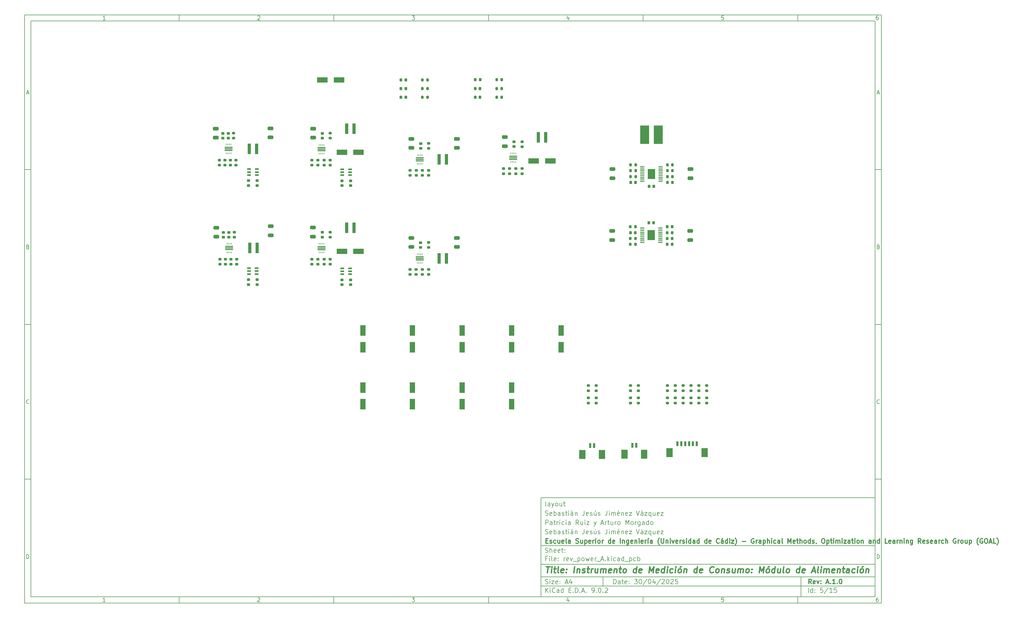
<source format=gbr>
%TF.GenerationSoftware,KiCad,Pcbnew,9.0.2*%
%TF.CreationDate,2025-11-09T23:00:08+01:00*%
%TF.ProjectId,rev_power_A,7265765f-706f-4776-9572-5f412e6b6963,A.1.0*%
%TF.SameCoordinates,Original*%
%TF.FileFunction,Paste,Top*%
%TF.FilePolarity,Positive*%
%FSLAX46Y46*%
G04 Gerber Fmt 4.6, Leading zero omitted, Abs format (unit mm)*
G04 Created by KiCad (PCBNEW 9.0.2) date 2025-11-09 23:00:08*
%MOMM*%
%LPD*%
G01*
G04 APERTURE LIST*
G04 Aperture macros list*
%AMRoundRect*
0 Rectangle with rounded corners*
0 $1 Rounding radius*
0 $2 $3 $4 $5 $6 $7 $8 $9 X,Y pos of 4 corners*
0 Add a 4 corners polygon primitive as box body*
4,1,4,$2,$3,$4,$5,$6,$7,$8,$9,$2,$3,0*
0 Add four circle primitives for the rounded corners*
1,1,$1+$1,$2,$3*
1,1,$1+$1,$4,$5*
1,1,$1+$1,$6,$7*
1,1,$1+$1,$8,$9*
0 Add four rect primitives between the rounded corners*
20,1,$1+$1,$2,$3,$4,$5,0*
20,1,$1+$1,$4,$5,$6,$7,0*
20,1,$1+$1,$6,$7,$8,$9,0*
20,1,$1+$1,$8,$9,$2,$3,0*%
G04 Aperture macros list end*
%ADD10C,0.100000*%
%ADD11C,0.150000*%
%ADD12C,0.300000*%
%ADD13C,0.400000*%
%ADD14R,2.850000X6.050000*%
%ADD15RoundRect,0.200000X0.200000X0.275000X-0.200000X0.275000X-0.200000X-0.275000X0.200000X-0.275000X0*%
%ADD16R,2.500000X0.350000*%
%ADD17R,0.250000X0.600000*%
%ADD18RoundRect,0.200000X-0.275000X0.200000X-0.275000X-0.200000X0.275000X-0.200000X0.275000X0.200000X0*%
%ADD19RoundRect,0.250000X0.650000X-0.325000X0.650000X0.325000X-0.650000X0.325000X-0.650000X-0.325000X0*%
%ADD20RoundRect,0.200000X-0.200000X-0.275000X0.200000X-0.275000X0.200000X0.275000X-0.200000X0.275000X0*%
%ADD21R,0.980000X3.400000*%
%ADD22R,1.250000X0.600000*%
%ADD23R,3.500000X1.800000*%
%ADD24R,1.475000X0.450000*%
%ADD25R,2.410000X3.290000*%
%ADD26R,1.800000X3.500000*%
%ADD27RoundRect,0.200000X0.275000X-0.200000X0.275000X0.200000X-0.275000X0.200000X-0.275000X-0.200000X0*%
%ADD28RoundRect,0.225000X0.250000X-0.225000X0.250000X0.225000X-0.250000X0.225000X-0.250000X-0.225000X0*%
%ADD29RoundRect,0.218750X0.218750X0.256250X-0.218750X0.256250X-0.218750X-0.256250X0.218750X-0.256250X0*%
%ADD30RoundRect,0.225000X-0.250000X0.225000X-0.250000X-0.225000X0.250000X-0.225000X0.250000X0.225000X0*%
%ADD31RoundRect,0.225000X0.225000X0.250000X-0.225000X0.250000X-0.225000X-0.250000X0.225000X-0.250000X0*%
%ADD32R,0.800000X1.600000*%
%ADD33R,2.100000X3.000000*%
%ADD34RoundRect,0.225000X-0.225000X-0.250000X0.225000X-0.250000X0.225000X0.250000X-0.225000X0.250000X0*%
%ADD35RoundRect,0.218750X-0.218750X-0.256250X0.218750X-0.256250X0.218750X0.256250X-0.218750X0.256250X0*%
%ADD36RoundRect,0.250000X-0.650000X0.325000X-0.650000X-0.325000X0.650000X-0.325000X0.650000X0.325000X0*%
G04 APERTURE END LIST*
D10*
D11*
X177002200Y-166007200D02*
X285002200Y-166007200D01*
X285002200Y-198007200D01*
X177002200Y-198007200D01*
X177002200Y-166007200D01*
D10*
D11*
X10000000Y-10000000D02*
X287002200Y-10000000D01*
X287002200Y-200007200D01*
X10000000Y-200007200D01*
X10000000Y-10000000D01*
D10*
D11*
X12000000Y-12000000D02*
X285002200Y-12000000D01*
X285002200Y-198007200D01*
X12000000Y-198007200D01*
X12000000Y-12000000D01*
D10*
D11*
X60000000Y-12000000D02*
X60000000Y-10000000D01*
D10*
D11*
X110000000Y-12000000D02*
X110000000Y-10000000D01*
D10*
D11*
X160000000Y-12000000D02*
X160000000Y-10000000D01*
D10*
D11*
X210000000Y-12000000D02*
X210000000Y-10000000D01*
D10*
D11*
X260000000Y-12000000D02*
X260000000Y-10000000D01*
D10*
D11*
X36089160Y-11593604D02*
X35346303Y-11593604D01*
X35717731Y-11593604D02*
X35717731Y-10293604D01*
X35717731Y-10293604D02*
X35593922Y-10479319D01*
X35593922Y-10479319D02*
X35470112Y-10603128D01*
X35470112Y-10603128D02*
X35346303Y-10665033D01*
D10*
D11*
X85346303Y-10417414D02*
X85408207Y-10355509D01*
X85408207Y-10355509D02*
X85532017Y-10293604D01*
X85532017Y-10293604D02*
X85841541Y-10293604D01*
X85841541Y-10293604D02*
X85965350Y-10355509D01*
X85965350Y-10355509D02*
X86027255Y-10417414D01*
X86027255Y-10417414D02*
X86089160Y-10541223D01*
X86089160Y-10541223D02*
X86089160Y-10665033D01*
X86089160Y-10665033D02*
X86027255Y-10850747D01*
X86027255Y-10850747D02*
X85284398Y-11593604D01*
X85284398Y-11593604D02*
X86089160Y-11593604D01*
D10*
D11*
X135284398Y-10293604D02*
X136089160Y-10293604D01*
X136089160Y-10293604D02*
X135655826Y-10788842D01*
X135655826Y-10788842D02*
X135841541Y-10788842D01*
X135841541Y-10788842D02*
X135965350Y-10850747D01*
X135965350Y-10850747D02*
X136027255Y-10912652D01*
X136027255Y-10912652D02*
X136089160Y-11036461D01*
X136089160Y-11036461D02*
X136089160Y-11345985D01*
X136089160Y-11345985D02*
X136027255Y-11469795D01*
X136027255Y-11469795D02*
X135965350Y-11531700D01*
X135965350Y-11531700D02*
X135841541Y-11593604D01*
X135841541Y-11593604D02*
X135470112Y-11593604D01*
X135470112Y-11593604D02*
X135346303Y-11531700D01*
X135346303Y-11531700D02*
X135284398Y-11469795D01*
D10*
D11*
X185965350Y-10726938D02*
X185965350Y-11593604D01*
X185655826Y-10231700D02*
X185346303Y-11160271D01*
X185346303Y-11160271D02*
X186151064Y-11160271D01*
D10*
D11*
X236027255Y-10293604D02*
X235408207Y-10293604D01*
X235408207Y-10293604D02*
X235346303Y-10912652D01*
X235346303Y-10912652D02*
X235408207Y-10850747D01*
X235408207Y-10850747D02*
X235532017Y-10788842D01*
X235532017Y-10788842D02*
X235841541Y-10788842D01*
X235841541Y-10788842D02*
X235965350Y-10850747D01*
X235965350Y-10850747D02*
X236027255Y-10912652D01*
X236027255Y-10912652D02*
X236089160Y-11036461D01*
X236089160Y-11036461D02*
X236089160Y-11345985D01*
X236089160Y-11345985D02*
X236027255Y-11469795D01*
X236027255Y-11469795D02*
X235965350Y-11531700D01*
X235965350Y-11531700D02*
X235841541Y-11593604D01*
X235841541Y-11593604D02*
X235532017Y-11593604D01*
X235532017Y-11593604D02*
X235408207Y-11531700D01*
X235408207Y-11531700D02*
X235346303Y-11469795D01*
D10*
D11*
X285965350Y-10293604D02*
X285717731Y-10293604D01*
X285717731Y-10293604D02*
X285593922Y-10355509D01*
X285593922Y-10355509D02*
X285532017Y-10417414D01*
X285532017Y-10417414D02*
X285408207Y-10603128D01*
X285408207Y-10603128D02*
X285346303Y-10850747D01*
X285346303Y-10850747D02*
X285346303Y-11345985D01*
X285346303Y-11345985D02*
X285408207Y-11469795D01*
X285408207Y-11469795D02*
X285470112Y-11531700D01*
X285470112Y-11531700D02*
X285593922Y-11593604D01*
X285593922Y-11593604D02*
X285841541Y-11593604D01*
X285841541Y-11593604D02*
X285965350Y-11531700D01*
X285965350Y-11531700D02*
X286027255Y-11469795D01*
X286027255Y-11469795D02*
X286089160Y-11345985D01*
X286089160Y-11345985D02*
X286089160Y-11036461D01*
X286089160Y-11036461D02*
X286027255Y-10912652D01*
X286027255Y-10912652D02*
X285965350Y-10850747D01*
X285965350Y-10850747D02*
X285841541Y-10788842D01*
X285841541Y-10788842D02*
X285593922Y-10788842D01*
X285593922Y-10788842D02*
X285470112Y-10850747D01*
X285470112Y-10850747D02*
X285408207Y-10912652D01*
X285408207Y-10912652D02*
X285346303Y-11036461D01*
D10*
D11*
X60000000Y-198007200D02*
X60000000Y-200007200D01*
D10*
D11*
X110000000Y-198007200D02*
X110000000Y-200007200D01*
D10*
D11*
X160000000Y-198007200D02*
X160000000Y-200007200D01*
D10*
D11*
X210000000Y-198007200D02*
X210000000Y-200007200D01*
D10*
D11*
X260000000Y-198007200D02*
X260000000Y-200007200D01*
D10*
D11*
X36089160Y-199600804D02*
X35346303Y-199600804D01*
X35717731Y-199600804D02*
X35717731Y-198300804D01*
X35717731Y-198300804D02*
X35593922Y-198486519D01*
X35593922Y-198486519D02*
X35470112Y-198610328D01*
X35470112Y-198610328D02*
X35346303Y-198672233D01*
D10*
D11*
X85346303Y-198424614D02*
X85408207Y-198362709D01*
X85408207Y-198362709D02*
X85532017Y-198300804D01*
X85532017Y-198300804D02*
X85841541Y-198300804D01*
X85841541Y-198300804D02*
X85965350Y-198362709D01*
X85965350Y-198362709D02*
X86027255Y-198424614D01*
X86027255Y-198424614D02*
X86089160Y-198548423D01*
X86089160Y-198548423D02*
X86089160Y-198672233D01*
X86089160Y-198672233D02*
X86027255Y-198857947D01*
X86027255Y-198857947D02*
X85284398Y-199600804D01*
X85284398Y-199600804D02*
X86089160Y-199600804D01*
D10*
D11*
X135284398Y-198300804D02*
X136089160Y-198300804D01*
X136089160Y-198300804D02*
X135655826Y-198796042D01*
X135655826Y-198796042D02*
X135841541Y-198796042D01*
X135841541Y-198796042D02*
X135965350Y-198857947D01*
X135965350Y-198857947D02*
X136027255Y-198919852D01*
X136027255Y-198919852D02*
X136089160Y-199043661D01*
X136089160Y-199043661D02*
X136089160Y-199353185D01*
X136089160Y-199353185D02*
X136027255Y-199476995D01*
X136027255Y-199476995D02*
X135965350Y-199538900D01*
X135965350Y-199538900D02*
X135841541Y-199600804D01*
X135841541Y-199600804D02*
X135470112Y-199600804D01*
X135470112Y-199600804D02*
X135346303Y-199538900D01*
X135346303Y-199538900D02*
X135284398Y-199476995D01*
D10*
D11*
X185965350Y-198734138D02*
X185965350Y-199600804D01*
X185655826Y-198238900D02*
X185346303Y-199167471D01*
X185346303Y-199167471D02*
X186151064Y-199167471D01*
D10*
D11*
X236027255Y-198300804D02*
X235408207Y-198300804D01*
X235408207Y-198300804D02*
X235346303Y-198919852D01*
X235346303Y-198919852D02*
X235408207Y-198857947D01*
X235408207Y-198857947D02*
X235532017Y-198796042D01*
X235532017Y-198796042D02*
X235841541Y-198796042D01*
X235841541Y-198796042D02*
X235965350Y-198857947D01*
X235965350Y-198857947D02*
X236027255Y-198919852D01*
X236027255Y-198919852D02*
X236089160Y-199043661D01*
X236089160Y-199043661D02*
X236089160Y-199353185D01*
X236089160Y-199353185D02*
X236027255Y-199476995D01*
X236027255Y-199476995D02*
X235965350Y-199538900D01*
X235965350Y-199538900D02*
X235841541Y-199600804D01*
X235841541Y-199600804D02*
X235532017Y-199600804D01*
X235532017Y-199600804D02*
X235408207Y-199538900D01*
X235408207Y-199538900D02*
X235346303Y-199476995D01*
D10*
D11*
X285965350Y-198300804D02*
X285717731Y-198300804D01*
X285717731Y-198300804D02*
X285593922Y-198362709D01*
X285593922Y-198362709D02*
X285532017Y-198424614D01*
X285532017Y-198424614D02*
X285408207Y-198610328D01*
X285408207Y-198610328D02*
X285346303Y-198857947D01*
X285346303Y-198857947D02*
X285346303Y-199353185D01*
X285346303Y-199353185D02*
X285408207Y-199476995D01*
X285408207Y-199476995D02*
X285470112Y-199538900D01*
X285470112Y-199538900D02*
X285593922Y-199600804D01*
X285593922Y-199600804D02*
X285841541Y-199600804D01*
X285841541Y-199600804D02*
X285965350Y-199538900D01*
X285965350Y-199538900D02*
X286027255Y-199476995D01*
X286027255Y-199476995D02*
X286089160Y-199353185D01*
X286089160Y-199353185D02*
X286089160Y-199043661D01*
X286089160Y-199043661D02*
X286027255Y-198919852D01*
X286027255Y-198919852D02*
X285965350Y-198857947D01*
X285965350Y-198857947D02*
X285841541Y-198796042D01*
X285841541Y-198796042D02*
X285593922Y-198796042D01*
X285593922Y-198796042D02*
X285470112Y-198857947D01*
X285470112Y-198857947D02*
X285408207Y-198919852D01*
X285408207Y-198919852D02*
X285346303Y-199043661D01*
D10*
D11*
X10000000Y-60000000D02*
X12000000Y-60000000D01*
D10*
D11*
X10000000Y-110000000D02*
X12000000Y-110000000D01*
D10*
D11*
X10000000Y-160000000D02*
X12000000Y-160000000D01*
D10*
D11*
X10690476Y-35222176D02*
X11309523Y-35222176D01*
X10566666Y-35593604D02*
X10999999Y-34293604D01*
X10999999Y-34293604D02*
X11433333Y-35593604D01*
D10*
D11*
X11092857Y-84912652D02*
X11278571Y-84974557D01*
X11278571Y-84974557D02*
X11340476Y-85036461D01*
X11340476Y-85036461D02*
X11402380Y-85160271D01*
X11402380Y-85160271D02*
X11402380Y-85345985D01*
X11402380Y-85345985D02*
X11340476Y-85469795D01*
X11340476Y-85469795D02*
X11278571Y-85531700D01*
X11278571Y-85531700D02*
X11154761Y-85593604D01*
X11154761Y-85593604D02*
X10659523Y-85593604D01*
X10659523Y-85593604D02*
X10659523Y-84293604D01*
X10659523Y-84293604D02*
X11092857Y-84293604D01*
X11092857Y-84293604D02*
X11216666Y-84355509D01*
X11216666Y-84355509D02*
X11278571Y-84417414D01*
X11278571Y-84417414D02*
X11340476Y-84541223D01*
X11340476Y-84541223D02*
X11340476Y-84665033D01*
X11340476Y-84665033D02*
X11278571Y-84788842D01*
X11278571Y-84788842D02*
X11216666Y-84850747D01*
X11216666Y-84850747D02*
X11092857Y-84912652D01*
X11092857Y-84912652D02*
X10659523Y-84912652D01*
D10*
D11*
X11402380Y-135469795D02*
X11340476Y-135531700D01*
X11340476Y-135531700D02*
X11154761Y-135593604D01*
X11154761Y-135593604D02*
X11030952Y-135593604D01*
X11030952Y-135593604D02*
X10845238Y-135531700D01*
X10845238Y-135531700D02*
X10721428Y-135407890D01*
X10721428Y-135407890D02*
X10659523Y-135284080D01*
X10659523Y-135284080D02*
X10597619Y-135036461D01*
X10597619Y-135036461D02*
X10597619Y-134850747D01*
X10597619Y-134850747D02*
X10659523Y-134603128D01*
X10659523Y-134603128D02*
X10721428Y-134479319D01*
X10721428Y-134479319D02*
X10845238Y-134355509D01*
X10845238Y-134355509D02*
X11030952Y-134293604D01*
X11030952Y-134293604D02*
X11154761Y-134293604D01*
X11154761Y-134293604D02*
X11340476Y-134355509D01*
X11340476Y-134355509D02*
X11402380Y-134417414D01*
D10*
D11*
X10659523Y-185593604D02*
X10659523Y-184293604D01*
X10659523Y-184293604D02*
X10969047Y-184293604D01*
X10969047Y-184293604D02*
X11154761Y-184355509D01*
X11154761Y-184355509D02*
X11278571Y-184479319D01*
X11278571Y-184479319D02*
X11340476Y-184603128D01*
X11340476Y-184603128D02*
X11402380Y-184850747D01*
X11402380Y-184850747D02*
X11402380Y-185036461D01*
X11402380Y-185036461D02*
X11340476Y-185284080D01*
X11340476Y-185284080D02*
X11278571Y-185407890D01*
X11278571Y-185407890D02*
X11154761Y-185531700D01*
X11154761Y-185531700D02*
X10969047Y-185593604D01*
X10969047Y-185593604D02*
X10659523Y-185593604D01*
D10*
D11*
X287002200Y-60000000D02*
X285002200Y-60000000D01*
D10*
D11*
X287002200Y-110000000D02*
X285002200Y-110000000D01*
D10*
D11*
X287002200Y-160000000D02*
X285002200Y-160000000D01*
D10*
D11*
X285692676Y-35222176D02*
X286311723Y-35222176D01*
X285568866Y-35593604D02*
X286002199Y-34293604D01*
X286002199Y-34293604D02*
X286435533Y-35593604D01*
D10*
D11*
X286095057Y-84912652D02*
X286280771Y-84974557D01*
X286280771Y-84974557D02*
X286342676Y-85036461D01*
X286342676Y-85036461D02*
X286404580Y-85160271D01*
X286404580Y-85160271D02*
X286404580Y-85345985D01*
X286404580Y-85345985D02*
X286342676Y-85469795D01*
X286342676Y-85469795D02*
X286280771Y-85531700D01*
X286280771Y-85531700D02*
X286156961Y-85593604D01*
X286156961Y-85593604D02*
X285661723Y-85593604D01*
X285661723Y-85593604D02*
X285661723Y-84293604D01*
X285661723Y-84293604D02*
X286095057Y-84293604D01*
X286095057Y-84293604D02*
X286218866Y-84355509D01*
X286218866Y-84355509D02*
X286280771Y-84417414D01*
X286280771Y-84417414D02*
X286342676Y-84541223D01*
X286342676Y-84541223D02*
X286342676Y-84665033D01*
X286342676Y-84665033D02*
X286280771Y-84788842D01*
X286280771Y-84788842D02*
X286218866Y-84850747D01*
X286218866Y-84850747D02*
X286095057Y-84912652D01*
X286095057Y-84912652D02*
X285661723Y-84912652D01*
D10*
D11*
X286404580Y-135469795D02*
X286342676Y-135531700D01*
X286342676Y-135531700D02*
X286156961Y-135593604D01*
X286156961Y-135593604D02*
X286033152Y-135593604D01*
X286033152Y-135593604D02*
X285847438Y-135531700D01*
X285847438Y-135531700D02*
X285723628Y-135407890D01*
X285723628Y-135407890D02*
X285661723Y-135284080D01*
X285661723Y-135284080D02*
X285599819Y-135036461D01*
X285599819Y-135036461D02*
X285599819Y-134850747D01*
X285599819Y-134850747D02*
X285661723Y-134603128D01*
X285661723Y-134603128D02*
X285723628Y-134479319D01*
X285723628Y-134479319D02*
X285847438Y-134355509D01*
X285847438Y-134355509D02*
X286033152Y-134293604D01*
X286033152Y-134293604D02*
X286156961Y-134293604D01*
X286156961Y-134293604D02*
X286342676Y-134355509D01*
X286342676Y-134355509D02*
X286404580Y-134417414D01*
D10*
D11*
X285661723Y-185593604D02*
X285661723Y-184293604D01*
X285661723Y-184293604D02*
X285971247Y-184293604D01*
X285971247Y-184293604D02*
X286156961Y-184355509D01*
X286156961Y-184355509D02*
X286280771Y-184479319D01*
X286280771Y-184479319D02*
X286342676Y-184603128D01*
X286342676Y-184603128D02*
X286404580Y-184850747D01*
X286404580Y-184850747D02*
X286404580Y-185036461D01*
X286404580Y-185036461D02*
X286342676Y-185284080D01*
X286342676Y-185284080D02*
X286280771Y-185407890D01*
X286280771Y-185407890D02*
X286156961Y-185531700D01*
X286156961Y-185531700D02*
X285971247Y-185593604D01*
X285971247Y-185593604D02*
X285661723Y-185593604D01*
D10*
D11*
X200458026Y-193793328D02*
X200458026Y-192293328D01*
X200458026Y-192293328D02*
X200815169Y-192293328D01*
X200815169Y-192293328D02*
X201029455Y-192364757D01*
X201029455Y-192364757D02*
X201172312Y-192507614D01*
X201172312Y-192507614D02*
X201243741Y-192650471D01*
X201243741Y-192650471D02*
X201315169Y-192936185D01*
X201315169Y-192936185D02*
X201315169Y-193150471D01*
X201315169Y-193150471D02*
X201243741Y-193436185D01*
X201243741Y-193436185D02*
X201172312Y-193579042D01*
X201172312Y-193579042D02*
X201029455Y-193721900D01*
X201029455Y-193721900D02*
X200815169Y-193793328D01*
X200815169Y-193793328D02*
X200458026Y-193793328D01*
X202600884Y-193793328D02*
X202600884Y-193007614D01*
X202600884Y-193007614D02*
X202529455Y-192864757D01*
X202529455Y-192864757D02*
X202386598Y-192793328D01*
X202386598Y-192793328D02*
X202100884Y-192793328D01*
X202100884Y-192793328D02*
X201958026Y-192864757D01*
X202600884Y-193721900D02*
X202458026Y-193793328D01*
X202458026Y-193793328D02*
X202100884Y-193793328D01*
X202100884Y-193793328D02*
X201958026Y-193721900D01*
X201958026Y-193721900D02*
X201886598Y-193579042D01*
X201886598Y-193579042D02*
X201886598Y-193436185D01*
X201886598Y-193436185D02*
X201958026Y-193293328D01*
X201958026Y-193293328D02*
X202100884Y-193221900D01*
X202100884Y-193221900D02*
X202458026Y-193221900D01*
X202458026Y-193221900D02*
X202600884Y-193150471D01*
X203100884Y-192793328D02*
X203672312Y-192793328D01*
X203315169Y-192293328D02*
X203315169Y-193579042D01*
X203315169Y-193579042D02*
X203386598Y-193721900D01*
X203386598Y-193721900D02*
X203529455Y-193793328D01*
X203529455Y-193793328D02*
X203672312Y-193793328D01*
X204743741Y-193721900D02*
X204600884Y-193793328D01*
X204600884Y-193793328D02*
X204315170Y-193793328D01*
X204315170Y-193793328D02*
X204172312Y-193721900D01*
X204172312Y-193721900D02*
X204100884Y-193579042D01*
X204100884Y-193579042D02*
X204100884Y-193007614D01*
X204100884Y-193007614D02*
X204172312Y-192864757D01*
X204172312Y-192864757D02*
X204315170Y-192793328D01*
X204315170Y-192793328D02*
X204600884Y-192793328D01*
X204600884Y-192793328D02*
X204743741Y-192864757D01*
X204743741Y-192864757D02*
X204815170Y-193007614D01*
X204815170Y-193007614D02*
X204815170Y-193150471D01*
X204815170Y-193150471D02*
X204100884Y-193293328D01*
X205458026Y-193650471D02*
X205529455Y-193721900D01*
X205529455Y-193721900D02*
X205458026Y-193793328D01*
X205458026Y-193793328D02*
X205386598Y-193721900D01*
X205386598Y-193721900D02*
X205458026Y-193650471D01*
X205458026Y-193650471D02*
X205458026Y-193793328D01*
X205458026Y-192864757D02*
X205529455Y-192936185D01*
X205529455Y-192936185D02*
X205458026Y-193007614D01*
X205458026Y-193007614D02*
X205386598Y-192936185D01*
X205386598Y-192936185D02*
X205458026Y-192864757D01*
X205458026Y-192864757D02*
X205458026Y-193007614D01*
X207172312Y-192293328D02*
X208100884Y-192293328D01*
X208100884Y-192293328D02*
X207600884Y-192864757D01*
X207600884Y-192864757D02*
X207815169Y-192864757D01*
X207815169Y-192864757D02*
X207958027Y-192936185D01*
X207958027Y-192936185D02*
X208029455Y-193007614D01*
X208029455Y-193007614D02*
X208100884Y-193150471D01*
X208100884Y-193150471D02*
X208100884Y-193507614D01*
X208100884Y-193507614D02*
X208029455Y-193650471D01*
X208029455Y-193650471D02*
X207958027Y-193721900D01*
X207958027Y-193721900D02*
X207815169Y-193793328D01*
X207815169Y-193793328D02*
X207386598Y-193793328D01*
X207386598Y-193793328D02*
X207243741Y-193721900D01*
X207243741Y-193721900D02*
X207172312Y-193650471D01*
X209029455Y-192293328D02*
X209172312Y-192293328D01*
X209172312Y-192293328D02*
X209315169Y-192364757D01*
X209315169Y-192364757D02*
X209386598Y-192436185D01*
X209386598Y-192436185D02*
X209458026Y-192579042D01*
X209458026Y-192579042D02*
X209529455Y-192864757D01*
X209529455Y-192864757D02*
X209529455Y-193221900D01*
X209529455Y-193221900D02*
X209458026Y-193507614D01*
X209458026Y-193507614D02*
X209386598Y-193650471D01*
X209386598Y-193650471D02*
X209315169Y-193721900D01*
X209315169Y-193721900D02*
X209172312Y-193793328D01*
X209172312Y-193793328D02*
X209029455Y-193793328D01*
X209029455Y-193793328D02*
X208886598Y-193721900D01*
X208886598Y-193721900D02*
X208815169Y-193650471D01*
X208815169Y-193650471D02*
X208743740Y-193507614D01*
X208743740Y-193507614D02*
X208672312Y-193221900D01*
X208672312Y-193221900D02*
X208672312Y-192864757D01*
X208672312Y-192864757D02*
X208743740Y-192579042D01*
X208743740Y-192579042D02*
X208815169Y-192436185D01*
X208815169Y-192436185D02*
X208886598Y-192364757D01*
X208886598Y-192364757D02*
X209029455Y-192293328D01*
X211243740Y-192221900D02*
X209958026Y-194150471D01*
X212029455Y-192293328D02*
X212172312Y-192293328D01*
X212172312Y-192293328D02*
X212315169Y-192364757D01*
X212315169Y-192364757D02*
X212386598Y-192436185D01*
X212386598Y-192436185D02*
X212458026Y-192579042D01*
X212458026Y-192579042D02*
X212529455Y-192864757D01*
X212529455Y-192864757D02*
X212529455Y-193221900D01*
X212529455Y-193221900D02*
X212458026Y-193507614D01*
X212458026Y-193507614D02*
X212386598Y-193650471D01*
X212386598Y-193650471D02*
X212315169Y-193721900D01*
X212315169Y-193721900D02*
X212172312Y-193793328D01*
X212172312Y-193793328D02*
X212029455Y-193793328D01*
X212029455Y-193793328D02*
X211886598Y-193721900D01*
X211886598Y-193721900D02*
X211815169Y-193650471D01*
X211815169Y-193650471D02*
X211743740Y-193507614D01*
X211743740Y-193507614D02*
X211672312Y-193221900D01*
X211672312Y-193221900D02*
X211672312Y-192864757D01*
X211672312Y-192864757D02*
X211743740Y-192579042D01*
X211743740Y-192579042D02*
X211815169Y-192436185D01*
X211815169Y-192436185D02*
X211886598Y-192364757D01*
X211886598Y-192364757D02*
X212029455Y-192293328D01*
X213815169Y-192793328D02*
X213815169Y-193793328D01*
X213458026Y-192221900D02*
X213100883Y-193293328D01*
X213100883Y-193293328D02*
X214029454Y-193293328D01*
X215672311Y-192221900D02*
X214386597Y-194150471D01*
X216100883Y-192436185D02*
X216172311Y-192364757D01*
X216172311Y-192364757D02*
X216315169Y-192293328D01*
X216315169Y-192293328D02*
X216672311Y-192293328D01*
X216672311Y-192293328D02*
X216815169Y-192364757D01*
X216815169Y-192364757D02*
X216886597Y-192436185D01*
X216886597Y-192436185D02*
X216958026Y-192579042D01*
X216958026Y-192579042D02*
X216958026Y-192721900D01*
X216958026Y-192721900D02*
X216886597Y-192936185D01*
X216886597Y-192936185D02*
X216029454Y-193793328D01*
X216029454Y-193793328D02*
X216958026Y-193793328D01*
X217886597Y-192293328D02*
X218029454Y-192293328D01*
X218029454Y-192293328D02*
X218172311Y-192364757D01*
X218172311Y-192364757D02*
X218243740Y-192436185D01*
X218243740Y-192436185D02*
X218315168Y-192579042D01*
X218315168Y-192579042D02*
X218386597Y-192864757D01*
X218386597Y-192864757D02*
X218386597Y-193221900D01*
X218386597Y-193221900D02*
X218315168Y-193507614D01*
X218315168Y-193507614D02*
X218243740Y-193650471D01*
X218243740Y-193650471D02*
X218172311Y-193721900D01*
X218172311Y-193721900D02*
X218029454Y-193793328D01*
X218029454Y-193793328D02*
X217886597Y-193793328D01*
X217886597Y-193793328D02*
X217743740Y-193721900D01*
X217743740Y-193721900D02*
X217672311Y-193650471D01*
X217672311Y-193650471D02*
X217600882Y-193507614D01*
X217600882Y-193507614D02*
X217529454Y-193221900D01*
X217529454Y-193221900D02*
X217529454Y-192864757D01*
X217529454Y-192864757D02*
X217600882Y-192579042D01*
X217600882Y-192579042D02*
X217672311Y-192436185D01*
X217672311Y-192436185D02*
X217743740Y-192364757D01*
X217743740Y-192364757D02*
X217886597Y-192293328D01*
X218958025Y-192436185D02*
X219029453Y-192364757D01*
X219029453Y-192364757D02*
X219172311Y-192293328D01*
X219172311Y-192293328D02*
X219529453Y-192293328D01*
X219529453Y-192293328D02*
X219672311Y-192364757D01*
X219672311Y-192364757D02*
X219743739Y-192436185D01*
X219743739Y-192436185D02*
X219815168Y-192579042D01*
X219815168Y-192579042D02*
X219815168Y-192721900D01*
X219815168Y-192721900D02*
X219743739Y-192936185D01*
X219743739Y-192936185D02*
X218886596Y-193793328D01*
X218886596Y-193793328D02*
X219815168Y-193793328D01*
X221172310Y-192293328D02*
X220458024Y-192293328D01*
X220458024Y-192293328D02*
X220386596Y-193007614D01*
X220386596Y-193007614D02*
X220458024Y-192936185D01*
X220458024Y-192936185D02*
X220600882Y-192864757D01*
X220600882Y-192864757D02*
X220958024Y-192864757D01*
X220958024Y-192864757D02*
X221100882Y-192936185D01*
X221100882Y-192936185D02*
X221172310Y-193007614D01*
X221172310Y-193007614D02*
X221243739Y-193150471D01*
X221243739Y-193150471D02*
X221243739Y-193507614D01*
X221243739Y-193507614D02*
X221172310Y-193650471D01*
X221172310Y-193650471D02*
X221100882Y-193721900D01*
X221100882Y-193721900D02*
X220958024Y-193793328D01*
X220958024Y-193793328D02*
X220600882Y-193793328D01*
X220600882Y-193793328D02*
X220458024Y-193721900D01*
X220458024Y-193721900D02*
X220386596Y-193650471D01*
D10*
D11*
X177002200Y-194507200D02*
X285002200Y-194507200D01*
D10*
D11*
X178458026Y-196593328D02*
X178458026Y-195093328D01*
X179315169Y-196593328D02*
X178672312Y-195736185D01*
X179315169Y-195093328D02*
X178458026Y-195950471D01*
X179958026Y-196593328D02*
X179958026Y-195593328D01*
X179958026Y-195093328D02*
X179886598Y-195164757D01*
X179886598Y-195164757D02*
X179958026Y-195236185D01*
X179958026Y-195236185D02*
X180029455Y-195164757D01*
X180029455Y-195164757D02*
X179958026Y-195093328D01*
X179958026Y-195093328D02*
X179958026Y-195236185D01*
X181529455Y-196450471D02*
X181458027Y-196521900D01*
X181458027Y-196521900D02*
X181243741Y-196593328D01*
X181243741Y-196593328D02*
X181100884Y-196593328D01*
X181100884Y-196593328D02*
X180886598Y-196521900D01*
X180886598Y-196521900D02*
X180743741Y-196379042D01*
X180743741Y-196379042D02*
X180672312Y-196236185D01*
X180672312Y-196236185D02*
X180600884Y-195950471D01*
X180600884Y-195950471D02*
X180600884Y-195736185D01*
X180600884Y-195736185D02*
X180672312Y-195450471D01*
X180672312Y-195450471D02*
X180743741Y-195307614D01*
X180743741Y-195307614D02*
X180886598Y-195164757D01*
X180886598Y-195164757D02*
X181100884Y-195093328D01*
X181100884Y-195093328D02*
X181243741Y-195093328D01*
X181243741Y-195093328D02*
X181458027Y-195164757D01*
X181458027Y-195164757D02*
X181529455Y-195236185D01*
X182815170Y-196593328D02*
X182815170Y-195807614D01*
X182815170Y-195807614D02*
X182743741Y-195664757D01*
X182743741Y-195664757D02*
X182600884Y-195593328D01*
X182600884Y-195593328D02*
X182315170Y-195593328D01*
X182315170Y-195593328D02*
X182172312Y-195664757D01*
X182815170Y-196521900D02*
X182672312Y-196593328D01*
X182672312Y-196593328D02*
X182315170Y-196593328D01*
X182315170Y-196593328D02*
X182172312Y-196521900D01*
X182172312Y-196521900D02*
X182100884Y-196379042D01*
X182100884Y-196379042D02*
X182100884Y-196236185D01*
X182100884Y-196236185D02*
X182172312Y-196093328D01*
X182172312Y-196093328D02*
X182315170Y-196021900D01*
X182315170Y-196021900D02*
X182672312Y-196021900D01*
X182672312Y-196021900D02*
X182815170Y-195950471D01*
X184172313Y-196593328D02*
X184172313Y-195093328D01*
X184172313Y-196521900D02*
X184029455Y-196593328D01*
X184029455Y-196593328D02*
X183743741Y-196593328D01*
X183743741Y-196593328D02*
X183600884Y-196521900D01*
X183600884Y-196521900D02*
X183529455Y-196450471D01*
X183529455Y-196450471D02*
X183458027Y-196307614D01*
X183458027Y-196307614D02*
X183458027Y-195879042D01*
X183458027Y-195879042D02*
X183529455Y-195736185D01*
X183529455Y-195736185D02*
X183600884Y-195664757D01*
X183600884Y-195664757D02*
X183743741Y-195593328D01*
X183743741Y-195593328D02*
X184029455Y-195593328D01*
X184029455Y-195593328D02*
X184172313Y-195664757D01*
X186029455Y-195807614D02*
X186529455Y-195807614D01*
X186743741Y-196593328D02*
X186029455Y-196593328D01*
X186029455Y-196593328D02*
X186029455Y-195093328D01*
X186029455Y-195093328D02*
X186743741Y-195093328D01*
X187386598Y-196450471D02*
X187458027Y-196521900D01*
X187458027Y-196521900D02*
X187386598Y-196593328D01*
X187386598Y-196593328D02*
X187315170Y-196521900D01*
X187315170Y-196521900D02*
X187386598Y-196450471D01*
X187386598Y-196450471D02*
X187386598Y-196593328D01*
X188100884Y-196593328D02*
X188100884Y-195093328D01*
X188100884Y-195093328D02*
X188458027Y-195093328D01*
X188458027Y-195093328D02*
X188672313Y-195164757D01*
X188672313Y-195164757D02*
X188815170Y-195307614D01*
X188815170Y-195307614D02*
X188886599Y-195450471D01*
X188886599Y-195450471D02*
X188958027Y-195736185D01*
X188958027Y-195736185D02*
X188958027Y-195950471D01*
X188958027Y-195950471D02*
X188886599Y-196236185D01*
X188886599Y-196236185D02*
X188815170Y-196379042D01*
X188815170Y-196379042D02*
X188672313Y-196521900D01*
X188672313Y-196521900D02*
X188458027Y-196593328D01*
X188458027Y-196593328D02*
X188100884Y-196593328D01*
X189600884Y-196450471D02*
X189672313Y-196521900D01*
X189672313Y-196521900D02*
X189600884Y-196593328D01*
X189600884Y-196593328D02*
X189529456Y-196521900D01*
X189529456Y-196521900D02*
X189600884Y-196450471D01*
X189600884Y-196450471D02*
X189600884Y-196593328D01*
X190243742Y-196164757D02*
X190958028Y-196164757D01*
X190100885Y-196593328D02*
X190600885Y-195093328D01*
X190600885Y-195093328D02*
X191100885Y-196593328D01*
X191600884Y-196450471D02*
X191672313Y-196521900D01*
X191672313Y-196521900D02*
X191600884Y-196593328D01*
X191600884Y-196593328D02*
X191529456Y-196521900D01*
X191529456Y-196521900D02*
X191600884Y-196450471D01*
X191600884Y-196450471D02*
X191600884Y-196593328D01*
X193529456Y-196593328D02*
X193815170Y-196593328D01*
X193815170Y-196593328D02*
X193958027Y-196521900D01*
X193958027Y-196521900D02*
X194029456Y-196450471D01*
X194029456Y-196450471D02*
X194172313Y-196236185D01*
X194172313Y-196236185D02*
X194243742Y-195950471D01*
X194243742Y-195950471D02*
X194243742Y-195379042D01*
X194243742Y-195379042D02*
X194172313Y-195236185D01*
X194172313Y-195236185D02*
X194100885Y-195164757D01*
X194100885Y-195164757D02*
X193958027Y-195093328D01*
X193958027Y-195093328D02*
X193672313Y-195093328D01*
X193672313Y-195093328D02*
X193529456Y-195164757D01*
X193529456Y-195164757D02*
X193458027Y-195236185D01*
X193458027Y-195236185D02*
X193386599Y-195379042D01*
X193386599Y-195379042D02*
X193386599Y-195736185D01*
X193386599Y-195736185D02*
X193458027Y-195879042D01*
X193458027Y-195879042D02*
X193529456Y-195950471D01*
X193529456Y-195950471D02*
X193672313Y-196021900D01*
X193672313Y-196021900D02*
X193958027Y-196021900D01*
X193958027Y-196021900D02*
X194100885Y-195950471D01*
X194100885Y-195950471D02*
X194172313Y-195879042D01*
X194172313Y-195879042D02*
X194243742Y-195736185D01*
X194886598Y-196450471D02*
X194958027Y-196521900D01*
X194958027Y-196521900D02*
X194886598Y-196593328D01*
X194886598Y-196593328D02*
X194815170Y-196521900D01*
X194815170Y-196521900D02*
X194886598Y-196450471D01*
X194886598Y-196450471D02*
X194886598Y-196593328D01*
X195886599Y-195093328D02*
X196029456Y-195093328D01*
X196029456Y-195093328D02*
X196172313Y-195164757D01*
X196172313Y-195164757D02*
X196243742Y-195236185D01*
X196243742Y-195236185D02*
X196315170Y-195379042D01*
X196315170Y-195379042D02*
X196386599Y-195664757D01*
X196386599Y-195664757D02*
X196386599Y-196021900D01*
X196386599Y-196021900D02*
X196315170Y-196307614D01*
X196315170Y-196307614D02*
X196243742Y-196450471D01*
X196243742Y-196450471D02*
X196172313Y-196521900D01*
X196172313Y-196521900D02*
X196029456Y-196593328D01*
X196029456Y-196593328D02*
X195886599Y-196593328D01*
X195886599Y-196593328D02*
X195743742Y-196521900D01*
X195743742Y-196521900D02*
X195672313Y-196450471D01*
X195672313Y-196450471D02*
X195600884Y-196307614D01*
X195600884Y-196307614D02*
X195529456Y-196021900D01*
X195529456Y-196021900D02*
X195529456Y-195664757D01*
X195529456Y-195664757D02*
X195600884Y-195379042D01*
X195600884Y-195379042D02*
X195672313Y-195236185D01*
X195672313Y-195236185D02*
X195743742Y-195164757D01*
X195743742Y-195164757D02*
X195886599Y-195093328D01*
X197029455Y-196450471D02*
X197100884Y-196521900D01*
X197100884Y-196521900D02*
X197029455Y-196593328D01*
X197029455Y-196593328D02*
X196958027Y-196521900D01*
X196958027Y-196521900D02*
X197029455Y-196450471D01*
X197029455Y-196450471D02*
X197029455Y-196593328D01*
X197672313Y-195236185D02*
X197743741Y-195164757D01*
X197743741Y-195164757D02*
X197886599Y-195093328D01*
X197886599Y-195093328D02*
X198243741Y-195093328D01*
X198243741Y-195093328D02*
X198386599Y-195164757D01*
X198386599Y-195164757D02*
X198458027Y-195236185D01*
X198458027Y-195236185D02*
X198529456Y-195379042D01*
X198529456Y-195379042D02*
X198529456Y-195521900D01*
X198529456Y-195521900D02*
X198458027Y-195736185D01*
X198458027Y-195736185D02*
X197600884Y-196593328D01*
X197600884Y-196593328D02*
X198529456Y-196593328D01*
D10*
D11*
X177002200Y-191507200D02*
X285002200Y-191507200D01*
D10*
D12*
X264413853Y-193785528D02*
X263913853Y-193071242D01*
X263556710Y-193785528D02*
X263556710Y-192285528D01*
X263556710Y-192285528D02*
X264128139Y-192285528D01*
X264128139Y-192285528D02*
X264270996Y-192356957D01*
X264270996Y-192356957D02*
X264342425Y-192428385D01*
X264342425Y-192428385D02*
X264413853Y-192571242D01*
X264413853Y-192571242D02*
X264413853Y-192785528D01*
X264413853Y-192785528D02*
X264342425Y-192928385D01*
X264342425Y-192928385D02*
X264270996Y-192999814D01*
X264270996Y-192999814D02*
X264128139Y-193071242D01*
X264128139Y-193071242D02*
X263556710Y-193071242D01*
X265628139Y-193714100D02*
X265485282Y-193785528D01*
X265485282Y-193785528D02*
X265199568Y-193785528D01*
X265199568Y-193785528D02*
X265056710Y-193714100D01*
X265056710Y-193714100D02*
X264985282Y-193571242D01*
X264985282Y-193571242D02*
X264985282Y-192999814D01*
X264985282Y-192999814D02*
X265056710Y-192856957D01*
X265056710Y-192856957D02*
X265199568Y-192785528D01*
X265199568Y-192785528D02*
X265485282Y-192785528D01*
X265485282Y-192785528D02*
X265628139Y-192856957D01*
X265628139Y-192856957D02*
X265699568Y-192999814D01*
X265699568Y-192999814D02*
X265699568Y-193142671D01*
X265699568Y-193142671D02*
X264985282Y-193285528D01*
X266199567Y-192785528D02*
X266556710Y-193785528D01*
X266556710Y-193785528D02*
X266913853Y-192785528D01*
X267485281Y-193642671D02*
X267556710Y-193714100D01*
X267556710Y-193714100D02*
X267485281Y-193785528D01*
X267485281Y-193785528D02*
X267413853Y-193714100D01*
X267413853Y-193714100D02*
X267485281Y-193642671D01*
X267485281Y-193642671D02*
X267485281Y-193785528D01*
X267485281Y-192856957D02*
X267556710Y-192928385D01*
X267556710Y-192928385D02*
X267485281Y-192999814D01*
X267485281Y-192999814D02*
X267413853Y-192928385D01*
X267413853Y-192928385D02*
X267485281Y-192856957D01*
X267485281Y-192856957D02*
X267485281Y-192999814D01*
X269270996Y-193356957D02*
X269985282Y-193356957D01*
X269128139Y-193785528D02*
X269628139Y-192285528D01*
X269628139Y-192285528D02*
X270128139Y-193785528D01*
X270628138Y-193642671D02*
X270699567Y-193714100D01*
X270699567Y-193714100D02*
X270628138Y-193785528D01*
X270628138Y-193785528D02*
X270556710Y-193714100D01*
X270556710Y-193714100D02*
X270628138Y-193642671D01*
X270628138Y-193642671D02*
X270628138Y-193785528D01*
X272128139Y-193785528D02*
X271270996Y-193785528D01*
X271699567Y-193785528D02*
X271699567Y-192285528D01*
X271699567Y-192285528D02*
X271556710Y-192499814D01*
X271556710Y-192499814D02*
X271413853Y-192642671D01*
X271413853Y-192642671D02*
X271270996Y-192714100D01*
X272770995Y-193642671D02*
X272842424Y-193714100D01*
X272842424Y-193714100D02*
X272770995Y-193785528D01*
X272770995Y-193785528D02*
X272699567Y-193714100D01*
X272699567Y-193714100D02*
X272770995Y-193642671D01*
X272770995Y-193642671D02*
X272770995Y-193785528D01*
X273770996Y-192285528D02*
X273913853Y-192285528D01*
X273913853Y-192285528D02*
X274056710Y-192356957D01*
X274056710Y-192356957D02*
X274128139Y-192428385D01*
X274128139Y-192428385D02*
X274199567Y-192571242D01*
X274199567Y-192571242D02*
X274270996Y-192856957D01*
X274270996Y-192856957D02*
X274270996Y-193214100D01*
X274270996Y-193214100D02*
X274199567Y-193499814D01*
X274199567Y-193499814D02*
X274128139Y-193642671D01*
X274128139Y-193642671D02*
X274056710Y-193714100D01*
X274056710Y-193714100D02*
X273913853Y-193785528D01*
X273913853Y-193785528D02*
X273770996Y-193785528D01*
X273770996Y-193785528D02*
X273628139Y-193714100D01*
X273628139Y-193714100D02*
X273556710Y-193642671D01*
X273556710Y-193642671D02*
X273485281Y-193499814D01*
X273485281Y-193499814D02*
X273413853Y-193214100D01*
X273413853Y-193214100D02*
X273413853Y-192856957D01*
X273413853Y-192856957D02*
X273485281Y-192571242D01*
X273485281Y-192571242D02*
X273556710Y-192428385D01*
X273556710Y-192428385D02*
X273628139Y-192356957D01*
X273628139Y-192356957D02*
X273770996Y-192285528D01*
D10*
D11*
X178386598Y-193721900D02*
X178600884Y-193793328D01*
X178600884Y-193793328D02*
X178958026Y-193793328D01*
X178958026Y-193793328D02*
X179100884Y-193721900D01*
X179100884Y-193721900D02*
X179172312Y-193650471D01*
X179172312Y-193650471D02*
X179243741Y-193507614D01*
X179243741Y-193507614D02*
X179243741Y-193364757D01*
X179243741Y-193364757D02*
X179172312Y-193221900D01*
X179172312Y-193221900D02*
X179100884Y-193150471D01*
X179100884Y-193150471D02*
X178958026Y-193079042D01*
X178958026Y-193079042D02*
X178672312Y-193007614D01*
X178672312Y-193007614D02*
X178529455Y-192936185D01*
X178529455Y-192936185D02*
X178458026Y-192864757D01*
X178458026Y-192864757D02*
X178386598Y-192721900D01*
X178386598Y-192721900D02*
X178386598Y-192579042D01*
X178386598Y-192579042D02*
X178458026Y-192436185D01*
X178458026Y-192436185D02*
X178529455Y-192364757D01*
X178529455Y-192364757D02*
X178672312Y-192293328D01*
X178672312Y-192293328D02*
X179029455Y-192293328D01*
X179029455Y-192293328D02*
X179243741Y-192364757D01*
X179886597Y-193793328D02*
X179886597Y-192793328D01*
X179886597Y-192293328D02*
X179815169Y-192364757D01*
X179815169Y-192364757D02*
X179886597Y-192436185D01*
X179886597Y-192436185D02*
X179958026Y-192364757D01*
X179958026Y-192364757D02*
X179886597Y-192293328D01*
X179886597Y-192293328D02*
X179886597Y-192436185D01*
X180458026Y-192793328D02*
X181243741Y-192793328D01*
X181243741Y-192793328D02*
X180458026Y-193793328D01*
X180458026Y-193793328D02*
X181243741Y-193793328D01*
X182386598Y-193721900D02*
X182243741Y-193793328D01*
X182243741Y-193793328D02*
X181958027Y-193793328D01*
X181958027Y-193793328D02*
X181815169Y-193721900D01*
X181815169Y-193721900D02*
X181743741Y-193579042D01*
X181743741Y-193579042D02*
X181743741Y-193007614D01*
X181743741Y-193007614D02*
X181815169Y-192864757D01*
X181815169Y-192864757D02*
X181958027Y-192793328D01*
X181958027Y-192793328D02*
X182243741Y-192793328D01*
X182243741Y-192793328D02*
X182386598Y-192864757D01*
X182386598Y-192864757D02*
X182458027Y-193007614D01*
X182458027Y-193007614D02*
X182458027Y-193150471D01*
X182458027Y-193150471D02*
X181743741Y-193293328D01*
X183100883Y-193650471D02*
X183172312Y-193721900D01*
X183172312Y-193721900D02*
X183100883Y-193793328D01*
X183100883Y-193793328D02*
X183029455Y-193721900D01*
X183029455Y-193721900D02*
X183100883Y-193650471D01*
X183100883Y-193650471D02*
X183100883Y-193793328D01*
X183100883Y-192864757D02*
X183172312Y-192936185D01*
X183172312Y-192936185D02*
X183100883Y-193007614D01*
X183100883Y-193007614D02*
X183029455Y-192936185D01*
X183029455Y-192936185D02*
X183100883Y-192864757D01*
X183100883Y-192864757D02*
X183100883Y-193007614D01*
X184886598Y-193364757D02*
X185600884Y-193364757D01*
X184743741Y-193793328D02*
X185243741Y-192293328D01*
X185243741Y-192293328D02*
X185743741Y-193793328D01*
X186886598Y-192793328D02*
X186886598Y-193793328D01*
X186529455Y-192221900D02*
X186172312Y-193293328D01*
X186172312Y-193293328D02*
X187100883Y-193293328D01*
D10*
D11*
X263458026Y-196593328D02*
X263458026Y-195093328D01*
X264815170Y-196593328D02*
X264815170Y-195093328D01*
X264815170Y-196521900D02*
X264672312Y-196593328D01*
X264672312Y-196593328D02*
X264386598Y-196593328D01*
X264386598Y-196593328D02*
X264243741Y-196521900D01*
X264243741Y-196521900D02*
X264172312Y-196450471D01*
X264172312Y-196450471D02*
X264100884Y-196307614D01*
X264100884Y-196307614D02*
X264100884Y-195879042D01*
X264100884Y-195879042D02*
X264172312Y-195736185D01*
X264172312Y-195736185D02*
X264243741Y-195664757D01*
X264243741Y-195664757D02*
X264386598Y-195593328D01*
X264386598Y-195593328D02*
X264672312Y-195593328D01*
X264672312Y-195593328D02*
X264815170Y-195664757D01*
X265529455Y-196450471D02*
X265600884Y-196521900D01*
X265600884Y-196521900D02*
X265529455Y-196593328D01*
X265529455Y-196593328D02*
X265458027Y-196521900D01*
X265458027Y-196521900D02*
X265529455Y-196450471D01*
X265529455Y-196450471D02*
X265529455Y-196593328D01*
X265529455Y-195664757D02*
X265600884Y-195736185D01*
X265600884Y-195736185D02*
X265529455Y-195807614D01*
X265529455Y-195807614D02*
X265458027Y-195736185D01*
X265458027Y-195736185D02*
X265529455Y-195664757D01*
X265529455Y-195664757D02*
X265529455Y-195807614D01*
X268100884Y-195093328D02*
X267386598Y-195093328D01*
X267386598Y-195093328D02*
X267315170Y-195807614D01*
X267315170Y-195807614D02*
X267386598Y-195736185D01*
X267386598Y-195736185D02*
X267529456Y-195664757D01*
X267529456Y-195664757D02*
X267886598Y-195664757D01*
X267886598Y-195664757D02*
X268029456Y-195736185D01*
X268029456Y-195736185D02*
X268100884Y-195807614D01*
X268100884Y-195807614D02*
X268172313Y-195950471D01*
X268172313Y-195950471D02*
X268172313Y-196307614D01*
X268172313Y-196307614D02*
X268100884Y-196450471D01*
X268100884Y-196450471D02*
X268029456Y-196521900D01*
X268029456Y-196521900D02*
X267886598Y-196593328D01*
X267886598Y-196593328D02*
X267529456Y-196593328D01*
X267529456Y-196593328D02*
X267386598Y-196521900D01*
X267386598Y-196521900D02*
X267315170Y-196450471D01*
X269886598Y-195021900D02*
X268600884Y-196950471D01*
X271172313Y-196593328D02*
X270315170Y-196593328D01*
X270743741Y-196593328D02*
X270743741Y-195093328D01*
X270743741Y-195093328D02*
X270600884Y-195307614D01*
X270600884Y-195307614D02*
X270458027Y-195450471D01*
X270458027Y-195450471D02*
X270315170Y-195521900D01*
X272529455Y-195093328D02*
X271815169Y-195093328D01*
X271815169Y-195093328D02*
X271743741Y-195807614D01*
X271743741Y-195807614D02*
X271815169Y-195736185D01*
X271815169Y-195736185D02*
X271958027Y-195664757D01*
X271958027Y-195664757D02*
X272315169Y-195664757D01*
X272315169Y-195664757D02*
X272458027Y-195736185D01*
X272458027Y-195736185D02*
X272529455Y-195807614D01*
X272529455Y-195807614D02*
X272600884Y-195950471D01*
X272600884Y-195950471D02*
X272600884Y-196307614D01*
X272600884Y-196307614D02*
X272529455Y-196450471D01*
X272529455Y-196450471D02*
X272458027Y-196521900D01*
X272458027Y-196521900D02*
X272315169Y-196593328D01*
X272315169Y-196593328D02*
X271958027Y-196593328D01*
X271958027Y-196593328D02*
X271815169Y-196521900D01*
X271815169Y-196521900D02*
X271743741Y-196450471D01*
D10*
D11*
X177002200Y-187507200D02*
X285002200Y-187507200D01*
D10*
D13*
X178693928Y-188211638D02*
X179836785Y-188211638D01*
X179015357Y-190211638D02*
X179265357Y-188211638D01*
X180253452Y-190211638D02*
X180420119Y-188878304D01*
X180503452Y-188211638D02*
X180396309Y-188306876D01*
X180396309Y-188306876D02*
X180479643Y-188402114D01*
X180479643Y-188402114D02*
X180586786Y-188306876D01*
X180586786Y-188306876D02*
X180503452Y-188211638D01*
X180503452Y-188211638D02*
X180479643Y-188402114D01*
X181086786Y-188878304D02*
X181848690Y-188878304D01*
X181455833Y-188211638D02*
X181241548Y-189925923D01*
X181241548Y-189925923D02*
X181312976Y-190116400D01*
X181312976Y-190116400D02*
X181491548Y-190211638D01*
X181491548Y-190211638D02*
X181682024Y-190211638D01*
X182634405Y-190211638D02*
X182455833Y-190116400D01*
X182455833Y-190116400D02*
X182384405Y-189925923D01*
X182384405Y-189925923D02*
X182598690Y-188211638D01*
X184170119Y-190116400D02*
X183967738Y-190211638D01*
X183967738Y-190211638D02*
X183586785Y-190211638D01*
X183586785Y-190211638D02*
X183408214Y-190116400D01*
X183408214Y-190116400D02*
X183336785Y-189925923D01*
X183336785Y-189925923D02*
X183432024Y-189164019D01*
X183432024Y-189164019D02*
X183551071Y-188973542D01*
X183551071Y-188973542D02*
X183753452Y-188878304D01*
X183753452Y-188878304D02*
X184134404Y-188878304D01*
X184134404Y-188878304D02*
X184312976Y-188973542D01*
X184312976Y-188973542D02*
X184384404Y-189164019D01*
X184384404Y-189164019D02*
X184360595Y-189354495D01*
X184360595Y-189354495D02*
X183384404Y-189544971D01*
X185134405Y-190021161D02*
X185217738Y-190116400D01*
X185217738Y-190116400D02*
X185110595Y-190211638D01*
X185110595Y-190211638D02*
X185027262Y-190116400D01*
X185027262Y-190116400D02*
X185134405Y-190021161D01*
X185134405Y-190021161D02*
X185110595Y-190211638D01*
X185265357Y-188973542D02*
X185348690Y-189068780D01*
X185348690Y-189068780D02*
X185241548Y-189164019D01*
X185241548Y-189164019D02*
X185158214Y-189068780D01*
X185158214Y-189068780D02*
X185265357Y-188973542D01*
X185265357Y-188973542D02*
X185241548Y-189164019D01*
X187586786Y-190211638D02*
X187836786Y-188211638D01*
X188705834Y-188878304D02*
X188539167Y-190211638D01*
X188682024Y-189068780D02*
X188789167Y-188973542D01*
X188789167Y-188973542D02*
X188991548Y-188878304D01*
X188991548Y-188878304D02*
X189277262Y-188878304D01*
X189277262Y-188878304D02*
X189455834Y-188973542D01*
X189455834Y-188973542D02*
X189527262Y-189164019D01*
X189527262Y-189164019D02*
X189396310Y-190211638D01*
X190265358Y-190116400D02*
X190443929Y-190211638D01*
X190443929Y-190211638D02*
X190824882Y-190211638D01*
X190824882Y-190211638D02*
X191027263Y-190116400D01*
X191027263Y-190116400D02*
X191146310Y-189925923D01*
X191146310Y-189925923D02*
X191158215Y-189830685D01*
X191158215Y-189830685D02*
X191086786Y-189640209D01*
X191086786Y-189640209D02*
X190908215Y-189544971D01*
X190908215Y-189544971D02*
X190622501Y-189544971D01*
X190622501Y-189544971D02*
X190443929Y-189449733D01*
X190443929Y-189449733D02*
X190372501Y-189259257D01*
X190372501Y-189259257D02*
X190384406Y-189164019D01*
X190384406Y-189164019D02*
X190503453Y-188973542D01*
X190503453Y-188973542D02*
X190705834Y-188878304D01*
X190705834Y-188878304D02*
X190991548Y-188878304D01*
X190991548Y-188878304D02*
X191170120Y-188973542D01*
X191848692Y-188878304D02*
X192610596Y-188878304D01*
X192217739Y-188211638D02*
X192003454Y-189925923D01*
X192003454Y-189925923D02*
X192074882Y-190116400D01*
X192074882Y-190116400D02*
X192253454Y-190211638D01*
X192253454Y-190211638D02*
X192443930Y-190211638D01*
X193110596Y-190211638D02*
X193277263Y-188878304D01*
X193229644Y-189259257D02*
X193348691Y-189068780D01*
X193348691Y-189068780D02*
X193455834Y-188973542D01*
X193455834Y-188973542D02*
X193658215Y-188878304D01*
X193658215Y-188878304D02*
X193848691Y-188878304D01*
X195372501Y-188878304D02*
X195205834Y-190211638D01*
X194515358Y-188878304D02*
X194384406Y-189925923D01*
X194384406Y-189925923D02*
X194455834Y-190116400D01*
X194455834Y-190116400D02*
X194634406Y-190211638D01*
X194634406Y-190211638D02*
X194920120Y-190211638D01*
X194920120Y-190211638D02*
X195122501Y-190116400D01*
X195122501Y-190116400D02*
X195229644Y-190021161D01*
X196158215Y-190211638D02*
X196324882Y-188878304D01*
X196301072Y-189068780D02*
X196408215Y-188973542D01*
X196408215Y-188973542D02*
X196610596Y-188878304D01*
X196610596Y-188878304D02*
X196896310Y-188878304D01*
X196896310Y-188878304D02*
X197074882Y-188973542D01*
X197074882Y-188973542D02*
X197146310Y-189164019D01*
X197146310Y-189164019D02*
X197015358Y-190211638D01*
X197146310Y-189164019D02*
X197265358Y-188973542D01*
X197265358Y-188973542D02*
X197467739Y-188878304D01*
X197467739Y-188878304D02*
X197753453Y-188878304D01*
X197753453Y-188878304D02*
X197932025Y-188973542D01*
X197932025Y-188973542D02*
X198003453Y-189164019D01*
X198003453Y-189164019D02*
X197872501Y-190211638D01*
X199598692Y-190116400D02*
X199396311Y-190211638D01*
X199396311Y-190211638D02*
X199015358Y-190211638D01*
X199015358Y-190211638D02*
X198836787Y-190116400D01*
X198836787Y-190116400D02*
X198765358Y-189925923D01*
X198765358Y-189925923D02*
X198860597Y-189164019D01*
X198860597Y-189164019D02*
X198979644Y-188973542D01*
X198979644Y-188973542D02*
X199182025Y-188878304D01*
X199182025Y-188878304D02*
X199562977Y-188878304D01*
X199562977Y-188878304D02*
X199741549Y-188973542D01*
X199741549Y-188973542D02*
X199812977Y-189164019D01*
X199812977Y-189164019D02*
X199789168Y-189354495D01*
X199789168Y-189354495D02*
X198812977Y-189544971D01*
X200705835Y-188878304D02*
X200539168Y-190211638D01*
X200682025Y-189068780D02*
X200789168Y-188973542D01*
X200789168Y-188973542D02*
X200991549Y-188878304D01*
X200991549Y-188878304D02*
X201277263Y-188878304D01*
X201277263Y-188878304D02*
X201455835Y-188973542D01*
X201455835Y-188973542D02*
X201527263Y-189164019D01*
X201527263Y-189164019D02*
X201396311Y-190211638D01*
X202229645Y-188878304D02*
X202991549Y-188878304D01*
X202598692Y-188211638D02*
X202384407Y-189925923D01*
X202384407Y-189925923D02*
X202455835Y-190116400D01*
X202455835Y-190116400D02*
X202634407Y-190211638D01*
X202634407Y-190211638D02*
X202824883Y-190211638D01*
X203777264Y-190211638D02*
X203598692Y-190116400D01*
X203598692Y-190116400D02*
X203515359Y-190021161D01*
X203515359Y-190021161D02*
X203443930Y-189830685D01*
X203443930Y-189830685D02*
X203515359Y-189259257D01*
X203515359Y-189259257D02*
X203634406Y-189068780D01*
X203634406Y-189068780D02*
X203741549Y-188973542D01*
X203741549Y-188973542D02*
X203943930Y-188878304D01*
X203943930Y-188878304D02*
X204229644Y-188878304D01*
X204229644Y-188878304D02*
X204408216Y-188973542D01*
X204408216Y-188973542D02*
X204491549Y-189068780D01*
X204491549Y-189068780D02*
X204562978Y-189259257D01*
X204562978Y-189259257D02*
X204491549Y-189830685D01*
X204491549Y-189830685D02*
X204372502Y-190021161D01*
X204372502Y-190021161D02*
X204265359Y-190116400D01*
X204265359Y-190116400D02*
X204062978Y-190211638D01*
X204062978Y-190211638D02*
X203777264Y-190211638D01*
X207682026Y-190211638D02*
X207932026Y-188211638D01*
X207693931Y-190116400D02*
X207491550Y-190211638D01*
X207491550Y-190211638D02*
X207110598Y-190211638D01*
X207110598Y-190211638D02*
X206932026Y-190116400D01*
X206932026Y-190116400D02*
X206848693Y-190021161D01*
X206848693Y-190021161D02*
X206777264Y-189830685D01*
X206777264Y-189830685D02*
X206848693Y-189259257D01*
X206848693Y-189259257D02*
X206967740Y-189068780D01*
X206967740Y-189068780D02*
X207074883Y-188973542D01*
X207074883Y-188973542D02*
X207277264Y-188878304D01*
X207277264Y-188878304D02*
X207658217Y-188878304D01*
X207658217Y-188878304D02*
X207836788Y-188973542D01*
X209408217Y-190116400D02*
X209205836Y-190211638D01*
X209205836Y-190211638D02*
X208824883Y-190211638D01*
X208824883Y-190211638D02*
X208646312Y-190116400D01*
X208646312Y-190116400D02*
X208574883Y-189925923D01*
X208574883Y-189925923D02*
X208670122Y-189164019D01*
X208670122Y-189164019D02*
X208789169Y-188973542D01*
X208789169Y-188973542D02*
X208991550Y-188878304D01*
X208991550Y-188878304D02*
X209372502Y-188878304D01*
X209372502Y-188878304D02*
X209551074Y-188973542D01*
X209551074Y-188973542D02*
X209622502Y-189164019D01*
X209622502Y-189164019D02*
X209598693Y-189354495D01*
X209598693Y-189354495D02*
X208622502Y-189544971D01*
X211872503Y-190211638D02*
X212122503Y-188211638D01*
X212122503Y-188211638D02*
X212610598Y-189640209D01*
X212610598Y-189640209D02*
X213455837Y-188211638D01*
X213455837Y-188211638D02*
X213205837Y-190211638D01*
X214932027Y-190116400D02*
X214729646Y-190211638D01*
X214729646Y-190211638D02*
X214348693Y-190211638D01*
X214348693Y-190211638D02*
X214170122Y-190116400D01*
X214170122Y-190116400D02*
X214098693Y-189925923D01*
X214098693Y-189925923D02*
X214193932Y-189164019D01*
X214193932Y-189164019D02*
X214312979Y-188973542D01*
X214312979Y-188973542D02*
X214515360Y-188878304D01*
X214515360Y-188878304D02*
X214896312Y-188878304D01*
X214896312Y-188878304D02*
X215074884Y-188973542D01*
X215074884Y-188973542D02*
X215146312Y-189164019D01*
X215146312Y-189164019D02*
X215122503Y-189354495D01*
X215122503Y-189354495D02*
X214146312Y-189544971D01*
X216729646Y-190211638D02*
X216979646Y-188211638D01*
X216741551Y-190116400D02*
X216539170Y-190211638D01*
X216539170Y-190211638D02*
X216158218Y-190211638D01*
X216158218Y-190211638D02*
X215979646Y-190116400D01*
X215979646Y-190116400D02*
X215896313Y-190021161D01*
X215896313Y-190021161D02*
X215824884Y-189830685D01*
X215824884Y-189830685D02*
X215896313Y-189259257D01*
X215896313Y-189259257D02*
X216015360Y-189068780D01*
X216015360Y-189068780D02*
X216122503Y-188973542D01*
X216122503Y-188973542D02*
X216324884Y-188878304D01*
X216324884Y-188878304D02*
X216705837Y-188878304D01*
X216705837Y-188878304D02*
X216884408Y-188973542D01*
X217682027Y-190211638D02*
X217848694Y-188878304D01*
X217932027Y-188211638D02*
X217824884Y-188306876D01*
X217824884Y-188306876D02*
X217908218Y-188402114D01*
X217908218Y-188402114D02*
X218015361Y-188306876D01*
X218015361Y-188306876D02*
X217932027Y-188211638D01*
X217932027Y-188211638D02*
X217908218Y-188402114D01*
X219503456Y-190116400D02*
X219301075Y-190211638D01*
X219301075Y-190211638D02*
X218920123Y-190211638D01*
X218920123Y-190211638D02*
X218741551Y-190116400D01*
X218741551Y-190116400D02*
X218658218Y-190021161D01*
X218658218Y-190021161D02*
X218586789Y-189830685D01*
X218586789Y-189830685D02*
X218658218Y-189259257D01*
X218658218Y-189259257D02*
X218777265Y-189068780D01*
X218777265Y-189068780D02*
X218884408Y-188973542D01*
X218884408Y-188973542D02*
X219086789Y-188878304D01*
X219086789Y-188878304D02*
X219467742Y-188878304D01*
X219467742Y-188878304D02*
X219646313Y-188973542D01*
X220348694Y-190211638D02*
X220515361Y-188878304D01*
X220598694Y-188211638D02*
X220491551Y-188306876D01*
X220491551Y-188306876D02*
X220574885Y-188402114D01*
X220574885Y-188402114D02*
X220682028Y-188306876D01*
X220682028Y-188306876D02*
X220598694Y-188211638D01*
X220598694Y-188211638D02*
X220574885Y-188402114D01*
X221586790Y-190211638D02*
X221408218Y-190116400D01*
X221408218Y-190116400D02*
X221324885Y-190021161D01*
X221324885Y-190021161D02*
X221253456Y-189830685D01*
X221253456Y-189830685D02*
X221324885Y-189259257D01*
X221324885Y-189259257D02*
X221443932Y-189068780D01*
X221443932Y-189068780D02*
X221551075Y-188973542D01*
X221551075Y-188973542D02*
X221753456Y-188878304D01*
X221753456Y-188878304D02*
X222039170Y-188878304D01*
X222039170Y-188878304D02*
X222217742Y-188973542D01*
X222217742Y-188973542D02*
X222301075Y-189068780D01*
X222301075Y-189068780D02*
X222372504Y-189259257D01*
X222372504Y-189259257D02*
X222301075Y-189830685D01*
X222301075Y-189830685D02*
X222182028Y-190021161D01*
X222182028Y-190021161D02*
X222074885Y-190116400D01*
X222074885Y-190116400D02*
X221872504Y-190211638D01*
X221872504Y-190211638D02*
X221586790Y-190211638D01*
X222229647Y-188116400D02*
X221908218Y-188402114D01*
X223277266Y-188878304D02*
X223110599Y-190211638D01*
X223253456Y-189068780D02*
X223360599Y-188973542D01*
X223360599Y-188973542D02*
X223562980Y-188878304D01*
X223562980Y-188878304D02*
X223848694Y-188878304D01*
X223848694Y-188878304D02*
X224027266Y-188973542D01*
X224027266Y-188973542D02*
X224098694Y-189164019D01*
X224098694Y-189164019D02*
X223967742Y-190211638D01*
X227301076Y-190211638D02*
X227551076Y-188211638D01*
X227312981Y-190116400D02*
X227110600Y-190211638D01*
X227110600Y-190211638D02*
X226729648Y-190211638D01*
X226729648Y-190211638D02*
X226551076Y-190116400D01*
X226551076Y-190116400D02*
X226467743Y-190021161D01*
X226467743Y-190021161D02*
X226396314Y-189830685D01*
X226396314Y-189830685D02*
X226467743Y-189259257D01*
X226467743Y-189259257D02*
X226586790Y-189068780D01*
X226586790Y-189068780D02*
X226693933Y-188973542D01*
X226693933Y-188973542D02*
X226896314Y-188878304D01*
X226896314Y-188878304D02*
X227277267Y-188878304D01*
X227277267Y-188878304D02*
X227455838Y-188973542D01*
X229027267Y-190116400D02*
X228824886Y-190211638D01*
X228824886Y-190211638D02*
X228443933Y-190211638D01*
X228443933Y-190211638D02*
X228265362Y-190116400D01*
X228265362Y-190116400D02*
X228193933Y-189925923D01*
X228193933Y-189925923D02*
X228289172Y-189164019D01*
X228289172Y-189164019D02*
X228408219Y-188973542D01*
X228408219Y-188973542D02*
X228610600Y-188878304D01*
X228610600Y-188878304D02*
X228991552Y-188878304D01*
X228991552Y-188878304D02*
X229170124Y-188973542D01*
X229170124Y-188973542D02*
X229241552Y-189164019D01*
X229241552Y-189164019D02*
X229217743Y-189354495D01*
X229217743Y-189354495D02*
X228241552Y-189544971D01*
X232658220Y-190021161D02*
X232551077Y-190116400D01*
X232551077Y-190116400D02*
X232253458Y-190211638D01*
X232253458Y-190211638D02*
X232062982Y-190211638D01*
X232062982Y-190211638D02*
X231789172Y-190116400D01*
X231789172Y-190116400D02*
X231622506Y-189925923D01*
X231622506Y-189925923D02*
X231551077Y-189735447D01*
X231551077Y-189735447D02*
X231503458Y-189354495D01*
X231503458Y-189354495D02*
X231539172Y-189068780D01*
X231539172Y-189068780D02*
X231682029Y-188687828D01*
X231682029Y-188687828D02*
X231801077Y-188497352D01*
X231801077Y-188497352D02*
X232015363Y-188306876D01*
X232015363Y-188306876D02*
X232312982Y-188211638D01*
X232312982Y-188211638D02*
X232503458Y-188211638D01*
X232503458Y-188211638D02*
X232777268Y-188306876D01*
X232777268Y-188306876D02*
X232860601Y-188402114D01*
X233777268Y-190211638D02*
X233598696Y-190116400D01*
X233598696Y-190116400D02*
X233515363Y-190021161D01*
X233515363Y-190021161D02*
X233443934Y-189830685D01*
X233443934Y-189830685D02*
X233515363Y-189259257D01*
X233515363Y-189259257D02*
X233634410Y-189068780D01*
X233634410Y-189068780D02*
X233741553Y-188973542D01*
X233741553Y-188973542D02*
X233943934Y-188878304D01*
X233943934Y-188878304D02*
X234229648Y-188878304D01*
X234229648Y-188878304D02*
X234408220Y-188973542D01*
X234408220Y-188973542D02*
X234491553Y-189068780D01*
X234491553Y-189068780D02*
X234562982Y-189259257D01*
X234562982Y-189259257D02*
X234491553Y-189830685D01*
X234491553Y-189830685D02*
X234372506Y-190021161D01*
X234372506Y-190021161D02*
X234265363Y-190116400D01*
X234265363Y-190116400D02*
X234062982Y-190211638D01*
X234062982Y-190211638D02*
X233777268Y-190211638D01*
X235467744Y-188878304D02*
X235301077Y-190211638D01*
X235443934Y-189068780D02*
X235551077Y-188973542D01*
X235551077Y-188973542D02*
X235753458Y-188878304D01*
X235753458Y-188878304D02*
X236039172Y-188878304D01*
X236039172Y-188878304D02*
X236217744Y-188973542D01*
X236217744Y-188973542D02*
X236289172Y-189164019D01*
X236289172Y-189164019D02*
X236158220Y-190211638D01*
X237027268Y-190116400D02*
X237205839Y-190211638D01*
X237205839Y-190211638D02*
X237586792Y-190211638D01*
X237586792Y-190211638D02*
X237789173Y-190116400D01*
X237789173Y-190116400D02*
X237908220Y-189925923D01*
X237908220Y-189925923D02*
X237920125Y-189830685D01*
X237920125Y-189830685D02*
X237848696Y-189640209D01*
X237848696Y-189640209D02*
X237670125Y-189544971D01*
X237670125Y-189544971D02*
X237384411Y-189544971D01*
X237384411Y-189544971D02*
X237205839Y-189449733D01*
X237205839Y-189449733D02*
X237134411Y-189259257D01*
X237134411Y-189259257D02*
X237146316Y-189164019D01*
X237146316Y-189164019D02*
X237265363Y-188973542D01*
X237265363Y-188973542D02*
X237467744Y-188878304D01*
X237467744Y-188878304D02*
X237753458Y-188878304D01*
X237753458Y-188878304D02*
X237932030Y-188973542D01*
X239753459Y-188878304D02*
X239586792Y-190211638D01*
X238896316Y-188878304D02*
X238765364Y-189925923D01*
X238765364Y-189925923D02*
X238836792Y-190116400D01*
X238836792Y-190116400D02*
X239015364Y-190211638D01*
X239015364Y-190211638D02*
X239301078Y-190211638D01*
X239301078Y-190211638D02*
X239503459Y-190116400D01*
X239503459Y-190116400D02*
X239610602Y-190021161D01*
X240539173Y-190211638D02*
X240705840Y-188878304D01*
X240682030Y-189068780D02*
X240789173Y-188973542D01*
X240789173Y-188973542D02*
X240991554Y-188878304D01*
X240991554Y-188878304D02*
X241277268Y-188878304D01*
X241277268Y-188878304D02*
X241455840Y-188973542D01*
X241455840Y-188973542D02*
X241527268Y-189164019D01*
X241527268Y-189164019D02*
X241396316Y-190211638D01*
X241527268Y-189164019D02*
X241646316Y-188973542D01*
X241646316Y-188973542D02*
X241848697Y-188878304D01*
X241848697Y-188878304D02*
X242134411Y-188878304D01*
X242134411Y-188878304D02*
X242312983Y-188973542D01*
X242312983Y-188973542D02*
X242384411Y-189164019D01*
X242384411Y-189164019D02*
X242253459Y-190211638D01*
X243491555Y-190211638D02*
X243312983Y-190116400D01*
X243312983Y-190116400D02*
X243229650Y-190021161D01*
X243229650Y-190021161D02*
X243158221Y-189830685D01*
X243158221Y-189830685D02*
X243229650Y-189259257D01*
X243229650Y-189259257D02*
X243348697Y-189068780D01*
X243348697Y-189068780D02*
X243455840Y-188973542D01*
X243455840Y-188973542D02*
X243658221Y-188878304D01*
X243658221Y-188878304D02*
X243943935Y-188878304D01*
X243943935Y-188878304D02*
X244122507Y-188973542D01*
X244122507Y-188973542D02*
X244205840Y-189068780D01*
X244205840Y-189068780D02*
X244277269Y-189259257D01*
X244277269Y-189259257D02*
X244205840Y-189830685D01*
X244205840Y-189830685D02*
X244086793Y-190021161D01*
X244086793Y-190021161D02*
X243979650Y-190116400D01*
X243979650Y-190116400D02*
X243777269Y-190211638D01*
X243777269Y-190211638D02*
X243491555Y-190211638D01*
X245039174Y-190021161D02*
X245122507Y-190116400D01*
X245122507Y-190116400D02*
X245015364Y-190211638D01*
X245015364Y-190211638D02*
X244932031Y-190116400D01*
X244932031Y-190116400D02*
X245039174Y-190021161D01*
X245039174Y-190021161D02*
X245015364Y-190211638D01*
X245170126Y-188973542D02*
X245253459Y-189068780D01*
X245253459Y-189068780D02*
X245146317Y-189164019D01*
X245146317Y-189164019D02*
X245062983Y-189068780D01*
X245062983Y-189068780D02*
X245170126Y-188973542D01*
X245170126Y-188973542D02*
X245146317Y-189164019D01*
X247491555Y-190211638D02*
X247741555Y-188211638D01*
X247741555Y-188211638D02*
X248229650Y-189640209D01*
X248229650Y-189640209D02*
X249074889Y-188211638D01*
X249074889Y-188211638D02*
X248824889Y-190211638D01*
X250062984Y-190211638D02*
X249884412Y-190116400D01*
X249884412Y-190116400D02*
X249801079Y-190021161D01*
X249801079Y-190021161D02*
X249729650Y-189830685D01*
X249729650Y-189830685D02*
X249801079Y-189259257D01*
X249801079Y-189259257D02*
X249920126Y-189068780D01*
X249920126Y-189068780D02*
X250027269Y-188973542D01*
X250027269Y-188973542D02*
X250229650Y-188878304D01*
X250229650Y-188878304D02*
X250515364Y-188878304D01*
X250515364Y-188878304D02*
X250693936Y-188973542D01*
X250693936Y-188973542D02*
X250777269Y-189068780D01*
X250777269Y-189068780D02*
X250848698Y-189259257D01*
X250848698Y-189259257D02*
X250777269Y-189830685D01*
X250777269Y-189830685D02*
X250658222Y-190021161D01*
X250658222Y-190021161D02*
X250551079Y-190116400D01*
X250551079Y-190116400D02*
X250348698Y-190211638D01*
X250348698Y-190211638D02*
X250062984Y-190211638D01*
X250705841Y-188116400D02*
X250384412Y-188402114D01*
X252443936Y-190211638D02*
X252693936Y-188211638D01*
X252455841Y-190116400D02*
X252253460Y-190211638D01*
X252253460Y-190211638D02*
X251872508Y-190211638D01*
X251872508Y-190211638D02*
X251693936Y-190116400D01*
X251693936Y-190116400D02*
X251610603Y-190021161D01*
X251610603Y-190021161D02*
X251539174Y-189830685D01*
X251539174Y-189830685D02*
X251610603Y-189259257D01*
X251610603Y-189259257D02*
X251729650Y-189068780D01*
X251729650Y-189068780D02*
X251836793Y-188973542D01*
X251836793Y-188973542D02*
X252039174Y-188878304D01*
X252039174Y-188878304D02*
X252420127Y-188878304D01*
X252420127Y-188878304D02*
X252598698Y-188973542D01*
X254420127Y-188878304D02*
X254253460Y-190211638D01*
X253562984Y-188878304D02*
X253432032Y-189925923D01*
X253432032Y-189925923D02*
X253503460Y-190116400D01*
X253503460Y-190116400D02*
X253682032Y-190211638D01*
X253682032Y-190211638D02*
X253967746Y-190211638D01*
X253967746Y-190211638D02*
X254170127Y-190116400D01*
X254170127Y-190116400D02*
X254277270Y-190021161D01*
X255491556Y-190211638D02*
X255312984Y-190116400D01*
X255312984Y-190116400D02*
X255241556Y-189925923D01*
X255241556Y-189925923D02*
X255455841Y-188211638D01*
X256539175Y-190211638D02*
X256360603Y-190116400D01*
X256360603Y-190116400D02*
X256277270Y-190021161D01*
X256277270Y-190021161D02*
X256205841Y-189830685D01*
X256205841Y-189830685D02*
X256277270Y-189259257D01*
X256277270Y-189259257D02*
X256396317Y-189068780D01*
X256396317Y-189068780D02*
X256503460Y-188973542D01*
X256503460Y-188973542D02*
X256705841Y-188878304D01*
X256705841Y-188878304D02*
X256991555Y-188878304D01*
X256991555Y-188878304D02*
X257170127Y-188973542D01*
X257170127Y-188973542D02*
X257253460Y-189068780D01*
X257253460Y-189068780D02*
X257324889Y-189259257D01*
X257324889Y-189259257D02*
X257253460Y-189830685D01*
X257253460Y-189830685D02*
X257134413Y-190021161D01*
X257134413Y-190021161D02*
X257027270Y-190116400D01*
X257027270Y-190116400D02*
X256824889Y-190211638D01*
X256824889Y-190211638D02*
X256539175Y-190211638D01*
X260443937Y-190211638D02*
X260693937Y-188211638D01*
X260455842Y-190116400D02*
X260253461Y-190211638D01*
X260253461Y-190211638D02*
X259872509Y-190211638D01*
X259872509Y-190211638D02*
X259693937Y-190116400D01*
X259693937Y-190116400D02*
X259610604Y-190021161D01*
X259610604Y-190021161D02*
X259539175Y-189830685D01*
X259539175Y-189830685D02*
X259610604Y-189259257D01*
X259610604Y-189259257D02*
X259729651Y-189068780D01*
X259729651Y-189068780D02*
X259836794Y-188973542D01*
X259836794Y-188973542D02*
X260039175Y-188878304D01*
X260039175Y-188878304D02*
X260420128Y-188878304D01*
X260420128Y-188878304D02*
X260598699Y-188973542D01*
X262170128Y-190116400D02*
X261967747Y-190211638D01*
X261967747Y-190211638D02*
X261586794Y-190211638D01*
X261586794Y-190211638D02*
X261408223Y-190116400D01*
X261408223Y-190116400D02*
X261336794Y-189925923D01*
X261336794Y-189925923D02*
X261432033Y-189164019D01*
X261432033Y-189164019D02*
X261551080Y-188973542D01*
X261551080Y-188973542D02*
X261753461Y-188878304D01*
X261753461Y-188878304D02*
X262134413Y-188878304D01*
X262134413Y-188878304D02*
X262312985Y-188973542D01*
X262312985Y-188973542D02*
X262384413Y-189164019D01*
X262384413Y-189164019D02*
X262360604Y-189354495D01*
X262360604Y-189354495D02*
X261384413Y-189544971D01*
X264610605Y-189640209D02*
X265562986Y-189640209D01*
X264348700Y-190211638D02*
X265265367Y-188211638D01*
X265265367Y-188211638D02*
X265682033Y-190211638D01*
X266634415Y-190211638D02*
X266455843Y-190116400D01*
X266455843Y-190116400D02*
X266384415Y-189925923D01*
X266384415Y-189925923D02*
X266598700Y-188211638D01*
X267396319Y-190211638D02*
X267562986Y-188878304D01*
X267646319Y-188211638D02*
X267539176Y-188306876D01*
X267539176Y-188306876D02*
X267622510Y-188402114D01*
X267622510Y-188402114D02*
X267729653Y-188306876D01*
X267729653Y-188306876D02*
X267646319Y-188211638D01*
X267646319Y-188211638D02*
X267622510Y-188402114D01*
X268348700Y-190211638D02*
X268515367Y-188878304D01*
X268491557Y-189068780D02*
X268598700Y-188973542D01*
X268598700Y-188973542D02*
X268801081Y-188878304D01*
X268801081Y-188878304D02*
X269086795Y-188878304D01*
X269086795Y-188878304D02*
X269265367Y-188973542D01*
X269265367Y-188973542D02*
X269336795Y-189164019D01*
X269336795Y-189164019D02*
X269205843Y-190211638D01*
X269336795Y-189164019D02*
X269455843Y-188973542D01*
X269455843Y-188973542D02*
X269658224Y-188878304D01*
X269658224Y-188878304D02*
X269943938Y-188878304D01*
X269943938Y-188878304D02*
X270122510Y-188973542D01*
X270122510Y-188973542D02*
X270193938Y-189164019D01*
X270193938Y-189164019D02*
X270062986Y-190211638D01*
X271789177Y-190116400D02*
X271586796Y-190211638D01*
X271586796Y-190211638D02*
X271205843Y-190211638D01*
X271205843Y-190211638D02*
X271027272Y-190116400D01*
X271027272Y-190116400D02*
X270955843Y-189925923D01*
X270955843Y-189925923D02*
X271051082Y-189164019D01*
X271051082Y-189164019D02*
X271170129Y-188973542D01*
X271170129Y-188973542D02*
X271372510Y-188878304D01*
X271372510Y-188878304D02*
X271753462Y-188878304D01*
X271753462Y-188878304D02*
X271932034Y-188973542D01*
X271932034Y-188973542D02*
X272003462Y-189164019D01*
X272003462Y-189164019D02*
X271979653Y-189354495D01*
X271979653Y-189354495D02*
X271003462Y-189544971D01*
X272896320Y-188878304D02*
X272729653Y-190211638D01*
X272872510Y-189068780D02*
X272979653Y-188973542D01*
X272979653Y-188973542D02*
X273182034Y-188878304D01*
X273182034Y-188878304D02*
X273467748Y-188878304D01*
X273467748Y-188878304D02*
X273646320Y-188973542D01*
X273646320Y-188973542D02*
X273717748Y-189164019D01*
X273717748Y-189164019D02*
X273586796Y-190211638D01*
X274420130Y-188878304D02*
X275182034Y-188878304D01*
X274789177Y-188211638D02*
X274574892Y-189925923D01*
X274574892Y-189925923D02*
X274646320Y-190116400D01*
X274646320Y-190116400D02*
X274824892Y-190211638D01*
X274824892Y-190211638D02*
X275015368Y-190211638D01*
X276539177Y-190211638D02*
X276670129Y-189164019D01*
X276670129Y-189164019D02*
X276598701Y-188973542D01*
X276598701Y-188973542D02*
X276420129Y-188878304D01*
X276420129Y-188878304D02*
X276039177Y-188878304D01*
X276039177Y-188878304D02*
X275836796Y-188973542D01*
X276551082Y-190116400D02*
X276348701Y-190211638D01*
X276348701Y-190211638D02*
X275872510Y-190211638D01*
X275872510Y-190211638D02*
X275693939Y-190116400D01*
X275693939Y-190116400D02*
X275622510Y-189925923D01*
X275622510Y-189925923D02*
X275646320Y-189735447D01*
X275646320Y-189735447D02*
X275765368Y-189544971D01*
X275765368Y-189544971D02*
X275967749Y-189449733D01*
X275967749Y-189449733D02*
X276443939Y-189449733D01*
X276443939Y-189449733D02*
X276646320Y-189354495D01*
X278360606Y-190116400D02*
X278158225Y-190211638D01*
X278158225Y-190211638D02*
X277777273Y-190211638D01*
X277777273Y-190211638D02*
X277598701Y-190116400D01*
X277598701Y-190116400D02*
X277515368Y-190021161D01*
X277515368Y-190021161D02*
X277443939Y-189830685D01*
X277443939Y-189830685D02*
X277515368Y-189259257D01*
X277515368Y-189259257D02*
X277634415Y-189068780D01*
X277634415Y-189068780D02*
X277741558Y-188973542D01*
X277741558Y-188973542D02*
X277943939Y-188878304D01*
X277943939Y-188878304D02*
X278324892Y-188878304D01*
X278324892Y-188878304D02*
X278503463Y-188973542D01*
X279205844Y-190211638D02*
X279372511Y-188878304D01*
X279455844Y-188211638D02*
X279348701Y-188306876D01*
X279348701Y-188306876D02*
X279432035Y-188402114D01*
X279432035Y-188402114D02*
X279539178Y-188306876D01*
X279539178Y-188306876D02*
X279455844Y-188211638D01*
X279455844Y-188211638D02*
X279432035Y-188402114D01*
X280443940Y-190211638D02*
X280265368Y-190116400D01*
X280265368Y-190116400D02*
X280182035Y-190021161D01*
X280182035Y-190021161D02*
X280110606Y-189830685D01*
X280110606Y-189830685D02*
X280182035Y-189259257D01*
X280182035Y-189259257D02*
X280301082Y-189068780D01*
X280301082Y-189068780D02*
X280408225Y-188973542D01*
X280408225Y-188973542D02*
X280610606Y-188878304D01*
X280610606Y-188878304D02*
X280896320Y-188878304D01*
X280896320Y-188878304D02*
X281074892Y-188973542D01*
X281074892Y-188973542D02*
X281158225Y-189068780D01*
X281158225Y-189068780D02*
X281229654Y-189259257D01*
X281229654Y-189259257D02*
X281158225Y-189830685D01*
X281158225Y-189830685D02*
X281039178Y-190021161D01*
X281039178Y-190021161D02*
X280932035Y-190116400D01*
X280932035Y-190116400D02*
X280729654Y-190211638D01*
X280729654Y-190211638D02*
X280443940Y-190211638D01*
X281086797Y-188116400D02*
X280765368Y-188402114D01*
X282134416Y-188878304D02*
X281967749Y-190211638D01*
X282110606Y-189068780D02*
X282217749Y-188973542D01*
X282217749Y-188973542D02*
X282420130Y-188878304D01*
X282420130Y-188878304D02*
X282705844Y-188878304D01*
X282705844Y-188878304D02*
X282884416Y-188973542D01*
X282884416Y-188973542D02*
X282955844Y-189164019D01*
X282955844Y-189164019D02*
X282824892Y-190211638D01*
D10*
D11*
X178958026Y-185607614D02*
X178458026Y-185607614D01*
X178458026Y-186393328D02*
X178458026Y-184893328D01*
X178458026Y-184893328D02*
X179172312Y-184893328D01*
X179743740Y-186393328D02*
X179743740Y-185393328D01*
X179743740Y-184893328D02*
X179672312Y-184964757D01*
X179672312Y-184964757D02*
X179743740Y-185036185D01*
X179743740Y-185036185D02*
X179815169Y-184964757D01*
X179815169Y-184964757D02*
X179743740Y-184893328D01*
X179743740Y-184893328D02*
X179743740Y-185036185D01*
X180672312Y-186393328D02*
X180529455Y-186321900D01*
X180529455Y-186321900D02*
X180458026Y-186179042D01*
X180458026Y-186179042D02*
X180458026Y-184893328D01*
X181815169Y-186321900D02*
X181672312Y-186393328D01*
X181672312Y-186393328D02*
X181386598Y-186393328D01*
X181386598Y-186393328D02*
X181243740Y-186321900D01*
X181243740Y-186321900D02*
X181172312Y-186179042D01*
X181172312Y-186179042D02*
X181172312Y-185607614D01*
X181172312Y-185607614D02*
X181243740Y-185464757D01*
X181243740Y-185464757D02*
X181386598Y-185393328D01*
X181386598Y-185393328D02*
X181672312Y-185393328D01*
X181672312Y-185393328D02*
X181815169Y-185464757D01*
X181815169Y-185464757D02*
X181886598Y-185607614D01*
X181886598Y-185607614D02*
X181886598Y-185750471D01*
X181886598Y-185750471D02*
X181172312Y-185893328D01*
X182529454Y-186250471D02*
X182600883Y-186321900D01*
X182600883Y-186321900D02*
X182529454Y-186393328D01*
X182529454Y-186393328D02*
X182458026Y-186321900D01*
X182458026Y-186321900D02*
X182529454Y-186250471D01*
X182529454Y-186250471D02*
X182529454Y-186393328D01*
X182529454Y-185464757D02*
X182600883Y-185536185D01*
X182600883Y-185536185D02*
X182529454Y-185607614D01*
X182529454Y-185607614D02*
X182458026Y-185536185D01*
X182458026Y-185536185D02*
X182529454Y-185464757D01*
X182529454Y-185464757D02*
X182529454Y-185607614D01*
X184386597Y-186393328D02*
X184386597Y-185393328D01*
X184386597Y-185679042D02*
X184458026Y-185536185D01*
X184458026Y-185536185D02*
X184529455Y-185464757D01*
X184529455Y-185464757D02*
X184672312Y-185393328D01*
X184672312Y-185393328D02*
X184815169Y-185393328D01*
X185886597Y-186321900D02*
X185743740Y-186393328D01*
X185743740Y-186393328D02*
X185458026Y-186393328D01*
X185458026Y-186393328D02*
X185315168Y-186321900D01*
X185315168Y-186321900D02*
X185243740Y-186179042D01*
X185243740Y-186179042D02*
X185243740Y-185607614D01*
X185243740Y-185607614D02*
X185315168Y-185464757D01*
X185315168Y-185464757D02*
X185458026Y-185393328D01*
X185458026Y-185393328D02*
X185743740Y-185393328D01*
X185743740Y-185393328D02*
X185886597Y-185464757D01*
X185886597Y-185464757D02*
X185958026Y-185607614D01*
X185958026Y-185607614D02*
X185958026Y-185750471D01*
X185958026Y-185750471D02*
X185243740Y-185893328D01*
X186458025Y-185393328D02*
X186815168Y-186393328D01*
X186815168Y-186393328D02*
X187172311Y-185393328D01*
X187386597Y-186536185D02*
X188529454Y-186536185D01*
X188886596Y-185393328D02*
X188886596Y-186893328D01*
X188886596Y-185464757D02*
X189029454Y-185393328D01*
X189029454Y-185393328D02*
X189315168Y-185393328D01*
X189315168Y-185393328D02*
X189458025Y-185464757D01*
X189458025Y-185464757D02*
X189529454Y-185536185D01*
X189529454Y-185536185D02*
X189600882Y-185679042D01*
X189600882Y-185679042D02*
X189600882Y-186107614D01*
X189600882Y-186107614D02*
X189529454Y-186250471D01*
X189529454Y-186250471D02*
X189458025Y-186321900D01*
X189458025Y-186321900D02*
X189315168Y-186393328D01*
X189315168Y-186393328D02*
X189029454Y-186393328D01*
X189029454Y-186393328D02*
X188886596Y-186321900D01*
X190458025Y-186393328D02*
X190315168Y-186321900D01*
X190315168Y-186321900D02*
X190243739Y-186250471D01*
X190243739Y-186250471D02*
X190172311Y-186107614D01*
X190172311Y-186107614D02*
X190172311Y-185679042D01*
X190172311Y-185679042D02*
X190243739Y-185536185D01*
X190243739Y-185536185D02*
X190315168Y-185464757D01*
X190315168Y-185464757D02*
X190458025Y-185393328D01*
X190458025Y-185393328D02*
X190672311Y-185393328D01*
X190672311Y-185393328D02*
X190815168Y-185464757D01*
X190815168Y-185464757D02*
X190886597Y-185536185D01*
X190886597Y-185536185D02*
X190958025Y-185679042D01*
X190958025Y-185679042D02*
X190958025Y-186107614D01*
X190958025Y-186107614D02*
X190886597Y-186250471D01*
X190886597Y-186250471D02*
X190815168Y-186321900D01*
X190815168Y-186321900D02*
X190672311Y-186393328D01*
X190672311Y-186393328D02*
X190458025Y-186393328D01*
X191458025Y-185393328D02*
X191743740Y-186393328D01*
X191743740Y-186393328D02*
X192029454Y-185679042D01*
X192029454Y-185679042D02*
X192315168Y-186393328D01*
X192315168Y-186393328D02*
X192600882Y-185393328D01*
X193743740Y-186321900D02*
X193600883Y-186393328D01*
X193600883Y-186393328D02*
X193315169Y-186393328D01*
X193315169Y-186393328D02*
X193172311Y-186321900D01*
X193172311Y-186321900D02*
X193100883Y-186179042D01*
X193100883Y-186179042D02*
X193100883Y-185607614D01*
X193100883Y-185607614D02*
X193172311Y-185464757D01*
X193172311Y-185464757D02*
X193315169Y-185393328D01*
X193315169Y-185393328D02*
X193600883Y-185393328D01*
X193600883Y-185393328D02*
X193743740Y-185464757D01*
X193743740Y-185464757D02*
X193815169Y-185607614D01*
X193815169Y-185607614D02*
X193815169Y-185750471D01*
X193815169Y-185750471D02*
X193100883Y-185893328D01*
X194458025Y-186393328D02*
X194458025Y-185393328D01*
X194458025Y-185679042D02*
X194529454Y-185536185D01*
X194529454Y-185536185D02*
X194600883Y-185464757D01*
X194600883Y-185464757D02*
X194743740Y-185393328D01*
X194743740Y-185393328D02*
X194886597Y-185393328D01*
X195029454Y-186536185D02*
X196172311Y-186536185D01*
X196458025Y-185964757D02*
X197172311Y-185964757D01*
X196315168Y-186393328D02*
X196815168Y-184893328D01*
X196815168Y-184893328D02*
X197315168Y-186393328D01*
X197815167Y-186250471D02*
X197886596Y-186321900D01*
X197886596Y-186321900D02*
X197815167Y-186393328D01*
X197815167Y-186393328D02*
X197743739Y-186321900D01*
X197743739Y-186321900D02*
X197815167Y-186250471D01*
X197815167Y-186250471D02*
X197815167Y-186393328D01*
X198529453Y-186393328D02*
X198529453Y-184893328D01*
X198672311Y-185821900D02*
X199100882Y-186393328D01*
X199100882Y-185393328D02*
X198529453Y-185964757D01*
X199743739Y-186393328D02*
X199743739Y-185393328D01*
X199743739Y-184893328D02*
X199672311Y-184964757D01*
X199672311Y-184964757D02*
X199743739Y-185036185D01*
X199743739Y-185036185D02*
X199815168Y-184964757D01*
X199815168Y-184964757D02*
X199743739Y-184893328D01*
X199743739Y-184893328D02*
X199743739Y-185036185D01*
X201100883Y-186321900D02*
X200958025Y-186393328D01*
X200958025Y-186393328D02*
X200672311Y-186393328D01*
X200672311Y-186393328D02*
X200529454Y-186321900D01*
X200529454Y-186321900D02*
X200458025Y-186250471D01*
X200458025Y-186250471D02*
X200386597Y-186107614D01*
X200386597Y-186107614D02*
X200386597Y-185679042D01*
X200386597Y-185679042D02*
X200458025Y-185536185D01*
X200458025Y-185536185D02*
X200529454Y-185464757D01*
X200529454Y-185464757D02*
X200672311Y-185393328D01*
X200672311Y-185393328D02*
X200958025Y-185393328D01*
X200958025Y-185393328D02*
X201100883Y-185464757D01*
X202386597Y-186393328D02*
X202386597Y-185607614D01*
X202386597Y-185607614D02*
X202315168Y-185464757D01*
X202315168Y-185464757D02*
X202172311Y-185393328D01*
X202172311Y-185393328D02*
X201886597Y-185393328D01*
X201886597Y-185393328D02*
X201743739Y-185464757D01*
X202386597Y-186321900D02*
X202243739Y-186393328D01*
X202243739Y-186393328D02*
X201886597Y-186393328D01*
X201886597Y-186393328D02*
X201743739Y-186321900D01*
X201743739Y-186321900D02*
X201672311Y-186179042D01*
X201672311Y-186179042D02*
X201672311Y-186036185D01*
X201672311Y-186036185D02*
X201743739Y-185893328D01*
X201743739Y-185893328D02*
X201886597Y-185821900D01*
X201886597Y-185821900D02*
X202243739Y-185821900D01*
X202243739Y-185821900D02*
X202386597Y-185750471D01*
X203743740Y-186393328D02*
X203743740Y-184893328D01*
X203743740Y-186321900D02*
X203600882Y-186393328D01*
X203600882Y-186393328D02*
X203315168Y-186393328D01*
X203315168Y-186393328D02*
X203172311Y-186321900D01*
X203172311Y-186321900D02*
X203100882Y-186250471D01*
X203100882Y-186250471D02*
X203029454Y-186107614D01*
X203029454Y-186107614D02*
X203029454Y-185679042D01*
X203029454Y-185679042D02*
X203100882Y-185536185D01*
X203100882Y-185536185D02*
X203172311Y-185464757D01*
X203172311Y-185464757D02*
X203315168Y-185393328D01*
X203315168Y-185393328D02*
X203600882Y-185393328D01*
X203600882Y-185393328D02*
X203743740Y-185464757D01*
X204100883Y-186536185D02*
X205243740Y-186536185D01*
X205600882Y-185393328D02*
X205600882Y-186893328D01*
X205600882Y-185464757D02*
X205743740Y-185393328D01*
X205743740Y-185393328D02*
X206029454Y-185393328D01*
X206029454Y-185393328D02*
X206172311Y-185464757D01*
X206172311Y-185464757D02*
X206243740Y-185536185D01*
X206243740Y-185536185D02*
X206315168Y-185679042D01*
X206315168Y-185679042D02*
X206315168Y-186107614D01*
X206315168Y-186107614D02*
X206243740Y-186250471D01*
X206243740Y-186250471D02*
X206172311Y-186321900D01*
X206172311Y-186321900D02*
X206029454Y-186393328D01*
X206029454Y-186393328D02*
X205743740Y-186393328D01*
X205743740Y-186393328D02*
X205600882Y-186321900D01*
X207600883Y-186321900D02*
X207458025Y-186393328D01*
X207458025Y-186393328D02*
X207172311Y-186393328D01*
X207172311Y-186393328D02*
X207029454Y-186321900D01*
X207029454Y-186321900D02*
X206958025Y-186250471D01*
X206958025Y-186250471D02*
X206886597Y-186107614D01*
X206886597Y-186107614D02*
X206886597Y-185679042D01*
X206886597Y-185679042D02*
X206958025Y-185536185D01*
X206958025Y-185536185D02*
X207029454Y-185464757D01*
X207029454Y-185464757D02*
X207172311Y-185393328D01*
X207172311Y-185393328D02*
X207458025Y-185393328D01*
X207458025Y-185393328D02*
X207600883Y-185464757D01*
X208243739Y-186393328D02*
X208243739Y-184893328D01*
X208243739Y-185464757D02*
X208386597Y-185393328D01*
X208386597Y-185393328D02*
X208672311Y-185393328D01*
X208672311Y-185393328D02*
X208815168Y-185464757D01*
X208815168Y-185464757D02*
X208886597Y-185536185D01*
X208886597Y-185536185D02*
X208958025Y-185679042D01*
X208958025Y-185679042D02*
X208958025Y-186107614D01*
X208958025Y-186107614D02*
X208886597Y-186250471D01*
X208886597Y-186250471D02*
X208815168Y-186321900D01*
X208815168Y-186321900D02*
X208672311Y-186393328D01*
X208672311Y-186393328D02*
X208386597Y-186393328D01*
X208386597Y-186393328D02*
X208243739Y-186321900D01*
D10*
D11*
X177002200Y-181507200D02*
X285002200Y-181507200D01*
D10*
D11*
X178386598Y-183621900D02*
X178600884Y-183693328D01*
X178600884Y-183693328D02*
X178958026Y-183693328D01*
X178958026Y-183693328D02*
X179100884Y-183621900D01*
X179100884Y-183621900D02*
X179172312Y-183550471D01*
X179172312Y-183550471D02*
X179243741Y-183407614D01*
X179243741Y-183407614D02*
X179243741Y-183264757D01*
X179243741Y-183264757D02*
X179172312Y-183121900D01*
X179172312Y-183121900D02*
X179100884Y-183050471D01*
X179100884Y-183050471D02*
X178958026Y-182979042D01*
X178958026Y-182979042D02*
X178672312Y-182907614D01*
X178672312Y-182907614D02*
X178529455Y-182836185D01*
X178529455Y-182836185D02*
X178458026Y-182764757D01*
X178458026Y-182764757D02*
X178386598Y-182621900D01*
X178386598Y-182621900D02*
X178386598Y-182479042D01*
X178386598Y-182479042D02*
X178458026Y-182336185D01*
X178458026Y-182336185D02*
X178529455Y-182264757D01*
X178529455Y-182264757D02*
X178672312Y-182193328D01*
X178672312Y-182193328D02*
X179029455Y-182193328D01*
X179029455Y-182193328D02*
X179243741Y-182264757D01*
X179886597Y-183693328D02*
X179886597Y-182193328D01*
X180529455Y-183693328D02*
X180529455Y-182907614D01*
X180529455Y-182907614D02*
X180458026Y-182764757D01*
X180458026Y-182764757D02*
X180315169Y-182693328D01*
X180315169Y-182693328D02*
X180100883Y-182693328D01*
X180100883Y-182693328D02*
X179958026Y-182764757D01*
X179958026Y-182764757D02*
X179886597Y-182836185D01*
X181815169Y-183621900D02*
X181672312Y-183693328D01*
X181672312Y-183693328D02*
X181386598Y-183693328D01*
X181386598Y-183693328D02*
X181243740Y-183621900D01*
X181243740Y-183621900D02*
X181172312Y-183479042D01*
X181172312Y-183479042D02*
X181172312Y-182907614D01*
X181172312Y-182907614D02*
X181243740Y-182764757D01*
X181243740Y-182764757D02*
X181386598Y-182693328D01*
X181386598Y-182693328D02*
X181672312Y-182693328D01*
X181672312Y-182693328D02*
X181815169Y-182764757D01*
X181815169Y-182764757D02*
X181886598Y-182907614D01*
X181886598Y-182907614D02*
X181886598Y-183050471D01*
X181886598Y-183050471D02*
X181172312Y-183193328D01*
X183100883Y-183621900D02*
X182958026Y-183693328D01*
X182958026Y-183693328D02*
X182672312Y-183693328D01*
X182672312Y-183693328D02*
X182529454Y-183621900D01*
X182529454Y-183621900D02*
X182458026Y-183479042D01*
X182458026Y-183479042D02*
X182458026Y-182907614D01*
X182458026Y-182907614D02*
X182529454Y-182764757D01*
X182529454Y-182764757D02*
X182672312Y-182693328D01*
X182672312Y-182693328D02*
X182958026Y-182693328D01*
X182958026Y-182693328D02*
X183100883Y-182764757D01*
X183100883Y-182764757D02*
X183172312Y-182907614D01*
X183172312Y-182907614D02*
X183172312Y-183050471D01*
X183172312Y-183050471D02*
X182458026Y-183193328D01*
X183600883Y-182693328D02*
X184172311Y-182693328D01*
X183815168Y-182193328D02*
X183815168Y-183479042D01*
X183815168Y-183479042D02*
X183886597Y-183621900D01*
X183886597Y-183621900D02*
X184029454Y-183693328D01*
X184029454Y-183693328D02*
X184172311Y-183693328D01*
X184672311Y-183550471D02*
X184743740Y-183621900D01*
X184743740Y-183621900D02*
X184672311Y-183693328D01*
X184672311Y-183693328D02*
X184600883Y-183621900D01*
X184600883Y-183621900D02*
X184672311Y-183550471D01*
X184672311Y-183550471D02*
X184672311Y-183693328D01*
X184672311Y-182764757D02*
X184743740Y-182836185D01*
X184743740Y-182836185D02*
X184672311Y-182907614D01*
X184672311Y-182907614D02*
X184600883Y-182836185D01*
X184600883Y-182836185D02*
X184672311Y-182764757D01*
X184672311Y-182764757D02*
X184672311Y-182907614D01*
D10*
D12*
X178556710Y-179899814D02*
X179056710Y-179899814D01*
X179270996Y-180685528D02*
X178556710Y-180685528D01*
X178556710Y-180685528D02*
X178556710Y-179185528D01*
X178556710Y-179185528D02*
X179270996Y-179185528D01*
X179842425Y-180614100D02*
X179985282Y-180685528D01*
X179985282Y-180685528D02*
X180270996Y-180685528D01*
X180270996Y-180685528D02*
X180413853Y-180614100D01*
X180413853Y-180614100D02*
X180485282Y-180471242D01*
X180485282Y-180471242D02*
X180485282Y-180399814D01*
X180485282Y-180399814D02*
X180413853Y-180256957D01*
X180413853Y-180256957D02*
X180270996Y-180185528D01*
X180270996Y-180185528D02*
X180056711Y-180185528D01*
X180056711Y-180185528D02*
X179913853Y-180114100D01*
X179913853Y-180114100D02*
X179842425Y-179971242D01*
X179842425Y-179971242D02*
X179842425Y-179899814D01*
X179842425Y-179899814D02*
X179913853Y-179756957D01*
X179913853Y-179756957D02*
X180056711Y-179685528D01*
X180056711Y-179685528D02*
X180270996Y-179685528D01*
X180270996Y-179685528D02*
X180413853Y-179756957D01*
X181770997Y-180614100D02*
X181628139Y-180685528D01*
X181628139Y-180685528D02*
X181342425Y-180685528D01*
X181342425Y-180685528D02*
X181199568Y-180614100D01*
X181199568Y-180614100D02*
X181128139Y-180542671D01*
X181128139Y-180542671D02*
X181056711Y-180399814D01*
X181056711Y-180399814D02*
X181056711Y-179971242D01*
X181056711Y-179971242D02*
X181128139Y-179828385D01*
X181128139Y-179828385D02*
X181199568Y-179756957D01*
X181199568Y-179756957D02*
X181342425Y-179685528D01*
X181342425Y-179685528D02*
X181628139Y-179685528D01*
X181628139Y-179685528D02*
X181770997Y-179756957D01*
X183056711Y-179685528D02*
X183056711Y-180685528D01*
X182413853Y-179685528D02*
X182413853Y-180471242D01*
X182413853Y-180471242D02*
X182485282Y-180614100D01*
X182485282Y-180614100D02*
X182628139Y-180685528D01*
X182628139Y-180685528D02*
X182842425Y-180685528D01*
X182842425Y-180685528D02*
X182985282Y-180614100D01*
X182985282Y-180614100D02*
X183056711Y-180542671D01*
X184342425Y-180614100D02*
X184199568Y-180685528D01*
X184199568Y-180685528D02*
X183913854Y-180685528D01*
X183913854Y-180685528D02*
X183770996Y-180614100D01*
X183770996Y-180614100D02*
X183699568Y-180471242D01*
X183699568Y-180471242D02*
X183699568Y-179899814D01*
X183699568Y-179899814D02*
X183770996Y-179756957D01*
X183770996Y-179756957D02*
X183913854Y-179685528D01*
X183913854Y-179685528D02*
X184199568Y-179685528D01*
X184199568Y-179685528D02*
X184342425Y-179756957D01*
X184342425Y-179756957D02*
X184413854Y-179899814D01*
X184413854Y-179899814D02*
X184413854Y-180042671D01*
X184413854Y-180042671D02*
X183699568Y-180185528D01*
X185270996Y-180685528D02*
X185128139Y-180614100D01*
X185128139Y-180614100D02*
X185056710Y-180471242D01*
X185056710Y-180471242D02*
X185056710Y-179185528D01*
X186485282Y-180685528D02*
X186485282Y-179899814D01*
X186485282Y-179899814D02*
X186413853Y-179756957D01*
X186413853Y-179756957D02*
X186270996Y-179685528D01*
X186270996Y-179685528D02*
X185985282Y-179685528D01*
X185985282Y-179685528D02*
X185842424Y-179756957D01*
X186485282Y-180614100D02*
X186342424Y-180685528D01*
X186342424Y-180685528D02*
X185985282Y-180685528D01*
X185985282Y-180685528D02*
X185842424Y-180614100D01*
X185842424Y-180614100D02*
X185770996Y-180471242D01*
X185770996Y-180471242D02*
X185770996Y-180328385D01*
X185770996Y-180328385D02*
X185842424Y-180185528D01*
X185842424Y-180185528D02*
X185985282Y-180114100D01*
X185985282Y-180114100D02*
X186342424Y-180114100D01*
X186342424Y-180114100D02*
X186485282Y-180042671D01*
X188270996Y-180614100D02*
X188485282Y-180685528D01*
X188485282Y-180685528D02*
X188842424Y-180685528D01*
X188842424Y-180685528D02*
X188985282Y-180614100D01*
X188985282Y-180614100D02*
X189056710Y-180542671D01*
X189056710Y-180542671D02*
X189128139Y-180399814D01*
X189128139Y-180399814D02*
X189128139Y-180256957D01*
X189128139Y-180256957D02*
X189056710Y-180114100D01*
X189056710Y-180114100D02*
X188985282Y-180042671D01*
X188985282Y-180042671D02*
X188842424Y-179971242D01*
X188842424Y-179971242D02*
X188556710Y-179899814D01*
X188556710Y-179899814D02*
X188413853Y-179828385D01*
X188413853Y-179828385D02*
X188342424Y-179756957D01*
X188342424Y-179756957D02*
X188270996Y-179614100D01*
X188270996Y-179614100D02*
X188270996Y-179471242D01*
X188270996Y-179471242D02*
X188342424Y-179328385D01*
X188342424Y-179328385D02*
X188413853Y-179256957D01*
X188413853Y-179256957D02*
X188556710Y-179185528D01*
X188556710Y-179185528D02*
X188913853Y-179185528D01*
X188913853Y-179185528D02*
X189128139Y-179256957D01*
X190413853Y-179685528D02*
X190413853Y-180685528D01*
X189770995Y-179685528D02*
X189770995Y-180471242D01*
X189770995Y-180471242D02*
X189842424Y-180614100D01*
X189842424Y-180614100D02*
X189985281Y-180685528D01*
X189985281Y-180685528D02*
X190199567Y-180685528D01*
X190199567Y-180685528D02*
X190342424Y-180614100D01*
X190342424Y-180614100D02*
X190413853Y-180542671D01*
X191128138Y-179685528D02*
X191128138Y-181185528D01*
X191128138Y-179756957D02*
X191270996Y-179685528D01*
X191270996Y-179685528D02*
X191556710Y-179685528D01*
X191556710Y-179685528D02*
X191699567Y-179756957D01*
X191699567Y-179756957D02*
X191770996Y-179828385D01*
X191770996Y-179828385D02*
X191842424Y-179971242D01*
X191842424Y-179971242D02*
X191842424Y-180399814D01*
X191842424Y-180399814D02*
X191770996Y-180542671D01*
X191770996Y-180542671D02*
X191699567Y-180614100D01*
X191699567Y-180614100D02*
X191556710Y-180685528D01*
X191556710Y-180685528D02*
X191270996Y-180685528D01*
X191270996Y-180685528D02*
X191128138Y-180614100D01*
X193056710Y-180614100D02*
X192913853Y-180685528D01*
X192913853Y-180685528D02*
X192628139Y-180685528D01*
X192628139Y-180685528D02*
X192485281Y-180614100D01*
X192485281Y-180614100D02*
X192413853Y-180471242D01*
X192413853Y-180471242D02*
X192413853Y-179899814D01*
X192413853Y-179899814D02*
X192485281Y-179756957D01*
X192485281Y-179756957D02*
X192628139Y-179685528D01*
X192628139Y-179685528D02*
X192913853Y-179685528D01*
X192913853Y-179685528D02*
X193056710Y-179756957D01*
X193056710Y-179756957D02*
X193128139Y-179899814D01*
X193128139Y-179899814D02*
X193128139Y-180042671D01*
X193128139Y-180042671D02*
X192413853Y-180185528D01*
X193770995Y-180685528D02*
X193770995Y-179685528D01*
X193770995Y-179971242D02*
X193842424Y-179828385D01*
X193842424Y-179828385D02*
X193913853Y-179756957D01*
X193913853Y-179756957D02*
X194056710Y-179685528D01*
X194056710Y-179685528D02*
X194199567Y-179685528D01*
X194699566Y-180685528D02*
X194699566Y-179685528D01*
X194699566Y-179185528D02*
X194628138Y-179256957D01*
X194628138Y-179256957D02*
X194699566Y-179328385D01*
X194699566Y-179328385D02*
X194770995Y-179256957D01*
X194770995Y-179256957D02*
X194699566Y-179185528D01*
X194699566Y-179185528D02*
X194699566Y-179328385D01*
X195628138Y-180685528D02*
X195485281Y-180614100D01*
X195485281Y-180614100D02*
X195413852Y-180542671D01*
X195413852Y-180542671D02*
X195342424Y-180399814D01*
X195342424Y-180399814D02*
X195342424Y-179971242D01*
X195342424Y-179971242D02*
X195413852Y-179828385D01*
X195413852Y-179828385D02*
X195485281Y-179756957D01*
X195485281Y-179756957D02*
X195628138Y-179685528D01*
X195628138Y-179685528D02*
X195842424Y-179685528D01*
X195842424Y-179685528D02*
X195985281Y-179756957D01*
X195985281Y-179756957D02*
X196056710Y-179828385D01*
X196056710Y-179828385D02*
X196128138Y-179971242D01*
X196128138Y-179971242D02*
X196128138Y-180399814D01*
X196128138Y-180399814D02*
X196056710Y-180542671D01*
X196056710Y-180542671D02*
X195985281Y-180614100D01*
X195985281Y-180614100D02*
X195842424Y-180685528D01*
X195842424Y-180685528D02*
X195628138Y-180685528D01*
X196770995Y-180685528D02*
X196770995Y-179685528D01*
X196770995Y-179971242D02*
X196842424Y-179828385D01*
X196842424Y-179828385D02*
X196913853Y-179756957D01*
X196913853Y-179756957D02*
X197056710Y-179685528D01*
X197056710Y-179685528D02*
X197199567Y-179685528D01*
X199485281Y-180685528D02*
X199485281Y-179185528D01*
X199485281Y-180614100D02*
X199342423Y-180685528D01*
X199342423Y-180685528D02*
X199056709Y-180685528D01*
X199056709Y-180685528D02*
X198913852Y-180614100D01*
X198913852Y-180614100D02*
X198842423Y-180542671D01*
X198842423Y-180542671D02*
X198770995Y-180399814D01*
X198770995Y-180399814D02*
X198770995Y-179971242D01*
X198770995Y-179971242D02*
X198842423Y-179828385D01*
X198842423Y-179828385D02*
X198913852Y-179756957D01*
X198913852Y-179756957D02*
X199056709Y-179685528D01*
X199056709Y-179685528D02*
X199342423Y-179685528D01*
X199342423Y-179685528D02*
X199485281Y-179756957D01*
X200770995Y-180614100D02*
X200628138Y-180685528D01*
X200628138Y-180685528D02*
X200342424Y-180685528D01*
X200342424Y-180685528D02*
X200199566Y-180614100D01*
X200199566Y-180614100D02*
X200128138Y-180471242D01*
X200128138Y-180471242D02*
X200128138Y-179899814D01*
X200128138Y-179899814D02*
X200199566Y-179756957D01*
X200199566Y-179756957D02*
X200342424Y-179685528D01*
X200342424Y-179685528D02*
X200628138Y-179685528D01*
X200628138Y-179685528D02*
X200770995Y-179756957D01*
X200770995Y-179756957D02*
X200842424Y-179899814D01*
X200842424Y-179899814D02*
X200842424Y-180042671D01*
X200842424Y-180042671D02*
X200128138Y-180185528D01*
X202628137Y-180685528D02*
X202628137Y-179185528D01*
X203342423Y-179685528D02*
X203342423Y-180685528D01*
X203342423Y-179828385D02*
X203413852Y-179756957D01*
X203413852Y-179756957D02*
X203556709Y-179685528D01*
X203556709Y-179685528D02*
X203770995Y-179685528D01*
X203770995Y-179685528D02*
X203913852Y-179756957D01*
X203913852Y-179756957D02*
X203985281Y-179899814D01*
X203985281Y-179899814D02*
X203985281Y-180685528D01*
X205342424Y-179685528D02*
X205342424Y-180899814D01*
X205342424Y-180899814D02*
X205270995Y-181042671D01*
X205270995Y-181042671D02*
X205199566Y-181114100D01*
X205199566Y-181114100D02*
X205056709Y-181185528D01*
X205056709Y-181185528D02*
X204842424Y-181185528D01*
X204842424Y-181185528D02*
X204699566Y-181114100D01*
X205342424Y-180614100D02*
X205199566Y-180685528D01*
X205199566Y-180685528D02*
X204913852Y-180685528D01*
X204913852Y-180685528D02*
X204770995Y-180614100D01*
X204770995Y-180614100D02*
X204699566Y-180542671D01*
X204699566Y-180542671D02*
X204628138Y-180399814D01*
X204628138Y-180399814D02*
X204628138Y-179971242D01*
X204628138Y-179971242D02*
X204699566Y-179828385D01*
X204699566Y-179828385D02*
X204770995Y-179756957D01*
X204770995Y-179756957D02*
X204913852Y-179685528D01*
X204913852Y-179685528D02*
X205199566Y-179685528D01*
X205199566Y-179685528D02*
X205342424Y-179756957D01*
X206628138Y-180614100D02*
X206485281Y-180685528D01*
X206485281Y-180685528D02*
X206199567Y-180685528D01*
X206199567Y-180685528D02*
X206056709Y-180614100D01*
X206056709Y-180614100D02*
X205985281Y-180471242D01*
X205985281Y-180471242D02*
X205985281Y-179899814D01*
X205985281Y-179899814D02*
X206056709Y-179756957D01*
X206056709Y-179756957D02*
X206199567Y-179685528D01*
X206199567Y-179685528D02*
X206485281Y-179685528D01*
X206485281Y-179685528D02*
X206628138Y-179756957D01*
X206628138Y-179756957D02*
X206699567Y-179899814D01*
X206699567Y-179899814D02*
X206699567Y-180042671D01*
X206699567Y-180042671D02*
X205985281Y-180185528D01*
X207342423Y-179685528D02*
X207342423Y-180685528D01*
X207342423Y-179828385D02*
X207413852Y-179756957D01*
X207413852Y-179756957D02*
X207556709Y-179685528D01*
X207556709Y-179685528D02*
X207770995Y-179685528D01*
X207770995Y-179685528D02*
X207913852Y-179756957D01*
X207913852Y-179756957D02*
X207985281Y-179899814D01*
X207985281Y-179899814D02*
X207985281Y-180685528D01*
X208699566Y-180685528D02*
X208699566Y-179685528D01*
X208699566Y-179185528D02*
X208628138Y-179256957D01*
X208628138Y-179256957D02*
X208699566Y-179328385D01*
X208699566Y-179328385D02*
X208770995Y-179256957D01*
X208770995Y-179256957D02*
X208699566Y-179185528D01*
X208699566Y-179185528D02*
X208699566Y-179328385D01*
X209985281Y-180614100D02*
X209842424Y-180685528D01*
X209842424Y-180685528D02*
X209556710Y-180685528D01*
X209556710Y-180685528D02*
X209413852Y-180614100D01*
X209413852Y-180614100D02*
X209342424Y-180471242D01*
X209342424Y-180471242D02*
X209342424Y-179899814D01*
X209342424Y-179899814D02*
X209413852Y-179756957D01*
X209413852Y-179756957D02*
X209556710Y-179685528D01*
X209556710Y-179685528D02*
X209842424Y-179685528D01*
X209842424Y-179685528D02*
X209985281Y-179756957D01*
X209985281Y-179756957D02*
X210056710Y-179899814D01*
X210056710Y-179899814D02*
X210056710Y-180042671D01*
X210056710Y-180042671D02*
X209342424Y-180185528D01*
X210699566Y-180685528D02*
X210699566Y-179685528D01*
X210699566Y-179971242D02*
X210770995Y-179828385D01*
X210770995Y-179828385D02*
X210842424Y-179756957D01*
X210842424Y-179756957D02*
X210985281Y-179685528D01*
X210985281Y-179685528D02*
X211128138Y-179685528D01*
X211628137Y-180685528D02*
X211628137Y-179685528D01*
X211770995Y-179114100D02*
X211556709Y-179328385D01*
X212985281Y-180685528D02*
X212985281Y-179899814D01*
X212985281Y-179899814D02*
X212913852Y-179756957D01*
X212913852Y-179756957D02*
X212770995Y-179685528D01*
X212770995Y-179685528D02*
X212485281Y-179685528D01*
X212485281Y-179685528D02*
X212342423Y-179756957D01*
X212985281Y-180614100D02*
X212842423Y-180685528D01*
X212842423Y-180685528D02*
X212485281Y-180685528D01*
X212485281Y-180685528D02*
X212342423Y-180614100D01*
X212342423Y-180614100D02*
X212270995Y-180471242D01*
X212270995Y-180471242D02*
X212270995Y-180328385D01*
X212270995Y-180328385D02*
X212342423Y-180185528D01*
X212342423Y-180185528D02*
X212485281Y-180114100D01*
X212485281Y-180114100D02*
X212842423Y-180114100D01*
X212842423Y-180114100D02*
X212985281Y-180042671D01*
X215270995Y-181256957D02*
X215199566Y-181185528D01*
X215199566Y-181185528D02*
X215056709Y-180971242D01*
X215056709Y-180971242D02*
X214985281Y-180828385D01*
X214985281Y-180828385D02*
X214913852Y-180614100D01*
X214913852Y-180614100D02*
X214842423Y-180256957D01*
X214842423Y-180256957D02*
X214842423Y-179971242D01*
X214842423Y-179971242D02*
X214913852Y-179614100D01*
X214913852Y-179614100D02*
X214985281Y-179399814D01*
X214985281Y-179399814D02*
X215056709Y-179256957D01*
X215056709Y-179256957D02*
X215199566Y-179042671D01*
X215199566Y-179042671D02*
X215270995Y-178971242D01*
X215842423Y-179185528D02*
X215842423Y-180399814D01*
X215842423Y-180399814D02*
X215913852Y-180542671D01*
X215913852Y-180542671D02*
X215985281Y-180614100D01*
X215985281Y-180614100D02*
X216128138Y-180685528D01*
X216128138Y-180685528D02*
X216413852Y-180685528D01*
X216413852Y-180685528D02*
X216556709Y-180614100D01*
X216556709Y-180614100D02*
X216628138Y-180542671D01*
X216628138Y-180542671D02*
X216699566Y-180399814D01*
X216699566Y-180399814D02*
X216699566Y-179185528D01*
X217413852Y-179685528D02*
X217413852Y-180685528D01*
X217413852Y-179828385D02*
X217485281Y-179756957D01*
X217485281Y-179756957D02*
X217628138Y-179685528D01*
X217628138Y-179685528D02*
X217842424Y-179685528D01*
X217842424Y-179685528D02*
X217985281Y-179756957D01*
X217985281Y-179756957D02*
X218056710Y-179899814D01*
X218056710Y-179899814D02*
X218056710Y-180685528D01*
X218770995Y-180685528D02*
X218770995Y-179685528D01*
X218770995Y-179185528D02*
X218699567Y-179256957D01*
X218699567Y-179256957D02*
X218770995Y-179328385D01*
X218770995Y-179328385D02*
X218842424Y-179256957D01*
X218842424Y-179256957D02*
X218770995Y-179185528D01*
X218770995Y-179185528D02*
X218770995Y-179328385D01*
X219342424Y-179685528D02*
X219699567Y-180685528D01*
X219699567Y-180685528D02*
X220056710Y-179685528D01*
X221199567Y-180614100D02*
X221056710Y-180685528D01*
X221056710Y-180685528D02*
X220770996Y-180685528D01*
X220770996Y-180685528D02*
X220628138Y-180614100D01*
X220628138Y-180614100D02*
X220556710Y-180471242D01*
X220556710Y-180471242D02*
X220556710Y-179899814D01*
X220556710Y-179899814D02*
X220628138Y-179756957D01*
X220628138Y-179756957D02*
X220770996Y-179685528D01*
X220770996Y-179685528D02*
X221056710Y-179685528D01*
X221056710Y-179685528D02*
X221199567Y-179756957D01*
X221199567Y-179756957D02*
X221270996Y-179899814D01*
X221270996Y-179899814D02*
X221270996Y-180042671D01*
X221270996Y-180042671D02*
X220556710Y-180185528D01*
X221913852Y-180685528D02*
X221913852Y-179685528D01*
X221913852Y-179971242D02*
X221985281Y-179828385D01*
X221985281Y-179828385D02*
X222056710Y-179756957D01*
X222056710Y-179756957D02*
X222199567Y-179685528D01*
X222199567Y-179685528D02*
X222342424Y-179685528D01*
X222770995Y-180614100D02*
X222913852Y-180685528D01*
X222913852Y-180685528D02*
X223199566Y-180685528D01*
X223199566Y-180685528D02*
X223342423Y-180614100D01*
X223342423Y-180614100D02*
X223413852Y-180471242D01*
X223413852Y-180471242D02*
X223413852Y-180399814D01*
X223413852Y-180399814D02*
X223342423Y-180256957D01*
X223342423Y-180256957D02*
X223199566Y-180185528D01*
X223199566Y-180185528D02*
X222985281Y-180185528D01*
X222985281Y-180185528D02*
X222842423Y-180114100D01*
X222842423Y-180114100D02*
X222770995Y-179971242D01*
X222770995Y-179971242D02*
X222770995Y-179899814D01*
X222770995Y-179899814D02*
X222842423Y-179756957D01*
X222842423Y-179756957D02*
X222985281Y-179685528D01*
X222985281Y-179685528D02*
X223199566Y-179685528D01*
X223199566Y-179685528D02*
X223342423Y-179756957D01*
X224056709Y-180685528D02*
X224056709Y-179685528D01*
X224056709Y-179185528D02*
X223985281Y-179256957D01*
X223985281Y-179256957D02*
X224056709Y-179328385D01*
X224056709Y-179328385D02*
X224128138Y-179256957D01*
X224128138Y-179256957D02*
X224056709Y-179185528D01*
X224056709Y-179185528D02*
X224056709Y-179328385D01*
X225413853Y-180685528D02*
X225413853Y-179185528D01*
X225413853Y-180614100D02*
X225270995Y-180685528D01*
X225270995Y-180685528D02*
X224985281Y-180685528D01*
X224985281Y-180685528D02*
X224842424Y-180614100D01*
X224842424Y-180614100D02*
X224770995Y-180542671D01*
X224770995Y-180542671D02*
X224699567Y-180399814D01*
X224699567Y-180399814D02*
X224699567Y-179971242D01*
X224699567Y-179971242D02*
X224770995Y-179828385D01*
X224770995Y-179828385D02*
X224842424Y-179756957D01*
X224842424Y-179756957D02*
X224985281Y-179685528D01*
X224985281Y-179685528D02*
X225270995Y-179685528D01*
X225270995Y-179685528D02*
X225413853Y-179756957D01*
X226770996Y-180685528D02*
X226770996Y-179899814D01*
X226770996Y-179899814D02*
X226699567Y-179756957D01*
X226699567Y-179756957D02*
X226556710Y-179685528D01*
X226556710Y-179685528D02*
X226270996Y-179685528D01*
X226270996Y-179685528D02*
X226128138Y-179756957D01*
X226770996Y-180614100D02*
X226628138Y-180685528D01*
X226628138Y-180685528D02*
X226270996Y-180685528D01*
X226270996Y-180685528D02*
X226128138Y-180614100D01*
X226128138Y-180614100D02*
X226056710Y-180471242D01*
X226056710Y-180471242D02*
X226056710Y-180328385D01*
X226056710Y-180328385D02*
X226128138Y-180185528D01*
X226128138Y-180185528D02*
X226270996Y-180114100D01*
X226270996Y-180114100D02*
X226628138Y-180114100D01*
X226628138Y-180114100D02*
X226770996Y-180042671D01*
X228128139Y-180685528D02*
X228128139Y-179185528D01*
X228128139Y-180614100D02*
X227985281Y-180685528D01*
X227985281Y-180685528D02*
X227699567Y-180685528D01*
X227699567Y-180685528D02*
X227556710Y-180614100D01*
X227556710Y-180614100D02*
X227485281Y-180542671D01*
X227485281Y-180542671D02*
X227413853Y-180399814D01*
X227413853Y-180399814D02*
X227413853Y-179971242D01*
X227413853Y-179971242D02*
X227485281Y-179828385D01*
X227485281Y-179828385D02*
X227556710Y-179756957D01*
X227556710Y-179756957D02*
X227699567Y-179685528D01*
X227699567Y-179685528D02*
X227985281Y-179685528D01*
X227985281Y-179685528D02*
X228128139Y-179756957D01*
X230628139Y-180685528D02*
X230628139Y-179185528D01*
X230628139Y-180614100D02*
X230485281Y-180685528D01*
X230485281Y-180685528D02*
X230199567Y-180685528D01*
X230199567Y-180685528D02*
X230056710Y-180614100D01*
X230056710Y-180614100D02*
X229985281Y-180542671D01*
X229985281Y-180542671D02*
X229913853Y-180399814D01*
X229913853Y-180399814D02*
X229913853Y-179971242D01*
X229913853Y-179971242D02*
X229985281Y-179828385D01*
X229985281Y-179828385D02*
X230056710Y-179756957D01*
X230056710Y-179756957D02*
X230199567Y-179685528D01*
X230199567Y-179685528D02*
X230485281Y-179685528D01*
X230485281Y-179685528D02*
X230628139Y-179756957D01*
X231913853Y-180614100D02*
X231770996Y-180685528D01*
X231770996Y-180685528D02*
X231485282Y-180685528D01*
X231485282Y-180685528D02*
X231342424Y-180614100D01*
X231342424Y-180614100D02*
X231270996Y-180471242D01*
X231270996Y-180471242D02*
X231270996Y-179899814D01*
X231270996Y-179899814D02*
X231342424Y-179756957D01*
X231342424Y-179756957D02*
X231485282Y-179685528D01*
X231485282Y-179685528D02*
X231770996Y-179685528D01*
X231770996Y-179685528D02*
X231913853Y-179756957D01*
X231913853Y-179756957D02*
X231985282Y-179899814D01*
X231985282Y-179899814D02*
X231985282Y-180042671D01*
X231985282Y-180042671D02*
X231270996Y-180185528D01*
X234628138Y-180542671D02*
X234556710Y-180614100D01*
X234556710Y-180614100D02*
X234342424Y-180685528D01*
X234342424Y-180685528D02*
X234199567Y-180685528D01*
X234199567Y-180685528D02*
X233985281Y-180614100D01*
X233985281Y-180614100D02*
X233842424Y-180471242D01*
X233842424Y-180471242D02*
X233770995Y-180328385D01*
X233770995Y-180328385D02*
X233699567Y-180042671D01*
X233699567Y-180042671D02*
X233699567Y-179828385D01*
X233699567Y-179828385D02*
X233770995Y-179542671D01*
X233770995Y-179542671D02*
X233842424Y-179399814D01*
X233842424Y-179399814D02*
X233985281Y-179256957D01*
X233985281Y-179256957D02*
X234199567Y-179185528D01*
X234199567Y-179185528D02*
X234342424Y-179185528D01*
X234342424Y-179185528D02*
X234556710Y-179256957D01*
X234556710Y-179256957D02*
X234628138Y-179328385D01*
X235913853Y-180685528D02*
X235913853Y-179899814D01*
X235913853Y-179899814D02*
X235842424Y-179756957D01*
X235842424Y-179756957D02*
X235699567Y-179685528D01*
X235699567Y-179685528D02*
X235413853Y-179685528D01*
X235413853Y-179685528D02*
X235270995Y-179756957D01*
X235913853Y-180614100D02*
X235770995Y-180685528D01*
X235770995Y-180685528D02*
X235413853Y-180685528D01*
X235413853Y-180685528D02*
X235270995Y-180614100D01*
X235270995Y-180614100D02*
X235199567Y-180471242D01*
X235199567Y-180471242D02*
X235199567Y-180328385D01*
X235199567Y-180328385D02*
X235270995Y-180185528D01*
X235270995Y-180185528D02*
X235413853Y-180114100D01*
X235413853Y-180114100D02*
X235770995Y-180114100D01*
X235770995Y-180114100D02*
X235913853Y-180042671D01*
X235699567Y-179114100D02*
X235485281Y-179328385D01*
X237270996Y-180685528D02*
X237270996Y-179185528D01*
X237270996Y-180614100D02*
X237128138Y-180685528D01*
X237128138Y-180685528D02*
X236842424Y-180685528D01*
X236842424Y-180685528D02*
X236699567Y-180614100D01*
X236699567Y-180614100D02*
X236628138Y-180542671D01*
X236628138Y-180542671D02*
X236556710Y-180399814D01*
X236556710Y-180399814D02*
X236556710Y-179971242D01*
X236556710Y-179971242D02*
X236628138Y-179828385D01*
X236628138Y-179828385D02*
X236699567Y-179756957D01*
X236699567Y-179756957D02*
X236842424Y-179685528D01*
X236842424Y-179685528D02*
X237128138Y-179685528D01*
X237128138Y-179685528D02*
X237270996Y-179756957D01*
X237985281Y-180685528D02*
X237985281Y-179685528D01*
X237985281Y-179185528D02*
X237913853Y-179256957D01*
X237913853Y-179256957D02*
X237985281Y-179328385D01*
X237985281Y-179328385D02*
X238056710Y-179256957D01*
X238056710Y-179256957D02*
X237985281Y-179185528D01*
X237985281Y-179185528D02*
X237985281Y-179328385D01*
X238556710Y-179685528D02*
X239342425Y-179685528D01*
X239342425Y-179685528D02*
X238556710Y-180685528D01*
X238556710Y-180685528D02*
X239342425Y-180685528D01*
X239770996Y-181256957D02*
X239842425Y-181185528D01*
X239842425Y-181185528D02*
X239985282Y-180971242D01*
X239985282Y-180971242D02*
X240056711Y-180828385D01*
X240056711Y-180828385D02*
X240128139Y-180614100D01*
X240128139Y-180614100D02*
X240199568Y-180256957D01*
X240199568Y-180256957D02*
X240199568Y-179971242D01*
X240199568Y-179971242D02*
X240128139Y-179614100D01*
X240128139Y-179614100D02*
X240056711Y-179399814D01*
X240056711Y-179399814D02*
X239985282Y-179256957D01*
X239985282Y-179256957D02*
X239842425Y-179042671D01*
X239842425Y-179042671D02*
X239770996Y-178971242D01*
X242056710Y-180114100D02*
X243199568Y-180114100D01*
X245842425Y-179256957D02*
X245699568Y-179185528D01*
X245699568Y-179185528D02*
X245485282Y-179185528D01*
X245485282Y-179185528D02*
X245270996Y-179256957D01*
X245270996Y-179256957D02*
X245128139Y-179399814D01*
X245128139Y-179399814D02*
X245056710Y-179542671D01*
X245056710Y-179542671D02*
X244985282Y-179828385D01*
X244985282Y-179828385D02*
X244985282Y-180042671D01*
X244985282Y-180042671D02*
X245056710Y-180328385D01*
X245056710Y-180328385D02*
X245128139Y-180471242D01*
X245128139Y-180471242D02*
X245270996Y-180614100D01*
X245270996Y-180614100D02*
X245485282Y-180685528D01*
X245485282Y-180685528D02*
X245628139Y-180685528D01*
X245628139Y-180685528D02*
X245842425Y-180614100D01*
X245842425Y-180614100D02*
X245913853Y-180542671D01*
X245913853Y-180542671D02*
X245913853Y-180042671D01*
X245913853Y-180042671D02*
X245628139Y-180042671D01*
X246556710Y-180685528D02*
X246556710Y-179685528D01*
X246556710Y-179971242D02*
X246628139Y-179828385D01*
X246628139Y-179828385D02*
X246699568Y-179756957D01*
X246699568Y-179756957D02*
X246842425Y-179685528D01*
X246842425Y-179685528D02*
X246985282Y-179685528D01*
X248128139Y-180685528D02*
X248128139Y-179899814D01*
X248128139Y-179899814D02*
X248056710Y-179756957D01*
X248056710Y-179756957D02*
X247913853Y-179685528D01*
X247913853Y-179685528D02*
X247628139Y-179685528D01*
X247628139Y-179685528D02*
X247485281Y-179756957D01*
X248128139Y-180614100D02*
X247985281Y-180685528D01*
X247985281Y-180685528D02*
X247628139Y-180685528D01*
X247628139Y-180685528D02*
X247485281Y-180614100D01*
X247485281Y-180614100D02*
X247413853Y-180471242D01*
X247413853Y-180471242D02*
X247413853Y-180328385D01*
X247413853Y-180328385D02*
X247485281Y-180185528D01*
X247485281Y-180185528D02*
X247628139Y-180114100D01*
X247628139Y-180114100D02*
X247985281Y-180114100D01*
X247985281Y-180114100D02*
X248128139Y-180042671D01*
X248842424Y-179685528D02*
X248842424Y-181185528D01*
X248842424Y-179756957D02*
X248985282Y-179685528D01*
X248985282Y-179685528D02*
X249270996Y-179685528D01*
X249270996Y-179685528D02*
X249413853Y-179756957D01*
X249413853Y-179756957D02*
X249485282Y-179828385D01*
X249485282Y-179828385D02*
X249556710Y-179971242D01*
X249556710Y-179971242D02*
X249556710Y-180399814D01*
X249556710Y-180399814D02*
X249485282Y-180542671D01*
X249485282Y-180542671D02*
X249413853Y-180614100D01*
X249413853Y-180614100D02*
X249270996Y-180685528D01*
X249270996Y-180685528D02*
X248985282Y-180685528D01*
X248985282Y-180685528D02*
X248842424Y-180614100D01*
X250199567Y-180685528D02*
X250199567Y-179185528D01*
X250842425Y-180685528D02*
X250842425Y-179899814D01*
X250842425Y-179899814D02*
X250770996Y-179756957D01*
X250770996Y-179756957D02*
X250628139Y-179685528D01*
X250628139Y-179685528D02*
X250413853Y-179685528D01*
X250413853Y-179685528D02*
X250270996Y-179756957D01*
X250270996Y-179756957D02*
X250199567Y-179828385D01*
X251556710Y-180685528D02*
X251556710Y-179685528D01*
X251556710Y-179185528D02*
X251485282Y-179256957D01*
X251485282Y-179256957D02*
X251556710Y-179328385D01*
X251556710Y-179328385D02*
X251628139Y-179256957D01*
X251628139Y-179256957D02*
X251556710Y-179185528D01*
X251556710Y-179185528D02*
X251556710Y-179328385D01*
X252913854Y-180614100D02*
X252770996Y-180685528D01*
X252770996Y-180685528D02*
X252485282Y-180685528D01*
X252485282Y-180685528D02*
X252342425Y-180614100D01*
X252342425Y-180614100D02*
X252270996Y-180542671D01*
X252270996Y-180542671D02*
X252199568Y-180399814D01*
X252199568Y-180399814D02*
X252199568Y-179971242D01*
X252199568Y-179971242D02*
X252270996Y-179828385D01*
X252270996Y-179828385D02*
X252342425Y-179756957D01*
X252342425Y-179756957D02*
X252485282Y-179685528D01*
X252485282Y-179685528D02*
X252770996Y-179685528D01*
X252770996Y-179685528D02*
X252913854Y-179756957D01*
X254199568Y-180685528D02*
X254199568Y-179899814D01*
X254199568Y-179899814D02*
X254128139Y-179756957D01*
X254128139Y-179756957D02*
X253985282Y-179685528D01*
X253985282Y-179685528D02*
X253699568Y-179685528D01*
X253699568Y-179685528D02*
X253556710Y-179756957D01*
X254199568Y-180614100D02*
X254056710Y-180685528D01*
X254056710Y-180685528D02*
X253699568Y-180685528D01*
X253699568Y-180685528D02*
X253556710Y-180614100D01*
X253556710Y-180614100D02*
X253485282Y-180471242D01*
X253485282Y-180471242D02*
X253485282Y-180328385D01*
X253485282Y-180328385D02*
X253556710Y-180185528D01*
X253556710Y-180185528D02*
X253699568Y-180114100D01*
X253699568Y-180114100D02*
X254056710Y-180114100D01*
X254056710Y-180114100D02*
X254199568Y-180042671D01*
X255128139Y-180685528D02*
X254985282Y-180614100D01*
X254985282Y-180614100D02*
X254913853Y-180471242D01*
X254913853Y-180471242D02*
X254913853Y-179185528D01*
X256842424Y-180685528D02*
X256842424Y-179185528D01*
X256842424Y-179185528D02*
X257342424Y-180256957D01*
X257342424Y-180256957D02*
X257842424Y-179185528D01*
X257842424Y-179185528D02*
X257842424Y-180685528D01*
X259128139Y-180614100D02*
X258985282Y-180685528D01*
X258985282Y-180685528D02*
X258699568Y-180685528D01*
X258699568Y-180685528D02*
X258556710Y-180614100D01*
X258556710Y-180614100D02*
X258485282Y-180471242D01*
X258485282Y-180471242D02*
X258485282Y-179899814D01*
X258485282Y-179899814D02*
X258556710Y-179756957D01*
X258556710Y-179756957D02*
X258699568Y-179685528D01*
X258699568Y-179685528D02*
X258985282Y-179685528D01*
X258985282Y-179685528D02*
X259128139Y-179756957D01*
X259128139Y-179756957D02*
X259199568Y-179899814D01*
X259199568Y-179899814D02*
X259199568Y-180042671D01*
X259199568Y-180042671D02*
X258485282Y-180185528D01*
X259628139Y-179685528D02*
X260199567Y-179685528D01*
X259842424Y-179185528D02*
X259842424Y-180471242D01*
X259842424Y-180471242D02*
X259913853Y-180614100D01*
X259913853Y-180614100D02*
X260056710Y-180685528D01*
X260056710Y-180685528D02*
X260199567Y-180685528D01*
X260699567Y-180685528D02*
X260699567Y-179185528D01*
X261342425Y-180685528D02*
X261342425Y-179899814D01*
X261342425Y-179899814D02*
X261270996Y-179756957D01*
X261270996Y-179756957D02*
X261128139Y-179685528D01*
X261128139Y-179685528D02*
X260913853Y-179685528D01*
X260913853Y-179685528D02*
X260770996Y-179756957D01*
X260770996Y-179756957D02*
X260699567Y-179828385D01*
X262270996Y-180685528D02*
X262128139Y-180614100D01*
X262128139Y-180614100D02*
X262056710Y-180542671D01*
X262056710Y-180542671D02*
X261985282Y-180399814D01*
X261985282Y-180399814D02*
X261985282Y-179971242D01*
X261985282Y-179971242D02*
X262056710Y-179828385D01*
X262056710Y-179828385D02*
X262128139Y-179756957D01*
X262128139Y-179756957D02*
X262270996Y-179685528D01*
X262270996Y-179685528D02*
X262485282Y-179685528D01*
X262485282Y-179685528D02*
X262628139Y-179756957D01*
X262628139Y-179756957D02*
X262699568Y-179828385D01*
X262699568Y-179828385D02*
X262770996Y-179971242D01*
X262770996Y-179971242D02*
X262770996Y-180399814D01*
X262770996Y-180399814D02*
X262699568Y-180542671D01*
X262699568Y-180542671D02*
X262628139Y-180614100D01*
X262628139Y-180614100D02*
X262485282Y-180685528D01*
X262485282Y-180685528D02*
X262270996Y-180685528D01*
X264056711Y-180685528D02*
X264056711Y-179185528D01*
X264056711Y-180614100D02*
X263913853Y-180685528D01*
X263913853Y-180685528D02*
X263628139Y-180685528D01*
X263628139Y-180685528D02*
X263485282Y-180614100D01*
X263485282Y-180614100D02*
X263413853Y-180542671D01*
X263413853Y-180542671D02*
X263342425Y-180399814D01*
X263342425Y-180399814D02*
X263342425Y-179971242D01*
X263342425Y-179971242D02*
X263413853Y-179828385D01*
X263413853Y-179828385D02*
X263485282Y-179756957D01*
X263485282Y-179756957D02*
X263628139Y-179685528D01*
X263628139Y-179685528D02*
X263913853Y-179685528D01*
X263913853Y-179685528D02*
X264056711Y-179756957D01*
X264699568Y-180614100D02*
X264842425Y-180685528D01*
X264842425Y-180685528D02*
X265128139Y-180685528D01*
X265128139Y-180685528D02*
X265270996Y-180614100D01*
X265270996Y-180614100D02*
X265342425Y-180471242D01*
X265342425Y-180471242D02*
X265342425Y-180399814D01*
X265342425Y-180399814D02*
X265270996Y-180256957D01*
X265270996Y-180256957D02*
X265128139Y-180185528D01*
X265128139Y-180185528D02*
X264913854Y-180185528D01*
X264913854Y-180185528D02*
X264770996Y-180114100D01*
X264770996Y-180114100D02*
X264699568Y-179971242D01*
X264699568Y-179971242D02*
X264699568Y-179899814D01*
X264699568Y-179899814D02*
X264770996Y-179756957D01*
X264770996Y-179756957D02*
X264913854Y-179685528D01*
X264913854Y-179685528D02*
X265128139Y-179685528D01*
X265128139Y-179685528D02*
X265270996Y-179756957D01*
X266056711Y-180614100D02*
X266056711Y-180685528D01*
X266056711Y-180685528D02*
X265985282Y-180828385D01*
X265985282Y-180828385D02*
X265913854Y-180899814D01*
X268128140Y-179185528D02*
X268413854Y-179185528D01*
X268413854Y-179185528D02*
X268556711Y-179256957D01*
X268556711Y-179256957D02*
X268699568Y-179399814D01*
X268699568Y-179399814D02*
X268770997Y-179685528D01*
X268770997Y-179685528D02*
X268770997Y-180185528D01*
X268770997Y-180185528D02*
X268699568Y-180471242D01*
X268699568Y-180471242D02*
X268556711Y-180614100D01*
X268556711Y-180614100D02*
X268413854Y-180685528D01*
X268413854Y-180685528D02*
X268128140Y-180685528D01*
X268128140Y-180685528D02*
X267985283Y-180614100D01*
X267985283Y-180614100D02*
X267842425Y-180471242D01*
X267842425Y-180471242D02*
X267770997Y-180185528D01*
X267770997Y-180185528D02*
X267770997Y-179685528D01*
X267770997Y-179685528D02*
X267842425Y-179399814D01*
X267842425Y-179399814D02*
X267985283Y-179256957D01*
X267985283Y-179256957D02*
X268128140Y-179185528D01*
X269413854Y-179685528D02*
X269413854Y-181185528D01*
X269413854Y-179756957D02*
X269556712Y-179685528D01*
X269556712Y-179685528D02*
X269842426Y-179685528D01*
X269842426Y-179685528D02*
X269985283Y-179756957D01*
X269985283Y-179756957D02*
X270056712Y-179828385D01*
X270056712Y-179828385D02*
X270128140Y-179971242D01*
X270128140Y-179971242D02*
X270128140Y-180399814D01*
X270128140Y-180399814D02*
X270056712Y-180542671D01*
X270056712Y-180542671D02*
X269985283Y-180614100D01*
X269985283Y-180614100D02*
X269842426Y-180685528D01*
X269842426Y-180685528D02*
X269556712Y-180685528D01*
X269556712Y-180685528D02*
X269413854Y-180614100D01*
X270556712Y-179685528D02*
X271128140Y-179685528D01*
X270770997Y-179185528D02*
X270770997Y-180471242D01*
X270770997Y-180471242D02*
X270842426Y-180614100D01*
X270842426Y-180614100D02*
X270985283Y-180685528D01*
X270985283Y-180685528D02*
X271128140Y-180685528D01*
X271628140Y-180685528D02*
X271628140Y-179685528D01*
X271628140Y-179185528D02*
X271556712Y-179256957D01*
X271556712Y-179256957D02*
X271628140Y-179328385D01*
X271628140Y-179328385D02*
X271699569Y-179256957D01*
X271699569Y-179256957D02*
X271628140Y-179185528D01*
X271628140Y-179185528D02*
X271628140Y-179328385D01*
X272342426Y-180685528D02*
X272342426Y-179685528D01*
X272342426Y-179828385D02*
X272413855Y-179756957D01*
X272413855Y-179756957D02*
X272556712Y-179685528D01*
X272556712Y-179685528D02*
X272770998Y-179685528D01*
X272770998Y-179685528D02*
X272913855Y-179756957D01*
X272913855Y-179756957D02*
X272985284Y-179899814D01*
X272985284Y-179899814D02*
X272985284Y-180685528D01*
X272985284Y-179899814D02*
X273056712Y-179756957D01*
X273056712Y-179756957D02*
X273199569Y-179685528D01*
X273199569Y-179685528D02*
X273413855Y-179685528D01*
X273413855Y-179685528D02*
X273556712Y-179756957D01*
X273556712Y-179756957D02*
X273628141Y-179899814D01*
X273628141Y-179899814D02*
X273628141Y-180685528D01*
X274342426Y-180685528D02*
X274342426Y-179685528D01*
X274342426Y-179185528D02*
X274270998Y-179256957D01*
X274270998Y-179256957D02*
X274342426Y-179328385D01*
X274342426Y-179328385D02*
X274413855Y-179256957D01*
X274413855Y-179256957D02*
X274342426Y-179185528D01*
X274342426Y-179185528D02*
X274342426Y-179328385D01*
X274913855Y-179685528D02*
X275699570Y-179685528D01*
X275699570Y-179685528D02*
X274913855Y-180685528D01*
X274913855Y-180685528D02*
X275699570Y-180685528D01*
X276913856Y-180685528D02*
X276913856Y-179899814D01*
X276913856Y-179899814D02*
X276842427Y-179756957D01*
X276842427Y-179756957D02*
X276699570Y-179685528D01*
X276699570Y-179685528D02*
X276413856Y-179685528D01*
X276413856Y-179685528D02*
X276270998Y-179756957D01*
X276913856Y-180614100D02*
X276770998Y-180685528D01*
X276770998Y-180685528D02*
X276413856Y-180685528D01*
X276413856Y-180685528D02*
X276270998Y-180614100D01*
X276270998Y-180614100D02*
X276199570Y-180471242D01*
X276199570Y-180471242D02*
X276199570Y-180328385D01*
X276199570Y-180328385D02*
X276270998Y-180185528D01*
X276270998Y-180185528D02*
X276413856Y-180114100D01*
X276413856Y-180114100D02*
X276770998Y-180114100D01*
X276770998Y-180114100D02*
X276913856Y-180042671D01*
X277413856Y-179685528D02*
X277985284Y-179685528D01*
X277628141Y-179185528D02*
X277628141Y-180471242D01*
X277628141Y-180471242D02*
X277699570Y-180614100D01*
X277699570Y-180614100D02*
X277842427Y-180685528D01*
X277842427Y-180685528D02*
X277985284Y-180685528D01*
X278485284Y-180685528D02*
X278485284Y-179685528D01*
X278485284Y-179185528D02*
X278413856Y-179256957D01*
X278413856Y-179256957D02*
X278485284Y-179328385D01*
X278485284Y-179328385D02*
X278556713Y-179256957D01*
X278556713Y-179256957D02*
X278485284Y-179185528D01*
X278485284Y-179185528D02*
X278485284Y-179328385D01*
X279413856Y-180685528D02*
X279270999Y-180614100D01*
X279270999Y-180614100D02*
X279199570Y-180542671D01*
X279199570Y-180542671D02*
X279128142Y-180399814D01*
X279128142Y-180399814D02*
X279128142Y-179971242D01*
X279128142Y-179971242D02*
X279199570Y-179828385D01*
X279199570Y-179828385D02*
X279270999Y-179756957D01*
X279270999Y-179756957D02*
X279413856Y-179685528D01*
X279413856Y-179685528D02*
X279628142Y-179685528D01*
X279628142Y-179685528D02*
X279770999Y-179756957D01*
X279770999Y-179756957D02*
X279842428Y-179828385D01*
X279842428Y-179828385D02*
X279913856Y-179971242D01*
X279913856Y-179971242D02*
X279913856Y-180399814D01*
X279913856Y-180399814D02*
X279842428Y-180542671D01*
X279842428Y-180542671D02*
X279770999Y-180614100D01*
X279770999Y-180614100D02*
X279628142Y-180685528D01*
X279628142Y-180685528D02*
X279413856Y-180685528D01*
X280556713Y-179685528D02*
X280556713Y-180685528D01*
X280556713Y-179828385D02*
X280628142Y-179756957D01*
X280628142Y-179756957D02*
X280770999Y-179685528D01*
X280770999Y-179685528D02*
X280985285Y-179685528D01*
X280985285Y-179685528D02*
X281128142Y-179756957D01*
X281128142Y-179756957D02*
X281199571Y-179899814D01*
X281199571Y-179899814D02*
X281199571Y-180685528D01*
X283699571Y-180685528D02*
X283699571Y-179899814D01*
X283699571Y-179899814D02*
X283628142Y-179756957D01*
X283628142Y-179756957D02*
X283485285Y-179685528D01*
X283485285Y-179685528D02*
X283199571Y-179685528D01*
X283199571Y-179685528D02*
X283056713Y-179756957D01*
X283699571Y-180614100D02*
X283556713Y-180685528D01*
X283556713Y-180685528D02*
X283199571Y-180685528D01*
X283199571Y-180685528D02*
X283056713Y-180614100D01*
X283056713Y-180614100D02*
X282985285Y-180471242D01*
X282985285Y-180471242D02*
X282985285Y-180328385D01*
X282985285Y-180328385D02*
X283056713Y-180185528D01*
X283056713Y-180185528D02*
X283199571Y-180114100D01*
X283199571Y-180114100D02*
X283556713Y-180114100D01*
X283556713Y-180114100D02*
X283699571Y-180042671D01*
X284413856Y-179685528D02*
X284413856Y-180685528D01*
X284413856Y-179828385D02*
X284485285Y-179756957D01*
X284485285Y-179756957D02*
X284628142Y-179685528D01*
X284628142Y-179685528D02*
X284842428Y-179685528D01*
X284842428Y-179685528D02*
X284985285Y-179756957D01*
X284985285Y-179756957D02*
X285056714Y-179899814D01*
X285056714Y-179899814D02*
X285056714Y-180685528D01*
X286413857Y-180685528D02*
X286413857Y-179185528D01*
X286413857Y-180614100D02*
X286270999Y-180685528D01*
X286270999Y-180685528D02*
X285985285Y-180685528D01*
X285985285Y-180685528D02*
X285842428Y-180614100D01*
X285842428Y-180614100D02*
X285770999Y-180542671D01*
X285770999Y-180542671D02*
X285699571Y-180399814D01*
X285699571Y-180399814D02*
X285699571Y-179971242D01*
X285699571Y-179971242D02*
X285770999Y-179828385D01*
X285770999Y-179828385D02*
X285842428Y-179756957D01*
X285842428Y-179756957D02*
X285985285Y-179685528D01*
X285985285Y-179685528D02*
X286270999Y-179685528D01*
X286270999Y-179685528D02*
X286413857Y-179756957D01*
X288985285Y-180685528D02*
X288270999Y-180685528D01*
X288270999Y-180685528D02*
X288270999Y-179185528D01*
X290056714Y-180614100D02*
X289913857Y-180685528D01*
X289913857Y-180685528D02*
X289628143Y-180685528D01*
X289628143Y-180685528D02*
X289485285Y-180614100D01*
X289485285Y-180614100D02*
X289413857Y-180471242D01*
X289413857Y-180471242D02*
X289413857Y-179899814D01*
X289413857Y-179899814D02*
X289485285Y-179756957D01*
X289485285Y-179756957D02*
X289628143Y-179685528D01*
X289628143Y-179685528D02*
X289913857Y-179685528D01*
X289913857Y-179685528D02*
X290056714Y-179756957D01*
X290056714Y-179756957D02*
X290128143Y-179899814D01*
X290128143Y-179899814D02*
X290128143Y-180042671D01*
X290128143Y-180042671D02*
X289413857Y-180185528D01*
X291413857Y-180685528D02*
X291413857Y-179899814D01*
X291413857Y-179899814D02*
X291342428Y-179756957D01*
X291342428Y-179756957D02*
X291199571Y-179685528D01*
X291199571Y-179685528D02*
X290913857Y-179685528D01*
X290913857Y-179685528D02*
X290770999Y-179756957D01*
X291413857Y-180614100D02*
X291270999Y-180685528D01*
X291270999Y-180685528D02*
X290913857Y-180685528D01*
X290913857Y-180685528D02*
X290770999Y-180614100D01*
X290770999Y-180614100D02*
X290699571Y-180471242D01*
X290699571Y-180471242D02*
X290699571Y-180328385D01*
X290699571Y-180328385D02*
X290770999Y-180185528D01*
X290770999Y-180185528D02*
X290913857Y-180114100D01*
X290913857Y-180114100D02*
X291270999Y-180114100D01*
X291270999Y-180114100D02*
X291413857Y-180042671D01*
X292128142Y-180685528D02*
X292128142Y-179685528D01*
X292128142Y-179971242D02*
X292199571Y-179828385D01*
X292199571Y-179828385D02*
X292271000Y-179756957D01*
X292271000Y-179756957D02*
X292413857Y-179685528D01*
X292413857Y-179685528D02*
X292556714Y-179685528D01*
X293056713Y-179685528D02*
X293056713Y-180685528D01*
X293056713Y-179828385D02*
X293128142Y-179756957D01*
X293128142Y-179756957D02*
X293270999Y-179685528D01*
X293270999Y-179685528D02*
X293485285Y-179685528D01*
X293485285Y-179685528D02*
X293628142Y-179756957D01*
X293628142Y-179756957D02*
X293699571Y-179899814D01*
X293699571Y-179899814D02*
X293699571Y-180685528D01*
X294413856Y-180685528D02*
X294413856Y-179685528D01*
X294413856Y-179185528D02*
X294342428Y-179256957D01*
X294342428Y-179256957D02*
X294413856Y-179328385D01*
X294413856Y-179328385D02*
X294485285Y-179256957D01*
X294485285Y-179256957D02*
X294413856Y-179185528D01*
X294413856Y-179185528D02*
X294413856Y-179328385D01*
X295128142Y-179685528D02*
X295128142Y-180685528D01*
X295128142Y-179828385D02*
X295199571Y-179756957D01*
X295199571Y-179756957D02*
X295342428Y-179685528D01*
X295342428Y-179685528D02*
X295556714Y-179685528D01*
X295556714Y-179685528D02*
X295699571Y-179756957D01*
X295699571Y-179756957D02*
X295771000Y-179899814D01*
X295771000Y-179899814D02*
X295771000Y-180685528D01*
X297128143Y-179685528D02*
X297128143Y-180899814D01*
X297128143Y-180899814D02*
X297056714Y-181042671D01*
X297056714Y-181042671D02*
X296985285Y-181114100D01*
X296985285Y-181114100D02*
X296842428Y-181185528D01*
X296842428Y-181185528D02*
X296628143Y-181185528D01*
X296628143Y-181185528D02*
X296485285Y-181114100D01*
X297128143Y-180614100D02*
X296985285Y-180685528D01*
X296985285Y-180685528D02*
X296699571Y-180685528D01*
X296699571Y-180685528D02*
X296556714Y-180614100D01*
X296556714Y-180614100D02*
X296485285Y-180542671D01*
X296485285Y-180542671D02*
X296413857Y-180399814D01*
X296413857Y-180399814D02*
X296413857Y-179971242D01*
X296413857Y-179971242D02*
X296485285Y-179828385D01*
X296485285Y-179828385D02*
X296556714Y-179756957D01*
X296556714Y-179756957D02*
X296699571Y-179685528D01*
X296699571Y-179685528D02*
X296985285Y-179685528D01*
X296985285Y-179685528D02*
X297128143Y-179756957D01*
X299842428Y-180685528D02*
X299342428Y-179971242D01*
X298985285Y-180685528D02*
X298985285Y-179185528D01*
X298985285Y-179185528D02*
X299556714Y-179185528D01*
X299556714Y-179185528D02*
X299699571Y-179256957D01*
X299699571Y-179256957D02*
X299771000Y-179328385D01*
X299771000Y-179328385D02*
X299842428Y-179471242D01*
X299842428Y-179471242D02*
X299842428Y-179685528D01*
X299842428Y-179685528D02*
X299771000Y-179828385D01*
X299771000Y-179828385D02*
X299699571Y-179899814D01*
X299699571Y-179899814D02*
X299556714Y-179971242D01*
X299556714Y-179971242D02*
X298985285Y-179971242D01*
X301056714Y-180614100D02*
X300913857Y-180685528D01*
X300913857Y-180685528D02*
X300628143Y-180685528D01*
X300628143Y-180685528D02*
X300485285Y-180614100D01*
X300485285Y-180614100D02*
X300413857Y-180471242D01*
X300413857Y-180471242D02*
X300413857Y-179899814D01*
X300413857Y-179899814D02*
X300485285Y-179756957D01*
X300485285Y-179756957D02*
X300628143Y-179685528D01*
X300628143Y-179685528D02*
X300913857Y-179685528D01*
X300913857Y-179685528D02*
X301056714Y-179756957D01*
X301056714Y-179756957D02*
X301128143Y-179899814D01*
X301128143Y-179899814D02*
X301128143Y-180042671D01*
X301128143Y-180042671D02*
X300413857Y-180185528D01*
X301699571Y-180614100D02*
X301842428Y-180685528D01*
X301842428Y-180685528D02*
X302128142Y-180685528D01*
X302128142Y-180685528D02*
X302270999Y-180614100D01*
X302270999Y-180614100D02*
X302342428Y-180471242D01*
X302342428Y-180471242D02*
X302342428Y-180399814D01*
X302342428Y-180399814D02*
X302270999Y-180256957D01*
X302270999Y-180256957D02*
X302128142Y-180185528D01*
X302128142Y-180185528D02*
X301913857Y-180185528D01*
X301913857Y-180185528D02*
X301770999Y-180114100D01*
X301770999Y-180114100D02*
X301699571Y-179971242D01*
X301699571Y-179971242D02*
X301699571Y-179899814D01*
X301699571Y-179899814D02*
X301770999Y-179756957D01*
X301770999Y-179756957D02*
X301913857Y-179685528D01*
X301913857Y-179685528D02*
X302128142Y-179685528D01*
X302128142Y-179685528D02*
X302270999Y-179756957D01*
X303556714Y-180614100D02*
X303413857Y-180685528D01*
X303413857Y-180685528D02*
X303128143Y-180685528D01*
X303128143Y-180685528D02*
X302985285Y-180614100D01*
X302985285Y-180614100D02*
X302913857Y-180471242D01*
X302913857Y-180471242D02*
X302913857Y-179899814D01*
X302913857Y-179899814D02*
X302985285Y-179756957D01*
X302985285Y-179756957D02*
X303128143Y-179685528D01*
X303128143Y-179685528D02*
X303413857Y-179685528D01*
X303413857Y-179685528D02*
X303556714Y-179756957D01*
X303556714Y-179756957D02*
X303628143Y-179899814D01*
X303628143Y-179899814D02*
X303628143Y-180042671D01*
X303628143Y-180042671D02*
X302913857Y-180185528D01*
X304913857Y-180685528D02*
X304913857Y-179899814D01*
X304913857Y-179899814D02*
X304842428Y-179756957D01*
X304842428Y-179756957D02*
X304699571Y-179685528D01*
X304699571Y-179685528D02*
X304413857Y-179685528D01*
X304413857Y-179685528D02*
X304270999Y-179756957D01*
X304913857Y-180614100D02*
X304770999Y-180685528D01*
X304770999Y-180685528D02*
X304413857Y-180685528D01*
X304413857Y-180685528D02*
X304270999Y-180614100D01*
X304270999Y-180614100D02*
X304199571Y-180471242D01*
X304199571Y-180471242D02*
X304199571Y-180328385D01*
X304199571Y-180328385D02*
X304270999Y-180185528D01*
X304270999Y-180185528D02*
X304413857Y-180114100D01*
X304413857Y-180114100D02*
X304770999Y-180114100D01*
X304770999Y-180114100D02*
X304913857Y-180042671D01*
X305628142Y-180685528D02*
X305628142Y-179685528D01*
X305628142Y-179971242D02*
X305699571Y-179828385D01*
X305699571Y-179828385D02*
X305771000Y-179756957D01*
X305771000Y-179756957D02*
X305913857Y-179685528D01*
X305913857Y-179685528D02*
X306056714Y-179685528D01*
X307199571Y-180614100D02*
X307056713Y-180685528D01*
X307056713Y-180685528D02*
X306770999Y-180685528D01*
X306770999Y-180685528D02*
X306628142Y-180614100D01*
X306628142Y-180614100D02*
X306556713Y-180542671D01*
X306556713Y-180542671D02*
X306485285Y-180399814D01*
X306485285Y-180399814D02*
X306485285Y-179971242D01*
X306485285Y-179971242D02*
X306556713Y-179828385D01*
X306556713Y-179828385D02*
X306628142Y-179756957D01*
X306628142Y-179756957D02*
X306770999Y-179685528D01*
X306770999Y-179685528D02*
X307056713Y-179685528D01*
X307056713Y-179685528D02*
X307199571Y-179756957D01*
X307842427Y-180685528D02*
X307842427Y-179185528D01*
X308485285Y-180685528D02*
X308485285Y-179899814D01*
X308485285Y-179899814D02*
X308413856Y-179756957D01*
X308413856Y-179756957D02*
X308270999Y-179685528D01*
X308270999Y-179685528D02*
X308056713Y-179685528D01*
X308056713Y-179685528D02*
X307913856Y-179756957D01*
X307913856Y-179756957D02*
X307842427Y-179828385D01*
X311128142Y-179256957D02*
X310985285Y-179185528D01*
X310985285Y-179185528D02*
X310770999Y-179185528D01*
X310770999Y-179185528D02*
X310556713Y-179256957D01*
X310556713Y-179256957D02*
X310413856Y-179399814D01*
X310413856Y-179399814D02*
X310342427Y-179542671D01*
X310342427Y-179542671D02*
X310270999Y-179828385D01*
X310270999Y-179828385D02*
X310270999Y-180042671D01*
X310270999Y-180042671D02*
X310342427Y-180328385D01*
X310342427Y-180328385D02*
X310413856Y-180471242D01*
X310413856Y-180471242D02*
X310556713Y-180614100D01*
X310556713Y-180614100D02*
X310770999Y-180685528D01*
X310770999Y-180685528D02*
X310913856Y-180685528D01*
X310913856Y-180685528D02*
X311128142Y-180614100D01*
X311128142Y-180614100D02*
X311199570Y-180542671D01*
X311199570Y-180542671D02*
X311199570Y-180042671D01*
X311199570Y-180042671D02*
X310913856Y-180042671D01*
X311842427Y-180685528D02*
X311842427Y-179685528D01*
X311842427Y-179971242D02*
X311913856Y-179828385D01*
X311913856Y-179828385D02*
X311985285Y-179756957D01*
X311985285Y-179756957D02*
X312128142Y-179685528D01*
X312128142Y-179685528D02*
X312270999Y-179685528D01*
X312985284Y-180685528D02*
X312842427Y-180614100D01*
X312842427Y-180614100D02*
X312770998Y-180542671D01*
X312770998Y-180542671D02*
X312699570Y-180399814D01*
X312699570Y-180399814D02*
X312699570Y-179971242D01*
X312699570Y-179971242D02*
X312770998Y-179828385D01*
X312770998Y-179828385D02*
X312842427Y-179756957D01*
X312842427Y-179756957D02*
X312985284Y-179685528D01*
X312985284Y-179685528D02*
X313199570Y-179685528D01*
X313199570Y-179685528D02*
X313342427Y-179756957D01*
X313342427Y-179756957D02*
X313413856Y-179828385D01*
X313413856Y-179828385D02*
X313485284Y-179971242D01*
X313485284Y-179971242D02*
X313485284Y-180399814D01*
X313485284Y-180399814D02*
X313413856Y-180542671D01*
X313413856Y-180542671D02*
X313342427Y-180614100D01*
X313342427Y-180614100D02*
X313199570Y-180685528D01*
X313199570Y-180685528D02*
X312985284Y-180685528D01*
X314770999Y-179685528D02*
X314770999Y-180685528D01*
X314128141Y-179685528D02*
X314128141Y-180471242D01*
X314128141Y-180471242D02*
X314199570Y-180614100D01*
X314199570Y-180614100D02*
X314342427Y-180685528D01*
X314342427Y-180685528D02*
X314556713Y-180685528D01*
X314556713Y-180685528D02*
X314699570Y-180614100D01*
X314699570Y-180614100D02*
X314770999Y-180542671D01*
X315485284Y-179685528D02*
X315485284Y-181185528D01*
X315485284Y-179756957D02*
X315628142Y-179685528D01*
X315628142Y-179685528D02*
X315913856Y-179685528D01*
X315913856Y-179685528D02*
X316056713Y-179756957D01*
X316056713Y-179756957D02*
X316128142Y-179828385D01*
X316128142Y-179828385D02*
X316199570Y-179971242D01*
X316199570Y-179971242D02*
X316199570Y-180399814D01*
X316199570Y-180399814D02*
X316128142Y-180542671D01*
X316128142Y-180542671D02*
X316056713Y-180614100D01*
X316056713Y-180614100D02*
X315913856Y-180685528D01*
X315913856Y-180685528D02*
X315628142Y-180685528D01*
X315628142Y-180685528D02*
X315485284Y-180614100D01*
X318413856Y-181256957D02*
X318342427Y-181185528D01*
X318342427Y-181185528D02*
X318199570Y-180971242D01*
X318199570Y-180971242D02*
X318128142Y-180828385D01*
X318128142Y-180828385D02*
X318056713Y-180614100D01*
X318056713Y-180614100D02*
X317985284Y-180256957D01*
X317985284Y-180256957D02*
X317985284Y-179971242D01*
X317985284Y-179971242D02*
X318056713Y-179614100D01*
X318056713Y-179614100D02*
X318128142Y-179399814D01*
X318128142Y-179399814D02*
X318199570Y-179256957D01*
X318199570Y-179256957D02*
X318342427Y-179042671D01*
X318342427Y-179042671D02*
X318413856Y-178971242D01*
X319770999Y-179256957D02*
X319628142Y-179185528D01*
X319628142Y-179185528D02*
X319413856Y-179185528D01*
X319413856Y-179185528D02*
X319199570Y-179256957D01*
X319199570Y-179256957D02*
X319056713Y-179399814D01*
X319056713Y-179399814D02*
X318985284Y-179542671D01*
X318985284Y-179542671D02*
X318913856Y-179828385D01*
X318913856Y-179828385D02*
X318913856Y-180042671D01*
X318913856Y-180042671D02*
X318985284Y-180328385D01*
X318985284Y-180328385D02*
X319056713Y-180471242D01*
X319056713Y-180471242D02*
X319199570Y-180614100D01*
X319199570Y-180614100D02*
X319413856Y-180685528D01*
X319413856Y-180685528D02*
X319556713Y-180685528D01*
X319556713Y-180685528D02*
X319770999Y-180614100D01*
X319770999Y-180614100D02*
X319842427Y-180542671D01*
X319842427Y-180542671D02*
X319842427Y-180042671D01*
X319842427Y-180042671D02*
X319556713Y-180042671D01*
X320770999Y-179185528D02*
X321056713Y-179185528D01*
X321056713Y-179185528D02*
X321199570Y-179256957D01*
X321199570Y-179256957D02*
X321342427Y-179399814D01*
X321342427Y-179399814D02*
X321413856Y-179685528D01*
X321413856Y-179685528D02*
X321413856Y-180185528D01*
X321413856Y-180185528D02*
X321342427Y-180471242D01*
X321342427Y-180471242D02*
X321199570Y-180614100D01*
X321199570Y-180614100D02*
X321056713Y-180685528D01*
X321056713Y-180685528D02*
X320770999Y-180685528D01*
X320770999Y-180685528D02*
X320628142Y-180614100D01*
X320628142Y-180614100D02*
X320485284Y-180471242D01*
X320485284Y-180471242D02*
X320413856Y-180185528D01*
X320413856Y-180185528D02*
X320413856Y-179685528D01*
X320413856Y-179685528D02*
X320485284Y-179399814D01*
X320485284Y-179399814D02*
X320628142Y-179256957D01*
X320628142Y-179256957D02*
X320770999Y-179185528D01*
X321985285Y-180256957D02*
X322699571Y-180256957D01*
X321842428Y-180685528D02*
X322342428Y-179185528D01*
X322342428Y-179185528D02*
X322842428Y-180685528D01*
X324056713Y-180685528D02*
X323342427Y-180685528D01*
X323342427Y-180685528D02*
X323342427Y-179185528D01*
X324413856Y-181256957D02*
X324485285Y-181185528D01*
X324485285Y-181185528D02*
X324628142Y-180971242D01*
X324628142Y-180971242D02*
X324699571Y-180828385D01*
X324699571Y-180828385D02*
X324770999Y-180614100D01*
X324770999Y-180614100D02*
X324842428Y-180256957D01*
X324842428Y-180256957D02*
X324842428Y-179971242D01*
X324842428Y-179971242D02*
X324770999Y-179614100D01*
X324770999Y-179614100D02*
X324699571Y-179399814D01*
X324699571Y-179399814D02*
X324628142Y-179256957D01*
X324628142Y-179256957D02*
X324485285Y-179042671D01*
X324485285Y-179042671D02*
X324413856Y-178971242D01*
D10*
D11*
X178386598Y-177621900D02*
X178600884Y-177693328D01*
X178600884Y-177693328D02*
X178958026Y-177693328D01*
X178958026Y-177693328D02*
X179100884Y-177621900D01*
X179100884Y-177621900D02*
X179172312Y-177550471D01*
X179172312Y-177550471D02*
X179243741Y-177407614D01*
X179243741Y-177407614D02*
X179243741Y-177264757D01*
X179243741Y-177264757D02*
X179172312Y-177121900D01*
X179172312Y-177121900D02*
X179100884Y-177050471D01*
X179100884Y-177050471D02*
X178958026Y-176979042D01*
X178958026Y-176979042D02*
X178672312Y-176907614D01*
X178672312Y-176907614D02*
X178529455Y-176836185D01*
X178529455Y-176836185D02*
X178458026Y-176764757D01*
X178458026Y-176764757D02*
X178386598Y-176621900D01*
X178386598Y-176621900D02*
X178386598Y-176479042D01*
X178386598Y-176479042D02*
X178458026Y-176336185D01*
X178458026Y-176336185D02*
X178529455Y-176264757D01*
X178529455Y-176264757D02*
X178672312Y-176193328D01*
X178672312Y-176193328D02*
X179029455Y-176193328D01*
X179029455Y-176193328D02*
X179243741Y-176264757D01*
X180458026Y-177621900D02*
X180315169Y-177693328D01*
X180315169Y-177693328D02*
X180029455Y-177693328D01*
X180029455Y-177693328D02*
X179886597Y-177621900D01*
X179886597Y-177621900D02*
X179815169Y-177479042D01*
X179815169Y-177479042D02*
X179815169Y-176907614D01*
X179815169Y-176907614D02*
X179886597Y-176764757D01*
X179886597Y-176764757D02*
X180029455Y-176693328D01*
X180029455Y-176693328D02*
X180315169Y-176693328D01*
X180315169Y-176693328D02*
X180458026Y-176764757D01*
X180458026Y-176764757D02*
X180529455Y-176907614D01*
X180529455Y-176907614D02*
X180529455Y-177050471D01*
X180529455Y-177050471D02*
X179815169Y-177193328D01*
X181172311Y-177693328D02*
X181172311Y-176193328D01*
X181172311Y-176764757D02*
X181315169Y-176693328D01*
X181315169Y-176693328D02*
X181600883Y-176693328D01*
X181600883Y-176693328D02*
X181743740Y-176764757D01*
X181743740Y-176764757D02*
X181815169Y-176836185D01*
X181815169Y-176836185D02*
X181886597Y-176979042D01*
X181886597Y-176979042D02*
X181886597Y-177407614D01*
X181886597Y-177407614D02*
X181815169Y-177550471D01*
X181815169Y-177550471D02*
X181743740Y-177621900D01*
X181743740Y-177621900D02*
X181600883Y-177693328D01*
X181600883Y-177693328D02*
X181315169Y-177693328D01*
X181315169Y-177693328D02*
X181172311Y-177621900D01*
X183172312Y-177693328D02*
X183172312Y-176907614D01*
X183172312Y-176907614D02*
X183100883Y-176764757D01*
X183100883Y-176764757D02*
X182958026Y-176693328D01*
X182958026Y-176693328D02*
X182672312Y-176693328D01*
X182672312Y-176693328D02*
X182529454Y-176764757D01*
X183172312Y-177621900D02*
X183029454Y-177693328D01*
X183029454Y-177693328D02*
X182672312Y-177693328D01*
X182672312Y-177693328D02*
X182529454Y-177621900D01*
X182529454Y-177621900D02*
X182458026Y-177479042D01*
X182458026Y-177479042D02*
X182458026Y-177336185D01*
X182458026Y-177336185D02*
X182529454Y-177193328D01*
X182529454Y-177193328D02*
X182672312Y-177121900D01*
X182672312Y-177121900D02*
X183029454Y-177121900D01*
X183029454Y-177121900D02*
X183172312Y-177050471D01*
X183815169Y-177621900D02*
X183958026Y-177693328D01*
X183958026Y-177693328D02*
X184243740Y-177693328D01*
X184243740Y-177693328D02*
X184386597Y-177621900D01*
X184386597Y-177621900D02*
X184458026Y-177479042D01*
X184458026Y-177479042D02*
X184458026Y-177407614D01*
X184458026Y-177407614D02*
X184386597Y-177264757D01*
X184386597Y-177264757D02*
X184243740Y-177193328D01*
X184243740Y-177193328D02*
X184029455Y-177193328D01*
X184029455Y-177193328D02*
X183886597Y-177121900D01*
X183886597Y-177121900D02*
X183815169Y-176979042D01*
X183815169Y-176979042D02*
X183815169Y-176907614D01*
X183815169Y-176907614D02*
X183886597Y-176764757D01*
X183886597Y-176764757D02*
X184029455Y-176693328D01*
X184029455Y-176693328D02*
X184243740Y-176693328D01*
X184243740Y-176693328D02*
X184386597Y-176764757D01*
X184886598Y-176693328D02*
X185458026Y-176693328D01*
X185100883Y-176193328D02*
X185100883Y-177479042D01*
X185100883Y-177479042D02*
X185172312Y-177621900D01*
X185172312Y-177621900D02*
X185315169Y-177693328D01*
X185315169Y-177693328D02*
X185458026Y-177693328D01*
X185958026Y-177693328D02*
X185958026Y-176693328D01*
X185958026Y-176193328D02*
X185886598Y-176264757D01*
X185886598Y-176264757D02*
X185958026Y-176336185D01*
X185958026Y-176336185D02*
X186029455Y-176264757D01*
X186029455Y-176264757D02*
X185958026Y-176193328D01*
X185958026Y-176193328D02*
X185958026Y-176336185D01*
X187315170Y-177693328D02*
X187315170Y-176907614D01*
X187315170Y-176907614D02*
X187243741Y-176764757D01*
X187243741Y-176764757D02*
X187100884Y-176693328D01*
X187100884Y-176693328D02*
X186815170Y-176693328D01*
X186815170Y-176693328D02*
X186672312Y-176764757D01*
X187315170Y-177621900D02*
X187172312Y-177693328D01*
X187172312Y-177693328D02*
X186815170Y-177693328D01*
X186815170Y-177693328D02*
X186672312Y-177621900D01*
X186672312Y-177621900D02*
X186600884Y-177479042D01*
X186600884Y-177479042D02*
X186600884Y-177336185D01*
X186600884Y-177336185D02*
X186672312Y-177193328D01*
X186672312Y-177193328D02*
X186815170Y-177121900D01*
X186815170Y-177121900D02*
X187172312Y-177121900D01*
X187172312Y-177121900D02*
X187315170Y-177050471D01*
X187100884Y-176121900D02*
X186886598Y-176336185D01*
X188029455Y-176693328D02*
X188029455Y-177693328D01*
X188029455Y-176836185D02*
X188100884Y-176764757D01*
X188100884Y-176764757D02*
X188243741Y-176693328D01*
X188243741Y-176693328D02*
X188458027Y-176693328D01*
X188458027Y-176693328D02*
X188600884Y-176764757D01*
X188600884Y-176764757D02*
X188672313Y-176907614D01*
X188672313Y-176907614D02*
X188672313Y-177693328D01*
X190958027Y-176193328D02*
X190958027Y-177264757D01*
X190958027Y-177264757D02*
X190886598Y-177479042D01*
X190886598Y-177479042D02*
X190743741Y-177621900D01*
X190743741Y-177621900D02*
X190529455Y-177693328D01*
X190529455Y-177693328D02*
X190386598Y-177693328D01*
X192243741Y-177621900D02*
X192100884Y-177693328D01*
X192100884Y-177693328D02*
X191815170Y-177693328D01*
X191815170Y-177693328D02*
X191672312Y-177621900D01*
X191672312Y-177621900D02*
X191600884Y-177479042D01*
X191600884Y-177479042D02*
X191600884Y-176907614D01*
X191600884Y-176907614D02*
X191672312Y-176764757D01*
X191672312Y-176764757D02*
X191815170Y-176693328D01*
X191815170Y-176693328D02*
X192100884Y-176693328D01*
X192100884Y-176693328D02*
X192243741Y-176764757D01*
X192243741Y-176764757D02*
X192315170Y-176907614D01*
X192315170Y-176907614D02*
X192315170Y-177050471D01*
X192315170Y-177050471D02*
X191600884Y-177193328D01*
X192886598Y-177621900D02*
X193029455Y-177693328D01*
X193029455Y-177693328D02*
X193315169Y-177693328D01*
X193315169Y-177693328D02*
X193458026Y-177621900D01*
X193458026Y-177621900D02*
X193529455Y-177479042D01*
X193529455Y-177479042D02*
X193529455Y-177407614D01*
X193529455Y-177407614D02*
X193458026Y-177264757D01*
X193458026Y-177264757D02*
X193315169Y-177193328D01*
X193315169Y-177193328D02*
X193100884Y-177193328D01*
X193100884Y-177193328D02*
X192958026Y-177121900D01*
X192958026Y-177121900D02*
X192886598Y-176979042D01*
X192886598Y-176979042D02*
X192886598Y-176907614D01*
X192886598Y-176907614D02*
X192958026Y-176764757D01*
X192958026Y-176764757D02*
X193100884Y-176693328D01*
X193100884Y-176693328D02*
X193315169Y-176693328D01*
X193315169Y-176693328D02*
X193458026Y-176764757D01*
X194815170Y-176693328D02*
X194815170Y-177693328D01*
X194172312Y-176693328D02*
X194172312Y-177479042D01*
X194172312Y-177479042D02*
X194243741Y-177621900D01*
X194243741Y-177621900D02*
X194386598Y-177693328D01*
X194386598Y-177693328D02*
X194600884Y-177693328D01*
X194600884Y-177693328D02*
X194743741Y-177621900D01*
X194743741Y-177621900D02*
X194815170Y-177550471D01*
X194672312Y-176121900D02*
X194458027Y-176336185D01*
X195458027Y-177621900D02*
X195600884Y-177693328D01*
X195600884Y-177693328D02*
X195886598Y-177693328D01*
X195886598Y-177693328D02*
X196029455Y-177621900D01*
X196029455Y-177621900D02*
X196100884Y-177479042D01*
X196100884Y-177479042D02*
X196100884Y-177407614D01*
X196100884Y-177407614D02*
X196029455Y-177264757D01*
X196029455Y-177264757D02*
X195886598Y-177193328D01*
X195886598Y-177193328D02*
X195672313Y-177193328D01*
X195672313Y-177193328D02*
X195529455Y-177121900D01*
X195529455Y-177121900D02*
X195458027Y-176979042D01*
X195458027Y-176979042D02*
X195458027Y-176907614D01*
X195458027Y-176907614D02*
X195529455Y-176764757D01*
X195529455Y-176764757D02*
X195672313Y-176693328D01*
X195672313Y-176693328D02*
X195886598Y-176693328D01*
X195886598Y-176693328D02*
X196029455Y-176764757D01*
X198315170Y-176193328D02*
X198315170Y-177264757D01*
X198315170Y-177264757D02*
X198243741Y-177479042D01*
X198243741Y-177479042D02*
X198100884Y-177621900D01*
X198100884Y-177621900D02*
X197886598Y-177693328D01*
X197886598Y-177693328D02*
X197743741Y-177693328D01*
X199029455Y-177693328D02*
X199029455Y-176693328D01*
X199029455Y-176193328D02*
X198958027Y-176264757D01*
X198958027Y-176264757D02*
X199029455Y-176336185D01*
X199029455Y-176336185D02*
X199100884Y-176264757D01*
X199100884Y-176264757D02*
X199029455Y-176193328D01*
X199029455Y-176193328D02*
X199029455Y-176336185D01*
X199743741Y-177693328D02*
X199743741Y-176693328D01*
X199743741Y-176836185D02*
X199815170Y-176764757D01*
X199815170Y-176764757D02*
X199958027Y-176693328D01*
X199958027Y-176693328D02*
X200172313Y-176693328D01*
X200172313Y-176693328D02*
X200315170Y-176764757D01*
X200315170Y-176764757D02*
X200386599Y-176907614D01*
X200386599Y-176907614D02*
X200386599Y-177693328D01*
X200386599Y-176907614D02*
X200458027Y-176764757D01*
X200458027Y-176764757D02*
X200600884Y-176693328D01*
X200600884Y-176693328D02*
X200815170Y-176693328D01*
X200815170Y-176693328D02*
X200958027Y-176764757D01*
X200958027Y-176764757D02*
X201029456Y-176907614D01*
X201029456Y-176907614D02*
X201029456Y-177693328D01*
X202315170Y-177621900D02*
X202172313Y-177693328D01*
X202172313Y-177693328D02*
X201886599Y-177693328D01*
X201886599Y-177693328D02*
X201743741Y-177621900D01*
X201743741Y-177621900D02*
X201672313Y-177479042D01*
X201672313Y-177479042D02*
X201672313Y-176907614D01*
X201672313Y-176907614D02*
X201743741Y-176764757D01*
X201743741Y-176764757D02*
X201886599Y-176693328D01*
X201886599Y-176693328D02*
X202172313Y-176693328D01*
X202172313Y-176693328D02*
X202315170Y-176764757D01*
X202315170Y-176764757D02*
X202386599Y-176907614D01*
X202386599Y-176907614D02*
X202386599Y-177050471D01*
X202386599Y-177050471D02*
X201672313Y-177193328D01*
X202172313Y-176121900D02*
X201958027Y-176336185D01*
X203029455Y-176693328D02*
X203029455Y-177693328D01*
X203029455Y-176836185D02*
X203100884Y-176764757D01*
X203100884Y-176764757D02*
X203243741Y-176693328D01*
X203243741Y-176693328D02*
X203458027Y-176693328D01*
X203458027Y-176693328D02*
X203600884Y-176764757D01*
X203600884Y-176764757D02*
X203672313Y-176907614D01*
X203672313Y-176907614D02*
X203672313Y-177693328D01*
X204958027Y-177621900D02*
X204815170Y-177693328D01*
X204815170Y-177693328D02*
X204529456Y-177693328D01*
X204529456Y-177693328D02*
X204386598Y-177621900D01*
X204386598Y-177621900D02*
X204315170Y-177479042D01*
X204315170Y-177479042D02*
X204315170Y-176907614D01*
X204315170Y-176907614D02*
X204386598Y-176764757D01*
X204386598Y-176764757D02*
X204529456Y-176693328D01*
X204529456Y-176693328D02*
X204815170Y-176693328D01*
X204815170Y-176693328D02*
X204958027Y-176764757D01*
X204958027Y-176764757D02*
X205029456Y-176907614D01*
X205029456Y-176907614D02*
X205029456Y-177050471D01*
X205029456Y-177050471D02*
X204315170Y-177193328D01*
X205529455Y-176693328D02*
X206315170Y-176693328D01*
X206315170Y-176693328D02*
X205529455Y-177693328D01*
X205529455Y-177693328D02*
X206315170Y-177693328D01*
X207815170Y-176193328D02*
X208315170Y-177693328D01*
X208315170Y-177693328D02*
X208815170Y-176193328D01*
X209958027Y-177693328D02*
X209958027Y-176907614D01*
X209958027Y-176907614D02*
X209886598Y-176764757D01*
X209886598Y-176764757D02*
X209743741Y-176693328D01*
X209743741Y-176693328D02*
X209458027Y-176693328D01*
X209458027Y-176693328D02*
X209315169Y-176764757D01*
X209958027Y-177621900D02*
X209815169Y-177693328D01*
X209815169Y-177693328D02*
X209458027Y-177693328D01*
X209458027Y-177693328D02*
X209315169Y-177621900D01*
X209315169Y-177621900D02*
X209243741Y-177479042D01*
X209243741Y-177479042D02*
X209243741Y-177336185D01*
X209243741Y-177336185D02*
X209315169Y-177193328D01*
X209315169Y-177193328D02*
X209458027Y-177121900D01*
X209458027Y-177121900D02*
X209815169Y-177121900D01*
X209815169Y-177121900D02*
X209958027Y-177050471D01*
X209743741Y-176121900D02*
X209529455Y-176336185D01*
X210529455Y-176693328D02*
X211315170Y-176693328D01*
X211315170Y-176693328D02*
X210529455Y-177693328D01*
X210529455Y-177693328D02*
X211315170Y-177693328D01*
X212529456Y-176693328D02*
X212529456Y-178193328D01*
X212529456Y-177621900D02*
X212386598Y-177693328D01*
X212386598Y-177693328D02*
X212100884Y-177693328D01*
X212100884Y-177693328D02*
X211958027Y-177621900D01*
X211958027Y-177621900D02*
X211886598Y-177550471D01*
X211886598Y-177550471D02*
X211815170Y-177407614D01*
X211815170Y-177407614D02*
X211815170Y-176979042D01*
X211815170Y-176979042D02*
X211886598Y-176836185D01*
X211886598Y-176836185D02*
X211958027Y-176764757D01*
X211958027Y-176764757D02*
X212100884Y-176693328D01*
X212100884Y-176693328D02*
X212386598Y-176693328D01*
X212386598Y-176693328D02*
X212529456Y-176764757D01*
X213886599Y-176693328D02*
X213886599Y-177693328D01*
X213243741Y-176693328D02*
X213243741Y-177479042D01*
X213243741Y-177479042D02*
X213315170Y-177621900D01*
X213315170Y-177621900D02*
X213458027Y-177693328D01*
X213458027Y-177693328D02*
X213672313Y-177693328D01*
X213672313Y-177693328D02*
X213815170Y-177621900D01*
X213815170Y-177621900D02*
X213886599Y-177550471D01*
X215172313Y-177621900D02*
X215029456Y-177693328D01*
X215029456Y-177693328D02*
X214743742Y-177693328D01*
X214743742Y-177693328D02*
X214600884Y-177621900D01*
X214600884Y-177621900D02*
X214529456Y-177479042D01*
X214529456Y-177479042D02*
X214529456Y-176907614D01*
X214529456Y-176907614D02*
X214600884Y-176764757D01*
X214600884Y-176764757D02*
X214743742Y-176693328D01*
X214743742Y-176693328D02*
X215029456Y-176693328D01*
X215029456Y-176693328D02*
X215172313Y-176764757D01*
X215172313Y-176764757D02*
X215243742Y-176907614D01*
X215243742Y-176907614D02*
X215243742Y-177050471D01*
X215243742Y-177050471D02*
X214529456Y-177193328D01*
X215743741Y-176693328D02*
X216529456Y-176693328D01*
X216529456Y-176693328D02*
X215743741Y-177693328D01*
X215743741Y-177693328D02*
X216529456Y-177693328D01*
D10*
D11*
X178458026Y-174693328D02*
X178458026Y-173193328D01*
X178458026Y-173193328D02*
X179029455Y-173193328D01*
X179029455Y-173193328D02*
X179172312Y-173264757D01*
X179172312Y-173264757D02*
X179243741Y-173336185D01*
X179243741Y-173336185D02*
X179315169Y-173479042D01*
X179315169Y-173479042D02*
X179315169Y-173693328D01*
X179315169Y-173693328D02*
X179243741Y-173836185D01*
X179243741Y-173836185D02*
X179172312Y-173907614D01*
X179172312Y-173907614D02*
X179029455Y-173979042D01*
X179029455Y-173979042D02*
X178458026Y-173979042D01*
X180600884Y-174693328D02*
X180600884Y-173907614D01*
X180600884Y-173907614D02*
X180529455Y-173764757D01*
X180529455Y-173764757D02*
X180386598Y-173693328D01*
X180386598Y-173693328D02*
X180100884Y-173693328D01*
X180100884Y-173693328D02*
X179958026Y-173764757D01*
X180600884Y-174621900D02*
X180458026Y-174693328D01*
X180458026Y-174693328D02*
X180100884Y-174693328D01*
X180100884Y-174693328D02*
X179958026Y-174621900D01*
X179958026Y-174621900D02*
X179886598Y-174479042D01*
X179886598Y-174479042D02*
X179886598Y-174336185D01*
X179886598Y-174336185D02*
X179958026Y-174193328D01*
X179958026Y-174193328D02*
X180100884Y-174121900D01*
X180100884Y-174121900D02*
X180458026Y-174121900D01*
X180458026Y-174121900D02*
X180600884Y-174050471D01*
X181100884Y-173693328D02*
X181672312Y-173693328D01*
X181315169Y-173193328D02*
X181315169Y-174479042D01*
X181315169Y-174479042D02*
X181386598Y-174621900D01*
X181386598Y-174621900D02*
X181529455Y-174693328D01*
X181529455Y-174693328D02*
X181672312Y-174693328D01*
X182172312Y-174693328D02*
X182172312Y-173693328D01*
X182172312Y-173979042D02*
X182243741Y-173836185D01*
X182243741Y-173836185D02*
X182315170Y-173764757D01*
X182315170Y-173764757D02*
X182458027Y-173693328D01*
X182458027Y-173693328D02*
X182600884Y-173693328D01*
X183100883Y-174693328D02*
X183100883Y-173693328D01*
X183100883Y-173193328D02*
X183029455Y-173264757D01*
X183029455Y-173264757D02*
X183100883Y-173336185D01*
X183100883Y-173336185D02*
X183172312Y-173264757D01*
X183172312Y-173264757D02*
X183100883Y-173193328D01*
X183100883Y-173193328D02*
X183100883Y-173336185D01*
X184458027Y-174621900D02*
X184315169Y-174693328D01*
X184315169Y-174693328D02*
X184029455Y-174693328D01*
X184029455Y-174693328D02*
X183886598Y-174621900D01*
X183886598Y-174621900D02*
X183815169Y-174550471D01*
X183815169Y-174550471D02*
X183743741Y-174407614D01*
X183743741Y-174407614D02*
X183743741Y-173979042D01*
X183743741Y-173979042D02*
X183815169Y-173836185D01*
X183815169Y-173836185D02*
X183886598Y-173764757D01*
X183886598Y-173764757D02*
X184029455Y-173693328D01*
X184029455Y-173693328D02*
X184315169Y-173693328D01*
X184315169Y-173693328D02*
X184458027Y-173764757D01*
X185100883Y-174693328D02*
X185100883Y-173693328D01*
X185100883Y-173193328D02*
X185029455Y-173264757D01*
X185029455Y-173264757D02*
X185100883Y-173336185D01*
X185100883Y-173336185D02*
X185172312Y-173264757D01*
X185172312Y-173264757D02*
X185100883Y-173193328D01*
X185100883Y-173193328D02*
X185100883Y-173336185D01*
X186458027Y-174693328D02*
X186458027Y-173907614D01*
X186458027Y-173907614D02*
X186386598Y-173764757D01*
X186386598Y-173764757D02*
X186243741Y-173693328D01*
X186243741Y-173693328D02*
X185958027Y-173693328D01*
X185958027Y-173693328D02*
X185815169Y-173764757D01*
X186458027Y-174621900D02*
X186315169Y-174693328D01*
X186315169Y-174693328D02*
X185958027Y-174693328D01*
X185958027Y-174693328D02*
X185815169Y-174621900D01*
X185815169Y-174621900D02*
X185743741Y-174479042D01*
X185743741Y-174479042D02*
X185743741Y-174336185D01*
X185743741Y-174336185D02*
X185815169Y-174193328D01*
X185815169Y-174193328D02*
X185958027Y-174121900D01*
X185958027Y-174121900D02*
X186315169Y-174121900D01*
X186315169Y-174121900D02*
X186458027Y-174050471D01*
X189172312Y-174693328D02*
X188672312Y-173979042D01*
X188315169Y-174693328D02*
X188315169Y-173193328D01*
X188315169Y-173193328D02*
X188886598Y-173193328D01*
X188886598Y-173193328D02*
X189029455Y-173264757D01*
X189029455Y-173264757D02*
X189100884Y-173336185D01*
X189100884Y-173336185D02*
X189172312Y-173479042D01*
X189172312Y-173479042D02*
X189172312Y-173693328D01*
X189172312Y-173693328D02*
X189100884Y-173836185D01*
X189100884Y-173836185D02*
X189029455Y-173907614D01*
X189029455Y-173907614D02*
X188886598Y-173979042D01*
X188886598Y-173979042D02*
X188315169Y-173979042D01*
X190458027Y-173693328D02*
X190458027Y-174693328D01*
X189815169Y-173693328D02*
X189815169Y-174479042D01*
X189815169Y-174479042D02*
X189886598Y-174621900D01*
X189886598Y-174621900D02*
X190029455Y-174693328D01*
X190029455Y-174693328D02*
X190243741Y-174693328D01*
X190243741Y-174693328D02*
X190386598Y-174621900D01*
X190386598Y-174621900D02*
X190458027Y-174550471D01*
X191172312Y-174693328D02*
X191172312Y-173693328D01*
X191172312Y-173193328D02*
X191100884Y-173264757D01*
X191100884Y-173264757D02*
X191172312Y-173336185D01*
X191172312Y-173336185D02*
X191243741Y-173264757D01*
X191243741Y-173264757D02*
X191172312Y-173193328D01*
X191172312Y-173193328D02*
X191172312Y-173336185D01*
X191743741Y-173693328D02*
X192529456Y-173693328D01*
X192529456Y-173693328D02*
X191743741Y-174693328D01*
X191743741Y-174693328D02*
X192529456Y-174693328D01*
X194100884Y-173693328D02*
X194458027Y-174693328D01*
X194815170Y-173693328D02*
X194458027Y-174693328D01*
X194458027Y-174693328D02*
X194315170Y-175050471D01*
X194315170Y-175050471D02*
X194243741Y-175121900D01*
X194243741Y-175121900D02*
X194100884Y-175193328D01*
X196458027Y-174264757D02*
X197172313Y-174264757D01*
X196315170Y-174693328D02*
X196815170Y-173193328D01*
X196815170Y-173193328D02*
X197315170Y-174693328D01*
X197815169Y-174693328D02*
X197815169Y-173693328D01*
X197815169Y-173979042D02*
X197886598Y-173836185D01*
X197886598Y-173836185D02*
X197958027Y-173764757D01*
X197958027Y-173764757D02*
X198100884Y-173693328D01*
X198100884Y-173693328D02*
X198243741Y-173693328D01*
X198529455Y-173693328D02*
X199100883Y-173693328D01*
X198743740Y-173193328D02*
X198743740Y-174479042D01*
X198743740Y-174479042D02*
X198815169Y-174621900D01*
X198815169Y-174621900D02*
X198958026Y-174693328D01*
X198958026Y-174693328D02*
X199100883Y-174693328D01*
X200243741Y-173693328D02*
X200243741Y-174693328D01*
X199600883Y-173693328D02*
X199600883Y-174479042D01*
X199600883Y-174479042D02*
X199672312Y-174621900D01*
X199672312Y-174621900D02*
X199815169Y-174693328D01*
X199815169Y-174693328D02*
X200029455Y-174693328D01*
X200029455Y-174693328D02*
X200172312Y-174621900D01*
X200172312Y-174621900D02*
X200243741Y-174550471D01*
X200958026Y-174693328D02*
X200958026Y-173693328D01*
X200958026Y-173979042D02*
X201029455Y-173836185D01*
X201029455Y-173836185D02*
X201100884Y-173764757D01*
X201100884Y-173764757D02*
X201243741Y-173693328D01*
X201243741Y-173693328D02*
X201386598Y-173693328D01*
X202100883Y-174693328D02*
X201958026Y-174621900D01*
X201958026Y-174621900D02*
X201886597Y-174550471D01*
X201886597Y-174550471D02*
X201815169Y-174407614D01*
X201815169Y-174407614D02*
X201815169Y-173979042D01*
X201815169Y-173979042D02*
X201886597Y-173836185D01*
X201886597Y-173836185D02*
X201958026Y-173764757D01*
X201958026Y-173764757D02*
X202100883Y-173693328D01*
X202100883Y-173693328D02*
X202315169Y-173693328D01*
X202315169Y-173693328D02*
X202458026Y-173764757D01*
X202458026Y-173764757D02*
X202529455Y-173836185D01*
X202529455Y-173836185D02*
X202600883Y-173979042D01*
X202600883Y-173979042D02*
X202600883Y-174407614D01*
X202600883Y-174407614D02*
X202529455Y-174550471D01*
X202529455Y-174550471D02*
X202458026Y-174621900D01*
X202458026Y-174621900D02*
X202315169Y-174693328D01*
X202315169Y-174693328D02*
X202100883Y-174693328D01*
X204386597Y-174693328D02*
X204386597Y-173193328D01*
X204386597Y-173193328D02*
X204886597Y-174264757D01*
X204886597Y-174264757D02*
X205386597Y-173193328D01*
X205386597Y-173193328D02*
X205386597Y-174693328D01*
X206315169Y-174693328D02*
X206172312Y-174621900D01*
X206172312Y-174621900D02*
X206100883Y-174550471D01*
X206100883Y-174550471D02*
X206029455Y-174407614D01*
X206029455Y-174407614D02*
X206029455Y-173979042D01*
X206029455Y-173979042D02*
X206100883Y-173836185D01*
X206100883Y-173836185D02*
X206172312Y-173764757D01*
X206172312Y-173764757D02*
X206315169Y-173693328D01*
X206315169Y-173693328D02*
X206529455Y-173693328D01*
X206529455Y-173693328D02*
X206672312Y-173764757D01*
X206672312Y-173764757D02*
X206743741Y-173836185D01*
X206743741Y-173836185D02*
X206815169Y-173979042D01*
X206815169Y-173979042D02*
X206815169Y-174407614D01*
X206815169Y-174407614D02*
X206743741Y-174550471D01*
X206743741Y-174550471D02*
X206672312Y-174621900D01*
X206672312Y-174621900D02*
X206529455Y-174693328D01*
X206529455Y-174693328D02*
X206315169Y-174693328D01*
X207458026Y-174693328D02*
X207458026Y-173693328D01*
X207458026Y-173979042D02*
X207529455Y-173836185D01*
X207529455Y-173836185D02*
X207600884Y-173764757D01*
X207600884Y-173764757D02*
X207743741Y-173693328D01*
X207743741Y-173693328D02*
X207886598Y-173693328D01*
X209029455Y-173693328D02*
X209029455Y-174907614D01*
X209029455Y-174907614D02*
X208958026Y-175050471D01*
X208958026Y-175050471D02*
X208886597Y-175121900D01*
X208886597Y-175121900D02*
X208743740Y-175193328D01*
X208743740Y-175193328D02*
X208529455Y-175193328D01*
X208529455Y-175193328D02*
X208386597Y-175121900D01*
X209029455Y-174621900D02*
X208886597Y-174693328D01*
X208886597Y-174693328D02*
X208600883Y-174693328D01*
X208600883Y-174693328D02*
X208458026Y-174621900D01*
X208458026Y-174621900D02*
X208386597Y-174550471D01*
X208386597Y-174550471D02*
X208315169Y-174407614D01*
X208315169Y-174407614D02*
X208315169Y-173979042D01*
X208315169Y-173979042D02*
X208386597Y-173836185D01*
X208386597Y-173836185D02*
X208458026Y-173764757D01*
X208458026Y-173764757D02*
X208600883Y-173693328D01*
X208600883Y-173693328D02*
X208886597Y-173693328D01*
X208886597Y-173693328D02*
X209029455Y-173764757D01*
X210386598Y-174693328D02*
X210386598Y-173907614D01*
X210386598Y-173907614D02*
X210315169Y-173764757D01*
X210315169Y-173764757D02*
X210172312Y-173693328D01*
X210172312Y-173693328D02*
X209886598Y-173693328D01*
X209886598Y-173693328D02*
X209743740Y-173764757D01*
X210386598Y-174621900D02*
X210243740Y-174693328D01*
X210243740Y-174693328D02*
X209886598Y-174693328D01*
X209886598Y-174693328D02*
X209743740Y-174621900D01*
X209743740Y-174621900D02*
X209672312Y-174479042D01*
X209672312Y-174479042D02*
X209672312Y-174336185D01*
X209672312Y-174336185D02*
X209743740Y-174193328D01*
X209743740Y-174193328D02*
X209886598Y-174121900D01*
X209886598Y-174121900D02*
X210243740Y-174121900D01*
X210243740Y-174121900D02*
X210386598Y-174050471D01*
X211743741Y-174693328D02*
X211743741Y-173193328D01*
X211743741Y-174621900D02*
X211600883Y-174693328D01*
X211600883Y-174693328D02*
X211315169Y-174693328D01*
X211315169Y-174693328D02*
X211172312Y-174621900D01*
X211172312Y-174621900D02*
X211100883Y-174550471D01*
X211100883Y-174550471D02*
X211029455Y-174407614D01*
X211029455Y-174407614D02*
X211029455Y-173979042D01*
X211029455Y-173979042D02*
X211100883Y-173836185D01*
X211100883Y-173836185D02*
X211172312Y-173764757D01*
X211172312Y-173764757D02*
X211315169Y-173693328D01*
X211315169Y-173693328D02*
X211600883Y-173693328D01*
X211600883Y-173693328D02*
X211743741Y-173764757D01*
X212672312Y-174693328D02*
X212529455Y-174621900D01*
X212529455Y-174621900D02*
X212458026Y-174550471D01*
X212458026Y-174550471D02*
X212386598Y-174407614D01*
X212386598Y-174407614D02*
X212386598Y-173979042D01*
X212386598Y-173979042D02*
X212458026Y-173836185D01*
X212458026Y-173836185D02*
X212529455Y-173764757D01*
X212529455Y-173764757D02*
X212672312Y-173693328D01*
X212672312Y-173693328D02*
X212886598Y-173693328D01*
X212886598Y-173693328D02*
X213029455Y-173764757D01*
X213029455Y-173764757D02*
X213100884Y-173836185D01*
X213100884Y-173836185D02*
X213172312Y-173979042D01*
X213172312Y-173979042D02*
X213172312Y-174407614D01*
X213172312Y-174407614D02*
X213100884Y-174550471D01*
X213100884Y-174550471D02*
X213029455Y-174621900D01*
X213029455Y-174621900D02*
X212886598Y-174693328D01*
X212886598Y-174693328D02*
X212672312Y-174693328D01*
D10*
D11*
X178386598Y-171621900D02*
X178600884Y-171693328D01*
X178600884Y-171693328D02*
X178958026Y-171693328D01*
X178958026Y-171693328D02*
X179100884Y-171621900D01*
X179100884Y-171621900D02*
X179172312Y-171550471D01*
X179172312Y-171550471D02*
X179243741Y-171407614D01*
X179243741Y-171407614D02*
X179243741Y-171264757D01*
X179243741Y-171264757D02*
X179172312Y-171121900D01*
X179172312Y-171121900D02*
X179100884Y-171050471D01*
X179100884Y-171050471D02*
X178958026Y-170979042D01*
X178958026Y-170979042D02*
X178672312Y-170907614D01*
X178672312Y-170907614D02*
X178529455Y-170836185D01*
X178529455Y-170836185D02*
X178458026Y-170764757D01*
X178458026Y-170764757D02*
X178386598Y-170621900D01*
X178386598Y-170621900D02*
X178386598Y-170479042D01*
X178386598Y-170479042D02*
X178458026Y-170336185D01*
X178458026Y-170336185D02*
X178529455Y-170264757D01*
X178529455Y-170264757D02*
X178672312Y-170193328D01*
X178672312Y-170193328D02*
X179029455Y-170193328D01*
X179029455Y-170193328D02*
X179243741Y-170264757D01*
X180458026Y-171621900D02*
X180315169Y-171693328D01*
X180315169Y-171693328D02*
X180029455Y-171693328D01*
X180029455Y-171693328D02*
X179886597Y-171621900D01*
X179886597Y-171621900D02*
X179815169Y-171479042D01*
X179815169Y-171479042D02*
X179815169Y-170907614D01*
X179815169Y-170907614D02*
X179886597Y-170764757D01*
X179886597Y-170764757D02*
X180029455Y-170693328D01*
X180029455Y-170693328D02*
X180315169Y-170693328D01*
X180315169Y-170693328D02*
X180458026Y-170764757D01*
X180458026Y-170764757D02*
X180529455Y-170907614D01*
X180529455Y-170907614D02*
X180529455Y-171050471D01*
X180529455Y-171050471D02*
X179815169Y-171193328D01*
X181172311Y-171693328D02*
X181172311Y-170193328D01*
X181172311Y-170764757D02*
X181315169Y-170693328D01*
X181315169Y-170693328D02*
X181600883Y-170693328D01*
X181600883Y-170693328D02*
X181743740Y-170764757D01*
X181743740Y-170764757D02*
X181815169Y-170836185D01*
X181815169Y-170836185D02*
X181886597Y-170979042D01*
X181886597Y-170979042D02*
X181886597Y-171407614D01*
X181886597Y-171407614D02*
X181815169Y-171550471D01*
X181815169Y-171550471D02*
X181743740Y-171621900D01*
X181743740Y-171621900D02*
X181600883Y-171693328D01*
X181600883Y-171693328D02*
X181315169Y-171693328D01*
X181315169Y-171693328D02*
X181172311Y-171621900D01*
X183172312Y-171693328D02*
X183172312Y-170907614D01*
X183172312Y-170907614D02*
X183100883Y-170764757D01*
X183100883Y-170764757D02*
X182958026Y-170693328D01*
X182958026Y-170693328D02*
X182672312Y-170693328D01*
X182672312Y-170693328D02*
X182529454Y-170764757D01*
X183172312Y-171621900D02*
X183029454Y-171693328D01*
X183029454Y-171693328D02*
X182672312Y-171693328D01*
X182672312Y-171693328D02*
X182529454Y-171621900D01*
X182529454Y-171621900D02*
X182458026Y-171479042D01*
X182458026Y-171479042D02*
X182458026Y-171336185D01*
X182458026Y-171336185D02*
X182529454Y-171193328D01*
X182529454Y-171193328D02*
X182672312Y-171121900D01*
X182672312Y-171121900D02*
X183029454Y-171121900D01*
X183029454Y-171121900D02*
X183172312Y-171050471D01*
X183815169Y-171621900D02*
X183958026Y-171693328D01*
X183958026Y-171693328D02*
X184243740Y-171693328D01*
X184243740Y-171693328D02*
X184386597Y-171621900D01*
X184386597Y-171621900D02*
X184458026Y-171479042D01*
X184458026Y-171479042D02*
X184458026Y-171407614D01*
X184458026Y-171407614D02*
X184386597Y-171264757D01*
X184386597Y-171264757D02*
X184243740Y-171193328D01*
X184243740Y-171193328D02*
X184029455Y-171193328D01*
X184029455Y-171193328D02*
X183886597Y-171121900D01*
X183886597Y-171121900D02*
X183815169Y-170979042D01*
X183815169Y-170979042D02*
X183815169Y-170907614D01*
X183815169Y-170907614D02*
X183886597Y-170764757D01*
X183886597Y-170764757D02*
X184029455Y-170693328D01*
X184029455Y-170693328D02*
X184243740Y-170693328D01*
X184243740Y-170693328D02*
X184386597Y-170764757D01*
X184886598Y-170693328D02*
X185458026Y-170693328D01*
X185100883Y-170193328D02*
X185100883Y-171479042D01*
X185100883Y-171479042D02*
X185172312Y-171621900D01*
X185172312Y-171621900D02*
X185315169Y-171693328D01*
X185315169Y-171693328D02*
X185458026Y-171693328D01*
X185958026Y-171693328D02*
X185958026Y-170693328D01*
X185958026Y-170193328D02*
X185886598Y-170264757D01*
X185886598Y-170264757D02*
X185958026Y-170336185D01*
X185958026Y-170336185D02*
X186029455Y-170264757D01*
X186029455Y-170264757D02*
X185958026Y-170193328D01*
X185958026Y-170193328D02*
X185958026Y-170336185D01*
X187315170Y-171693328D02*
X187315170Y-170907614D01*
X187315170Y-170907614D02*
X187243741Y-170764757D01*
X187243741Y-170764757D02*
X187100884Y-170693328D01*
X187100884Y-170693328D02*
X186815170Y-170693328D01*
X186815170Y-170693328D02*
X186672312Y-170764757D01*
X187315170Y-171621900D02*
X187172312Y-171693328D01*
X187172312Y-171693328D02*
X186815170Y-171693328D01*
X186815170Y-171693328D02*
X186672312Y-171621900D01*
X186672312Y-171621900D02*
X186600884Y-171479042D01*
X186600884Y-171479042D02*
X186600884Y-171336185D01*
X186600884Y-171336185D02*
X186672312Y-171193328D01*
X186672312Y-171193328D02*
X186815170Y-171121900D01*
X186815170Y-171121900D02*
X187172312Y-171121900D01*
X187172312Y-171121900D02*
X187315170Y-171050471D01*
X187100884Y-170121900D02*
X186886598Y-170336185D01*
X188029455Y-170693328D02*
X188029455Y-171693328D01*
X188029455Y-170836185D02*
X188100884Y-170764757D01*
X188100884Y-170764757D02*
X188243741Y-170693328D01*
X188243741Y-170693328D02*
X188458027Y-170693328D01*
X188458027Y-170693328D02*
X188600884Y-170764757D01*
X188600884Y-170764757D02*
X188672313Y-170907614D01*
X188672313Y-170907614D02*
X188672313Y-171693328D01*
X190958027Y-170193328D02*
X190958027Y-171264757D01*
X190958027Y-171264757D02*
X190886598Y-171479042D01*
X190886598Y-171479042D02*
X190743741Y-171621900D01*
X190743741Y-171621900D02*
X190529455Y-171693328D01*
X190529455Y-171693328D02*
X190386598Y-171693328D01*
X192243741Y-171621900D02*
X192100884Y-171693328D01*
X192100884Y-171693328D02*
X191815170Y-171693328D01*
X191815170Y-171693328D02*
X191672312Y-171621900D01*
X191672312Y-171621900D02*
X191600884Y-171479042D01*
X191600884Y-171479042D02*
X191600884Y-170907614D01*
X191600884Y-170907614D02*
X191672312Y-170764757D01*
X191672312Y-170764757D02*
X191815170Y-170693328D01*
X191815170Y-170693328D02*
X192100884Y-170693328D01*
X192100884Y-170693328D02*
X192243741Y-170764757D01*
X192243741Y-170764757D02*
X192315170Y-170907614D01*
X192315170Y-170907614D02*
X192315170Y-171050471D01*
X192315170Y-171050471D02*
X191600884Y-171193328D01*
X192886598Y-171621900D02*
X193029455Y-171693328D01*
X193029455Y-171693328D02*
X193315169Y-171693328D01*
X193315169Y-171693328D02*
X193458026Y-171621900D01*
X193458026Y-171621900D02*
X193529455Y-171479042D01*
X193529455Y-171479042D02*
X193529455Y-171407614D01*
X193529455Y-171407614D02*
X193458026Y-171264757D01*
X193458026Y-171264757D02*
X193315169Y-171193328D01*
X193315169Y-171193328D02*
X193100884Y-171193328D01*
X193100884Y-171193328D02*
X192958026Y-171121900D01*
X192958026Y-171121900D02*
X192886598Y-170979042D01*
X192886598Y-170979042D02*
X192886598Y-170907614D01*
X192886598Y-170907614D02*
X192958026Y-170764757D01*
X192958026Y-170764757D02*
X193100884Y-170693328D01*
X193100884Y-170693328D02*
X193315169Y-170693328D01*
X193315169Y-170693328D02*
X193458026Y-170764757D01*
X194815170Y-170693328D02*
X194815170Y-171693328D01*
X194172312Y-170693328D02*
X194172312Y-171479042D01*
X194172312Y-171479042D02*
X194243741Y-171621900D01*
X194243741Y-171621900D02*
X194386598Y-171693328D01*
X194386598Y-171693328D02*
X194600884Y-171693328D01*
X194600884Y-171693328D02*
X194743741Y-171621900D01*
X194743741Y-171621900D02*
X194815170Y-171550471D01*
X194672312Y-170121900D02*
X194458027Y-170336185D01*
X195458027Y-171621900D02*
X195600884Y-171693328D01*
X195600884Y-171693328D02*
X195886598Y-171693328D01*
X195886598Y-171693328D02*
X196029455Y-171621900D01*
X196029455Y-171621900D02*
X196100884Y-171479042D01*
X196100884Y-171479042D02*
X196100884Y-171407614D01*
X196100884Y-171407614D02*
X196029455Y-171264757D01*
X196029455Y-171264757D02*
X195886598Y-171193328D01*
X195886598Y-171193328D02*
X195672313Y-171193328D01*
X195672313Y-171193328D02*
X195529455Y-171121900D01*
X195529455Y-171121900D02*
X195458027Y-170979042D01*
X195458027Y-170979042D02*
X195458027Y-170907614D01*
X195458027Y-170907614D02*
X195529455Y-170764757D01*
X195529455Y-170764757D02*
X195672313Y-170693328D01*
X195672313Y-170693328D02*
X195886598Y-170693328D01*
X195886598Y-170693328D02*
X196029455Y-170764757D01*
X198315170Y-170193328D02*
X198315170Y-171264757D01*
X198315170Y-171264757D02*
X198243741Y-171479042D01*
X198243741Y-171479042D02*
X198100884Y-171621900D01*
X198100884Y-171621900D02*
X197886598Y-171693328D01*
X197886598Y-171693328D02*
X197743741Y-171693328D01*
X199029455Y-171693328D02*
X199029455Y-170693328D01*
X199029455Y-170193328D02*
X198958027Y-170264757D01*
X198958027Y-170264757D02*
X199029455Y-170336185D01*
X199029455Y-170336185D02*
X199100884Y-170264757D01*
X199100884Y-170264757D02*
X199029455Y-170193328D01*
X199029455Y-170193328D02*
X199029455Y-170336185D01*
X199743741Y-171693328D02*
X199743741Y-170693328D01*
X199743741Y-170836185D02*
X199815170Y-170764757D01*
X199815170Y-170764757D02*
X199958027Y-170693328D01*
X199958027Y-170693328D02*
X200172313Y-170693328D01*
X200172313Y-170693328D02*
X200315170Y-170764757D01*
X200315170Y-170764757D02*
X200386599Y-170907614D01*
X200386599Y-170907614D02*
X200386599Y-171693328D01*
X200386599Y-170907614D02*
X200458027Y-170764757D01*
X200458027Y-170764757D02*
X200600884Y-170693328D01*
X200600884Y-170693328D02*
X200815170Y-170693328D01*
X200815170Y-170693328D02*
X200958027Y-170764757D01*
X200958027Y-170764757D02*
X201029456Y-170907614D01*
X201029456Y-170907614D02*
X201029456Y-171693328D01*
X202315170Y-171621900D02*
X202172313Y-171693328D01*
X202172313Y-171693328D02*
X201886599Y-171693328D01*
X201886599Y-171693328D02*
X201743741Y-171621900D01*
X201743741Y-171621900D02*
X201672313Y-171479042D01*
X201672313Y-171479042D02*
X201672313Y-170907614D01*
X201672313Y-170907614D02*
X201743741Y-170764757D01*
X201743741Y-170764757D02*
X201886599Y-170693328D01*
X201886599Y-170693328D02*
X202172313Y-170693328D01*
X202172313Y-170693328D02*
X202315170Y-170764757D01*
X202315170Y-170764757D02*
X202386599Y-170907614D01*
X202386599Y-170907614D02*
X202386599Y-171050471D01*
X202386599Y-171050471D02*
X201672313Y-171193328D01*
X202172313Y-170121900D02*
X201958027Y-170336185D01*
X203029455Y-170693328D02*
X203029455Y-171693328D01*
X203029455Y-170836185D02*
X203100884Y-170764757D01*
X203100884Y-170764757D02*
X203243741Y-170693328D01*
X203243741Y-170693328D02*
X203458027Y-170693328D01*
X203458027Y-170693328D02*
X203600884Y-170764757D01*
X203600884Y-170764757D02*
X203672313Y-170907614D01*
X203672313Y-170907614D02*
X203672313Y-171693328D01*
X204958027Y-171621900D02*
X204815170Y-171693328D01*
X204815170Y-171693328D02*
X204529456Y-171693328D01*
X204529456Y-171693328D02*
X204386598Y-171621900D01*
X204386598Y-171621900D02*
X204315170Y-171479042D01*
X204315170Y-171479042D02*
X204315170Y-170907614D01*
X204315170Y-170907614D02*
X204386598Y-170764757D01*
X204386598Y-170764757D02*
X204529456Y-170693328D01*
X204529456Y-170693328D02*
X204815170Y-170693328D01*
X204815170Y-170693328D02*
X204958027Y-170764757D01*
X204958027Y-170764757D02*
X205029456Y-170907614D01*
X205029456Y-170907614D02*
X205029456Y-171050471D01*
X205029456Y-171050471D02*
X204315170Y-171193328D01*
X205529455Y-170693328D02*
X206315170Y-170693328D01*
X206315170Y-170693328D02*
X205529455Y-171693328D01*
X205529455Y-171693328D02*
X206315170Y-171693328D01*
X207815170Y-170193328D02*
X208315170Y-171693328D01*
X208315170Y-171693328D02*
X208815170Y-170193328D01*
X209958027Y-171693328D02*
X209958027Y-170907614D01*
X209958027Y-170907614D02*
X209886598Y-170764757D01*
X209886598Y-170764757D02*
X209743741Y-170693328D01*
X209743741Y-170693328D02*
X209458027Y-170693328D01*
X209458027Y-170693328D02*
X209315169Y-170764757D01*
X209958027Y-171621900D02*
X209815169Y-171693328D01*
X209815169Y-171693328D02*
X209458027Y-171693328D01*
X209458027Y-171693328D02*
X209315169Y-171621900D01*
X209315169Y-171621900D02*
X209243741Y-171479042D01*
X209243741Y-171479042D02*
X209243741Y-171336185D01*
X209243741Y-171336185D02*
X209315169Y-171193328D01*
X209315169Y-171193328D02*
X209458027Y-171121900D01*
X209458027Y-171121900D02*
X209815169Y-171121900D01*
X209815169Y-171121900D02*
X209958027Y-171050471D01*
X209743741Y-170121900D02*
X209529455Y-170336185D01*
X210529455Y-170693328D02*
X211315170Y-170693328D01*
X211315170Y-170693328D02*
X210529455Y-171693328D01*
X210529455Y-171693328D02*
X211315170Y-171693328D01*
X212529456Y-170693328D02*
X212529456Y-172193328D01*
X212529456Y-171621900D02*
X212386598Y-171693328D01*
X212386598Y-171693328D02*
X212100884Y-171693328D01*
X212100884Y-171693328D02*
X211958027Y-171621900D01*
X211958027Y-171621900D02*
X211886598Y-171550471D01*
X211886598Y-171550471D02*
X211815170Y-171407614D01*
X211815170Y-171407614D02*
X211815170Y-170979042D01*
X211815170Y-170979042D02*
X211886598Y-170836185D01*
X211886598Y-170836185D02*
X211958027Y-170764757D01*
X211958027Y-170764757D02*
X212100884Y-170693328D01*
X212100884Y-170693328D02*
X212386598Y-170693328D01*
X212386598Y-170693328D02*
X212529456Y-170764757D01*
X213886599Y-170693328D02*
X213886599Y-171693328D01*
X213243741Y-170693328D02*
X213243741Y-171479042D01*
X213243741Y-171479042D02*
X213315170Y-171621900D01*
X213315170Y-171621900D02*
X213458027Y-171693328D01*
X213458027Y-171693328D02*
X213672313Y-171693328D01*
X213672313Y-171693328D02*
X213815170Y-171621900D01*
X213815170Y-171621900D02*
X213886599Y-171550471D01*
X215172313Y-171621900D02*
X215029456Y-171693328D01*
X215029456Y-171693328D02*
X214743742Y-171693328D01*
X214743742Y-171693328D02*
X214600884Y-171621900D01*
X214600884Y-171621900D02*
X214529456Y-171479042D01*
X214529456Y-171479042D02*
X214529456Y-170907614D01*
X214529456Y-170907614D02*
X214600884Y-170764757D01*
X214600884Y-170764757D02*
X214743742Y-170693328D01*
X214743742Y-170693328D02*
X215029456Y-170693328D01*
X215029456Y-170693328D02*
X215172313Y-170764757D01*
X215172313Y-170764757D02*
X215243742Y-170907614D01*
X215243742Y-170907614D02*
X215243742Y-171050471D01*
X215243742Y-171050471D02*
X214529456Y-171193328D01*
X215743741Y-170693328D02*
X216529456Y-170693328D01*
X216529456Y-170693328D02*
X215743741Y-171693328D01*
X215743741Y-171693328D02*
X216529456Y-171693328D01*
D10*
D11*
X178672312Y-168693328D02*
X178529455Y-168621900D01*
X178529455Y-168621900D02*
X178458026Y-168479042D01*
X178458026Y-168479042D02*
X178458026Y-167193328D01*
X179886598Y-168693328D02*
X179886598Y-167907614D01*
X179886598Y-167907614D02*
X179815169Y-167764757D01*
X179815169Y-167764757D02*
X179672312Y-167693328D01*
X179672312Y-167693328D02*
X179386598Y-167693328D01*
X179386598Y-167693328D02*
X179243740Y-167764757D01*
X179886598Y-168621900D02*
X179743740Y-168693328D01*
X179743740Y-168693328D02*
X179386598Y-168693328D01*
X179386598Y-168693328D02*
X179243740Y-168621900D01*
X179243740Y-168621900D02*
X179172312Y-168479042D01*
X179172312Y-168479042D02*
X179172312Y-168336185D01*
X179172312Y-168336185D02*
X179243740Y-168193328D01*
X179243740Y-168193328D02*
X179386598Y-168121900D01*
X179386598Y-168121900D02*
X179743740Y-168121900D01*
X179743740Y-168121900D02*
X179886598Y-168050471D01*
X180458026Y-167693328D02*
X180815169Y-168693328D01*
X181172312Y-167693328D02*
X180815169Y-168693328D01*
X180815169Y-168693328D02*
X180672312Y-169050471D01*
X180672312Y-169050471D02*
X180600883Y-169121900D01*
X180600883Y-169121900D02*
X180458026Y-169193328D01*
X181958026Y-168693328D02*
X181815169Y-168621900D01*
X181815169Y-168621900D02*
X181743740Y-168550471D01*
X181743740Y-168550471D02*
X181672312Y-168407614D01*
X181672312Y-168407614D02*
X181672312Y-167979042D01*
X181672312Y-167979042D02*
X181743740Y-167836185D01*
X181743740Y-167836185D02*
X181815169Y-167764757D01*
X181815169Y-167764757D02*
X181958026Y-167693328D01*
X181958026Y-167693328D02*
X182172312Y-167693328D01*
X182172312Y-167693328D02*
X182315169Y-167764757D01*
X182315169Y-167764757D02*
X182386598Y-167836185D01*
X182386598Y-167836185D02*
X182458026Y-167979042D01*
X182458026Y-167979042D02*
X182458026Y-168407614D01*
X182458026Y-168407614D02*
X182386598Y-168550471D01*
X182386598Y-168550471D02*
X182315169Y-168621900D01*
X182315169Y-168621900D02*
X182172312Y-168693328D01*
X182172312Y-168693328D02*
X181958026Y-168693328D01*
X183743741Y-167693328D02*
X183743741Y-168693328D01*
X183100883Y-167693328D02*
X183100883Y-168479042D01*
X183100883Y-168479042D02*
X183172312Y-168621900D01*
X183172312Y-168621900D02*
X183315169Y-168693328D01*
X183315169Y-168693328D02*
X183529455Y-168693328D01*
X183529455Y-168693328D02*
X183672312Y-168621900D01*
X183672312Y-168621900D02*
X183743741Y-168550471D01*
X184243741Y-167693328D02*
X184815169Y-167693328D01*
X184458026Y-167193328D02*
X184458026Y-168479042D01*
X184458026Y-168479042D02*
X184529455Y-168621900D01*
X184529455Y-168621900D02*
X184672312Y-168693328D01*
X184672312Y-168693328D02*
X184815169Y-168693328D01*
D10*
D11*
X197002200Y-191507200D02*
X197002200Y-194507200D01*
D10*
D11*
X261002200Y-191507200D02*
X261002200Y-198007200D01*
D14*
%TO.C,L8*%
X210515140Y-48678875D03*
X214915140Y-48678875D03*
%TD*%
D15*
%TO.C,R23*%
X207523143Y-78439753D03*
X205873143Y-78439753D03*
%TD*%
D16*
%TO.C,IC2*%
X76162140Y-84795096D03*
X76162140Y-85295096D03*
X76162140Y-85795096D03*
D17*
X75412140Y-86695096D03*
X75912140Y-86695096D03*
X76412140Y-86695096D03*
X76912140Y-86695096D03*
X76912140Y-83895096D03*
X76412140Y-83895096D03*
X75912140Y-83895096D03*
X75412140Y-83895096D03*
%TD*%
D18*
%TO.C,R71*%
X208432000Y-129757000D03*
X208432000Y-131407000D03*
%TD*%
D19*
%TO.C,C8*%
X89605000Y-81211001D03*
X89605000Y-78260999D03*
%TD*%
D20*
%TO.C,R52*%
X162643235Y-36570500D03*
X164293235Y-36570500D03*
%TD*%
D21*
%TO.C,L3*%
X114112000Y-46797000D03*
X116482000Y-46797000D03*
%TD*%
D18*
%TO.C,R16*%
X102847000Y-56897000D03*
X102847000Y-58547000D03*
%TD*%
D22*
%TO.C,U4*%
X112742500Y-91886000D03*
X112742500Y-92836000D03*
X112742500Y-93786000D03*
X115242500Y-93786000D03*
X115242500Y-92836000D03*
X115242500Y-91886000D03*
%TD*%
D23*
%TO.C,C18*%
X112594500Y-86393000D03*
X117994500Y-86393000D03*
%TD*%
D19*
%TO.C,C39*%
X135038500Y-84985000D03*
X135038500Y-82035000D03*
%TD*%
D18*
%TO.C,R60*%
X230582000Y-129757000D03*
X230582000Y-131407000D03*
%TD*%
D24*
%TO.C,IC7*%
X215653140Y-63685876D03*
X215653140Y-63035876D03*
X215653140Y-62385876D03*
X215653140Y-61735876D03*
X215653140Y-61085876D03*
X215653140Y-60435876D03*
X215653140Y-59785876D03*
X215653140Y-59135876D03*
X209777140Y-59135876D03*
X209777140Y-59785876D03*
X209777140Y-60435876D03*
X209777140Y-61085876D03*
X209777140Y-61735876D03*
X209777140Y-62385876D03*
X209777140Y-63035876D03*
X209777140Y-63685876D03*
D25*
X212715140Y-61410876D03*
%TD*%
D26*
%TO.C,C48*%
X167471571Y-135781000D03*
X167471571Y-130381000D03*
%TD*%
D20*
%TO.C,R49*%
X138626741Y-33806000D03*
X140276741Y-33806000D03*
%TD*%
D27*
%TO.C,R45*%
X138618500Y-93855000D03*
X138618500Y-92205000D03*
%TD*%
D15*
%TO.C,R40*%
X219483140Y-58440751D03*
X217833140Y-58440751D03*
%TD*%
D20*
%TO.C,R50*%
X138626741Y-36606000D03*
X140276741Y-36606000D03*
%TD*%
D28*
%TO.C,C9*%
X82410640Y-97104096D03*
X82410640Y-95554096D03*
%TD*%
D16*
%TO.C,IC3*%
X105997000Y-52872000D03*
X105997000Y-53372000D03*
X105997000Y-53872000D03*
D17*
X105247000Y-54772000D03*
X105747000Y-54772000D03*
X106247000Y-54772000D03*
X106747000Y-54772000D03*
X106747000Y-51972000D03*
X106247000Y-51972000D03*
X105747000Y-51972000D03*
X105247000Y-51972000D03*
%TD*%
D15*
%TO.C,R35*%
X207597140Y-62230751D03*
X205947140Y-62230751D03*
%TD*%
D18*
%TO.C,R36*%
X140653500Y-60205000D03*
X140653500Y-61855000D03*
%TD*%
D21*
%TO.C,L5*%
X176109000Y-49558857D03*
X178479000Y-49558857D03*
%TD*%
D18*
%TO.C,R38*%
X134653500Y-60205000D03*
X134653500Y-61855000D03*
%TD*%
D29*
%TO.C,D6*%
X157253236Y-33770500D03*
X155678234Y-33770500D03*
%TD*%
D22*
%TO.C,U3*%
X112745000Y-59890000D03*
X112745000Y-60840000D03*
X112745000Y-61790000D03*
X115245000Y-61790000D03*
X115245000Y-60840000D03*
X115245000Y-59890000D03*
%TD*%
D18*
%TO.C,R25*%
X170844000Y-59658857D03*
X170844000Y-61308857D03*
%TD*%
%TO.C,R13*%
X108847000Y-56897000D03*
X108847000Y-58547000D03*
%TD*%
D19*
%TO.C,C14*%
X103264500Y-81673000D03*
X103264500Y-78723000D03*
%TD*%
D18*
%TO.C,R47*%
X136618500Y-92205000D03*
X136618500Y-93855000D03*
%TD*%
D19*
%TO.C,C1*%
X71807000Y-49677001D03*
X71807000Y-46726999D03*
%TD*%
D16*
%TO.C,IC1*%
X75976140Y-52785096D03*
X75976140Y-53285096D03*
X75976140Y-53785096D03*
D17*
X75226140Y-54685096D03*
X75726140Y-54685096D03*
X76226140Y-54685096D03*
X76726140Y-54685096D03*
X76726140Y-51885096D03*
X76226140Y-51885096D03*
X75726140Y-51885096D03*
X75226140Y-51885096D03*
%TD*%
D18*
%TO.C,R59*%
X217882000Y-133735000D03*
X217882000Y-135385000D03*
%TD*%
%TO.C,R29*%
X166844000Y-59658857D03*
X166844000Y-61308857D03*
%TD*%
D30*
%TO.C,C33*%
X138073500Y-51555000D03*
X138073500Y-53105000D03*
%TD*%
D18*
%TO.C,R58*%
X220422000Y-133735000D03*
X220422000Y-135385000D03*
%TD*%
%TO.C,R69*%
X192277000Y-133735000D03*
X192277000Y-135385000D03*
%TD*%
D31*
%TO.C,C38*%
X207547140Y-64125751D03*
X205997140Y-64125751D03*
%TD*%
D18*
%TO.C,R32*%
X140653500Y-51505000D03*
X140653500Y-53155000D03*
%TD*%
D27*
%TO.C,R17*%
X106844500Y-90543000D03*
X106844500Y-88893000D03*
%TD*%
D16*
%TO.C,IC9*%
X137768500Y-88180000D03*
X137768500Y-88680000D03*
X137768500Y-89180000D03*
D17*
X137018500Y-90080000D03*
X137518500Y-90080000D03*
X138018500Y-90080000D03*
X138518500Y-90080000D03*
X138518500Y-87280000D03*
X138018500Y-87280000D03*
X137518500Y-87280000D03*
X137018500Y-87280000D03*
%TD*%
D23*
%TO.C,C42*%
X106267000Y-31013000D03*
X111667000Y-31013000D03*
%TD*%
D20*
%TO.C,R34*%
X217833140Y-64125751D03*
X219483140Y-64125751D03*
%TD*%
D32*
%TO.C,J14*%
X192927000Y-149090000D03*
X194177000Y-149090000D03*
D33*
X190377000Y-151990000D03*
X196727000Y-151990000D03*
%TD*%
D34*
%TO.C,C30*%
X217809140Y-78439751D03*
X219359140Y-78439751D03*
%TD*%
D18*
%TO.C,R64*%
X220422000Y-129757000D03*
X220422000Y-131407000D03*
%TD*%
D21*
%TO.C,L4*%
X114109500Y-78793000D03*
X116479500Y-78793000D03*
%TD*%
D30*
%TO.C,C26*%
X168264000Y-51008857D03*
X168264000Y-52558857D03*
%TD*%
D26*
%TO.C,C46*%
X167471571Y-117351000D03*
X167471571Y-111951000D03*
%TD*%
D35*
%TO.C,D1*%
X131701741Y-31006000D03*
X133276741Y-31006000D03*
%TD*%
D32*
%TO.C,J10*%
X221107000Y-148507000D03*
X222357000Y-148507000D03*
X223607000Y-148507000D03*
X224857000Y-148507000D03*
X226107000Y-148507000D03*
X227357000Y-148507000D03*
D33*
X218557000Y-151407000D03*
X229907000Y-151407000D03*
%TD*%
D27*
%TO.C,R12*%
X108844500Y-81843000D03*
X108844500Y-80193000D03*
%TD*%
%TO.C,R7*%
X76754640Y-90557000D03*
X76754640Y-88907000D03*
%TD*%
D18*
%TO.C,R43*%
X140618500Y-83505000D03*
X140618500Y-85155000D03*
%TD*%
D27*
%TO.C,R1*%
X77606140Y-49847000D03*
X77606140Y-48197000D03*
%TD*%
%TO.C,R3*%
X78370640Y-58547000D03*
X78370640Y-56897000D03*
%TD*%
D18*
%TO.C,R55*%
X228042000Y-133735000D03*
X228042000Y-135385000D03*
%TD*%
D35*
%TO.C,D2*%
X131701741Y-33806000D03*
X133276741Y-33806000D03*
%TD*%
D27*
%TO.C,R4*%
X78556640Y-90557000D03*
X78556640Y-88907000D03*
%TD*%
D34*
%TO.C,C27*%
X211866142Y-77156625D03*
X213416142Y-77156625D03*
%TD*%
D18*
%TO.C,R56*%
X225502000Y-133735000D03*
X225502000Y-135385000D03*
%TD*%
D28*
%TO.C,C3*%
X74115140Y-49797000D03*
X74115140Y-48247000D03*
%TD*%
D18*
%TO.C,R46*%
X134618500Y-92205000D03*
X134618500Y-93855000D03*
%TD*%
D26*
%TO.C,C50*%
X135431571Y-135781000D03*
X135431571Y-130381000D03*
%TD*%
%TO.C,C45*%
X151451571Y-111951000D03*
X151451571Y-117351000D03*
%TD*%
D24*
%TO.C,IC5*%
X209703143Y-78879628D03*
X209703143Y-79529628D03*
X209703143Y-80179628D03*
X209703143Y-80829628D03*
X209703143Y-81479628D03*
X209703143Y-82129628D03*
X209703143Y-82779628D03*
X209703143Y-83429628D03*
X215579143Y-83429628D03*
X215579143Y-82779628D03*
X215579143Y-82129628D03*
X215579143Y-81479628D03*
X215579143Y-80829628D03*
X215579143Y-80179628D03*
X215579143Y-79529628D03*
X215579143Y-78879628D03*
D25*
X212641143Y-81154628D03*
%TD*%
D28*
%TO.C,C22*%
X115387500Y-97173000D03*
X115387500Y-95623000D03*
%TD*%
D32*
%TO.C,J12*%
X206542000Y-149037000D03*
X207792000Y-149037000D03*
D33*
X203992000Y-151937000D03*
X210342000Y-151937000D03*
%TD*%
D18*
%TO.C,R18*%
X102844500Y-88893000D03*
X102844500Y-90543000D03*
%TD*%
D16*
%TO.C,IC8*%
X137803500Y-56180000D03*
X137803500Y-56680000D03*
X137803500Y-57180000D03*
D17*
X137053500Y-58080000D03*
X137553500Y-58080000D03*
X138053500Y-58080000D03*
X138553500Y-58080000D03*
X138553500Y-55280000D03*
X138053500Y-55280000D03*
X137553500Y-55280000D03*
X137053500Y-55280000D03*
%TD*%
D15*
%TO.C,R31*%
X219409140Y-84124751D03*
X217759140Y-84124751D03*
%TD*%
D18*
%TO.C,R20*%
X104844500Y-88893000D03*
X104844500Y-90543000D03*
%TD*%
%TO.C,R57*%
X222962000Y-133735000D03*
X222962000Y-135385000D03*
%TD*%
D29*
%TO.C,D5*%
X157253236Y-36570500D03*
X155678234Y-36570500D03*
%TD*%
D18*
%TO.C,R19*%
X104847000Y-56897000D03*
X104847000Y-58547000D03*
%TD*%
%TO.C,R6*%
X74766640Y-56897000D03*
X74766640Y-58547000D03*
%TD*%
%TO.C,R66*%
X194817000Y-129757000D03*
X194817000Y-131407000D03*
%TD*%
D19*
%TO.C,C36*%
X149805500Y-52985001D03*
X149805500Y-50034999D03*
%TD*%
%TO.C,C31*%
X135073500Y-52985000D03*
X135073500Y-50035000D03*
%TD*%
D23*
%TO.C,C29*%
X174594000Y-57158857D03*
X179994000Y-57158857D03*
%TD*%
D36*
%TO.C,C37*%
X225339140Y-59808312D03*
X225339140Y-62758314D03*
%TD*%
D27*
%TO.C,R2*%
X77792140Y-81857000D03*
X77792140Y-80207000D03*
%TD*%
D26*
%TO.C,C44*%
X135431571Y-111951000D03*
X135431571Y-117351000D03*
%TD*%
D18*
%TO.C,R21*%
X170844000Y-50958857D03*
X170844000Y-52608857D03*
%TD*%
%TO.C,R28*%
X164844000Y-59658857D03*
X164844000Y-61308857D03*
%TD*%
D30*
%TO.C,C16*%
X106264500Y-80243000D03*
X106264500Y-81793000D03*
%TD*%
D20*
%TO.C,R51*%
X162643235Y-30970500D03*
X164293235Y-30970500D03*
%TD*%
D35*
%TO.C,D4*%
X155718235Y-30970500D03*
X157293235Y-30970500D03*
%TD*%
D18*
%TO.C,R44*%
X140618500Y-92205000D03*
X140618500Y-93855000D03*
%TD*%
D20*
%TO.C,R53*%
X162643235Y-33770500D03*
X164293235Y-33770500D03*
%TD*%
D28*
%TO.C,C19*%
X112600000Y-65177000D03*
X112600000Y-63627000D03*
%TD*%
D26*
%TO.C,C49*%
X151451571Y-135781000D03*
X151451571Y-130381000D03*
%TD*%
D18*
%TO.C,R63*%
X222962000Y-129757000D03*
X222962000Y-131407000D03*
%TD*%
D30*
%TO.C,C15*%
X106267000Y-48247000D03*
X106267000Y-49797000D03*
%TD*%
D19*
%TO.C,C7*%
X89470140Y-49593096D03*
X89470140Y-46643096D03*
%TD*%
D23*
%TO.C,C17*%
X112597000Y-54397000D03*
X117997000Y-54397000D03*
%TD*%
D30*
%TO.C,C40*%
X138038500Y-83555000D03*
X138038500Y-85105000D03*
%TD*%
D19*
%TO.C,C34*%
X200107141Y-62758314D03*
X200107141Y-59808312D03*
%TD*%
D20*
%TO.C,R24*%
X217759143Y-80334752D03*
X219409143Y-80334752D03*
%TD*%
D18*
%TO.C,R14*%
X108844500Y-88893000D03*
X108844500Y-90543000D03*
%TD*%
%TO.C,R9*%
X72964640Y-56897000D03*
X72964640Y-58547000D03*
%TD*%
D20*
%TO.C,R26*%
X205873143Y-84124753D03*
X207523143Y-84124753D03*
%TD*%
D30*
%TO.C,C6*%
X76042140Y-80257000D03*
X76042140Y-81807000D03*
%TD*%
D19*
%TO.C,C2*%
X71993000Y-81687000D03*
X71993000Y-78737000D03*
%TD*%
D18*
%TO.C,R67*%
X192277000Y-129757000D03*
X192277000Y-131407000D03*
%TD*%
%TO.C,R54*%
X230582000Y-133735000D03*
X230582000Y-135385000D03*
%TD*%
%TO.C,R72*%
X205892000Y-133735000D03*
X205892000Y-135385000D03*
%TD*%
D28*
%TO.C,C12*%
X85219140Y-65115096D03*
X85219140Y-63565096D03*
%TD*%
D22*
%TO.C,U1*%
X82555640Y-91817096D03*
X82555640Y-92767096D03*
X82555640Y-93717096D03*
X85055640Y-93717096D03*
X85055640Y-92767096D03*
X85055640Y-91817096D03*
%TD*%
D27*
%TO.C,R27*%
X168844000Y-61308857D03*
X168844000Y-59658857D03*
%TD*%
D34*
%TO.C,C24*%
X205923143Y-80334752D03*
X207473143Y-80334752D03*
%TD*%
D28*
%TO.C,C20*%
X115390000Y-65177000D03*
X115390000Y-63627000D03*
%TD*%
D15*
%TO.C,R22*%
X207523143Y-82229627D03*
X205873143Y-82229627D03*
%TD*%
D19*
%TO.C,C41*%
X149770500Y-84985000D03*
X149770500Y-82035000D03*
%TD*%
D31*
%TO.C,C35*%
X213490140Y-65408876D03*
X211940140Y-65408876D03*
%TD*%
D26*
%TO.C,C51*%
X119411571Y-135781000D03*
X119411571Y-130381000D03*
%TD*%
D21*
%TO.C,L2*%
X82825140Y-85295096D03*
X85195140Y-85295096D03*
%TD*%
D19*
%TO.C,C28*%
X200017140Y-82757189D03*
X200017140Y-79807187D03*
%TD*%
D28*
%TO.C,C4*%
X74301140Y-81807000D03*
X74301140Y-80257000D03*
%TD*%
D19*
%TO.C,C13*%
X103267000Y-49677000D03*
X103267000Y-46727000D03*
%TD*%
D21*
%TO.C,L9*%
X144025500Y-88680000D03*
X146395500Y-88680000D03*
%TD*%
D22*
%TO.C,U2*%
X82574140Y-59828096D03*
X82574140Y-60778096D03*
X82574140Y-61728096D03*
X85074140Y-61728096D03*
X85074140Y-60778096D03*
X85074140Y-59828096D03*
%TD*%
D18*
%TO.C,R10*%
X73150640Y-88907000D03*
X73150640Y-90557000D03*
%TD*%
D27*
%TO.C,R37*%
X138653500Y-61855000D03*
X138653500Y-60205000D03*
%TD*%
D18*
%TO.C,R70*%
X208432000Y-133735000D03*
X208432000Y-135385000D03*
%TD*%
D21*
%TO.C,L7*%
X144060500Y-56680000D03*
X146430500Y-56680000D03*
%TD*%
D18*
%TO.C,R73*%
X205892000Y-129757000D03*
X205892000Y-131407000D03*
%TD*%
%TO.C,R68*%
X194817000Y-133735000D03*
X194817000Y-135385000D03*
%TD*%
%TO.C,R65*%
X217902000Y-129757000D03*
X217902000Y-131407000D03*
%TD*%
D28*
%TO.C,C11*%
X82429140Y-65115096D03*
X82429140Y-63565096D03*
%TD*%
%TO.C,C10*%
X85200640Y-97104096D03*
X85200640Y-95554096D03*
%TD*%
D15*
%TO.C,R41*%
X207597140Y-60335876D03*
X205947140Y-60335876D03*
%TD*%
D18*
%T
... [2177 chars truncated]
</source>
